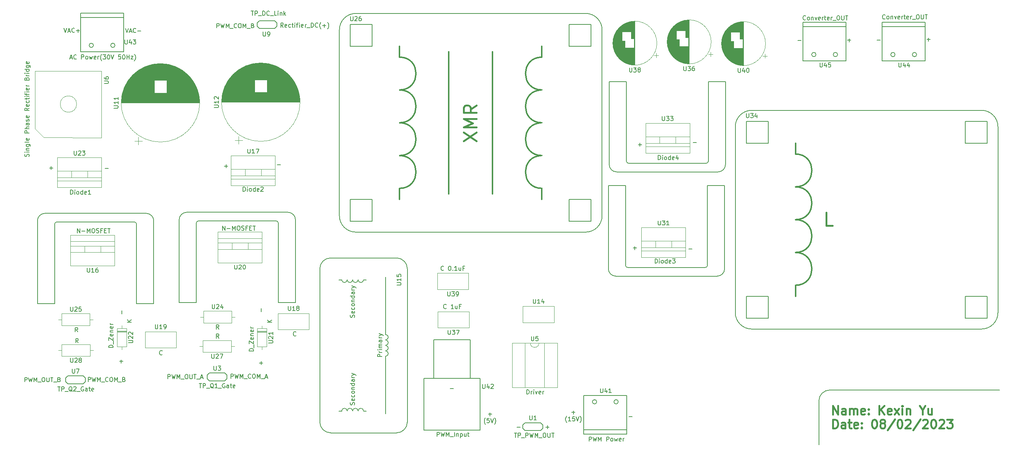
<source format=gbr>
%TF.GenerationSoftware,KiCad,Pcbnew,(6.0.11-0)*%
%TF.CreationDate,2023-02-08T21:31:18+08:00*%
%TF.ProjectId,EEEE2046_PCB_Template,45454545-3230-4343-965f-5043425f5465,rev?*%
%TF.SameCoordinates,Original*%
%TF.FileFunction,Legend,Top*%
%TF.FilePolarity,Positive*%
%FSLAX46Y46*%
G04 Gerber Fmt 4.6, Leading zero omitted, Abs format (unit mm)*
G04 Created by KiCad (PCBNEW (6.0.11-0)) date 2023-02-08 21:31:18*
%MOMM*%
%LPD*%
G01*
G04 APERTURE LIST*
%ADD10C,0.200000*%
%ADD11C,0.150000*%
%ADD12C,0.400000*%
%ADD13C,0.450000*%
%ADD14C,0.300000*%
%ADD15C,0.120000*%
G04 APERTURE END LIST*
D10*
X220762102Y-122972102D02*
X220762102Y-112812102D01*
X223302102Y-110272102D02*
X262672102Y-110272102D01*
X223302102Y-110272102D02*
G75*
G03*
X220762102Y-112812102I-2J-2539998D01*
G01*
D11*
X68359523Y-102007142D02*
X68311904Y-102054761D01*
X68169047Y-102102380D01*
X68073809Y-102102380D01*
X67930952Y-102054761D01*
X67835714Y-101959523D01*
X67788095Y-101864285D01*
X67740476Y-101673809D01*
X67740476Y-101530952D01*
X67788095Y-101340476D01*
X67835714Y-101245238D01*
X67930952Y-101150000D01*
X68073809Y-101102380D01*
X68169047Y-101102380D01*
X68311904Y-101150000D01*
X68359523Y-101197619D01*
X216630952Y-29071428D02*
X215869047Y-29071428D01*
X81509523Y-96102380D02*
X81176190Y-95626190D01*
X80938095Y-96102380D02*
X80938095Y-95102380D01*
X81319047Y-95102380D01*
X81414285Y-95150000D01*
X81461904Y-95197619D01*
X81509523Y-95292857D01*
X81509523Y-95435714D01*
X81461904Y-95530952D01*
X81414285Y-95578571D01*
X81319047Y-95626190D01*
X80938095Y-95626190D01*
X177669047Y-77271428D02*
X178430952Y-77271428D01*
X178050000Y-77652380D02*
X178050000Y-76890476D01*
X58469047Y-103621428D02*
X59230952Y-103621428D01*
X58850000Y-104002380D02*
X58850000Y-103240476D01*
X84309523Y-107552380D02*
X84309523Y-106552380D01*
X84690476Y-106552380D01*
X84785714Y-106600000D01*
X84833333Y-106647619D01*
X84880952Y-106742857D01*
X84880952Y-106885714D01*
X84833333Y-106980952D01*
X84785714Y-107028571D01*
X84690476Y-107076190D01*
X84309523Y-107076190D01*
X85214285Y-106552380D02*
X85452380Y-107552380D01*
X85642857Y-106838095D01*
X85833333Y-107552380D01*
X86071428Y-106552380D01*
X86452380Y-107552380D02*
X86452380Y-106552380D01*
X86785714Y-107266666D01*
X87119047Y-106552380D01*
X87119047Y-107552380D01*
X87357142Y-107647619D02*
X88119047Y-107647619D01*
X88928571Y-107457142D02*
X88880952Y-107504761D01*
X88738095Y-107552380D01*
X88642857Y-107552380D01*
X88500000Y-107504761D01*
X88404761Y-107409523D01*
X88357142Y-107314285D01*
X88309523Y-107123809D01*
X88309523Y-106980952D01*
X88357142Y-106790476D01*
X88404761Y-106695238D01*
X88500000Y-106600000D01*
X88642857Y-106552380D01*
X88738095Y-106552380D01*
X88880952Y-106600000D01*
X88928571Y-106647619D01*
X89547619Y-106552380D02*
X89738095Y-106552380D01*
X89833333Y-106600000D01*
X89928571Y-106695238D01*
X89976190Y-106885714D01*
X89976190Y-107219047D01*
X89928571Y-107409523D01*
X89833333Y-107504761D01*
X89738095Y-107552380D01*
X89547619Y-107552380D01*
X89452380Y-107504761D01*
X89357142Y-107409523D01*
X89309523Y-107219047D01*
X89309523Y-106885714D01*
X89357142Y-106695238D01*
X89452380Y-106600000D01*
X89547619Y-106552380D01*
X90404761Y-107552380D02*
X90404761Y-106552380D01*
X90738095Y-107266666D01*
X91071428Y-106552380D01*
X91071428Y-107552380D01*
X91309523Y-107647619D02*
X92071428Y-107647619D01*
X92261904Y-107266666D02*
X92738095Y-107266666D01*
X92166666Y-107552380D02*
X92500000Y-106552380D01*
X92833333Y-107552380D01*
X42219047Y-58671428D02*
X42980952Y-58671428D01*
X42600000Y-59052380D02*
X42600000Y-58290476D01*
X190569047Y-77521428D02*
X191330952Y-77521428D01*
X178869047Y-53271428D02*
X179630952Y-53271428D01*
X179250000Y-53652380D02*
X179250000Y-52890476D01*
X90919047Y-103971428D02*
X91680952Y-103971428D01*
X91300000Y-104352380D02*
X91300000Y-103590476D01*
X89002380Y-22252380D02*
X89573809Y-22252380D01*
X89288095Y-23252380D02*
X89288095Y-22252380D01*
X89907142Y-23252380D02*
X89907142Y-22252380D01*
X90288095Y-22252380D01*
X90383333Y-22300000D01*
X90430952Y-22347619D01*
X90478571Y-22442857D01*
X90478571Y-22585714D01*
X90430952Y-22680952D01*
X90383333Y-22728571D01*
X90288095Y-22776190D01*
X89907142Y-22776190D01*
X90669047Y-23347619D02*
X91430952Y-23347619D01*
X91669047Y-23252380D02*
X91669047Y-22252380D01*
X91907142Y-22252380D01*
X92050000Y-22300000D01*
X92145238Y-22395238D01*
X92192857Y-22490476D01*
X92240476Y-22680952D01*
X92240476Y-22823809D01*
X92192857Y-23014285D01*
X92145238Y-23109523D01*
X92050000Y-23204761D01*
X91907142Y-23252380D01*
X91669047Y-23252380D01*
X93240476Y-23157142D02*
X93192857Y-23204761D01*
X93050000Y-23252380D01*
X92954761Y-23252380D01*
X92811904Y-23204761D01*
X92716666Y-23109523D01*
X92669047Y-23014285D01*
X92621428Y-22823809D01*
X92621428Y-22680952D01*
X92669047Y-22490476D01*
X92716666Y-22395238D01*
X92811904Y-22300000D01*
X92954761Y-22252380D01*
X93050000Y-22252380D01*
X93192857Y-22300000D01*
X93240476Y-22347619D01*
X93430952Y-23347619D02*
X94192857Y-23347619D01*
X94907142Y-23252380D02*
X94430952Y-23252380D01*
X94430952Y-22252380D01*
X95240476Y-23252380D02*
X95240476Y-22585714D01*
X95240476Y-22252380D02*
X95192857Y-22300000D01*
X95240476Y-22347619D01*
X95288095Y-22300000D01*
X95240476Y-22252380D01*
X95240476Y-22347619D01*
X95716666Y-22585714D02*
X95716666Y-23252380D01*
X95716666Y-22680952D02*
X95764285Y-22633333D01*
X95859523Y-22585714D01*
X96002380Y-22585714D01*
X96097619Y-22633333D01*
X96145238Y-22728571D01*
X96145238Y-23252380D01*
X96621428Y-23252380D02*
X96621428Y-22252380D01*
X96716666Y-22871428D02*
X97002380Y-23252380D01*
X97002380Y-22585714D02*
X96621428Y-22966666D01*
X81509523Y-98252380D02*
X81176190Y-97776190D01*
X80938095Y-98252380D02*
X80938095Y-97252380D01*
X81319047Y-97252380D01*
X81414285Y-97300000D01*
X81461904Y-97347619D01*
X81509523Y-97442857D01*
X81509523Y-97585714D01*
X81461904Y-97680952D01*
X81414285Y-97728571D01*
X81319047Y-97776190D01*
X80938095Y-97776190D01*
X163419047Y-115466428D02*
X164180952Y-115466428D01*
X163800000Y-115847380D02*
X163800000Y-115085476D01*
X162276190Y-117838333D02*
X162228571Y-117790714D01*
X162133333Y-117647857D01*
X162085714Y-117552619D01*
X162038095Y-117409761D01*
X161990476Y-117171666D01*
X161990476Y-116981190D01*
X162038095Y-116743095D01*
X162085714Y-116600238D01*
X162133333Y-116505000D01*
X162228571Y-116362142D01*
X162276190Y-116314523D01*
X163180952Y-117457380D02*
X162609523Y-117457380D01*
X162895238Y-117457380D02*
X162895238Y-116457380D01*
X162800000Y-116600238D01*
X162704761Y-116695476D01*
X162609523Y-116743095D01*
X164085714Y-116457380D02*
X163609523Y-116457380D01*
X163561904Y-116933571D01*
X163609523Y-116885952D01*
X163704761Y-116838333D01*
X163942857Y-116838333D01*
X164038095Y-116885952D01*
X164085714Y-116933571D01*
X164133333Y-117028809D01*
X164133333Y-117266904D01*
X164085714Y-117362142D01*
X164038095Y-117409761D01*
X163942857Y-117457380D01*
X163704761Y-117457380D01*
X163609523Y-117409761D01*
X163561904Y-117362142D01*
X164419047Y-116457380D02*
X164752380Y-117457380D01*
X165085714Y-116457380D01*
X165323809Y-117838333D02*
X165371428Y-117790714D01*
X165466666Y-117647857D01*
X165514285Y-117552619D01*
X165561904Y-117409761D01*
X165609523Y-117171666D01*
X165609523Y-116981190D01*
X165561904Y-116743095D01*
X165514285Y-116600238D01*
X165466666Y-116505000D01*
X165371428Y-116362142D01*
X165323809Y-116314523D01*
X45569047Y-26202380D02*
X45902380Y-27202380D01*
X46235714Y-26202380D01*
X46521428Y-26916666D02*
X46997619Y-26916666D01*
X46426190Y-27202380D02*
X46759523Y-26202380D01*
X47092857Y-27202380D01*
X47997619Y-27107142D02*
X47950000Y-27154761D01*
X47807142Y-27202380D01*
X47711904Y-27202380D01*
X47569047Y-27154761D01*
X47473809Y-27059523D01*
X47426190Y-26964285D01*
X47378571Y-26773809D01*
X47378571Y-26630952D01*
X47426190Y-26440476D01*
X47473809Y-26345238D01*
X47569047Y-26250000D01*
X47711904Y-26202380D01*
X47807142Y-26202380D01*
X47950000Y-26250000D01*
X47997619Y-26297619D01*
X48426190Y-26821428D02*
X49188095Y-26821428D01*
X48807142Y-27202380D02*
X48807142Y-26440476D01*
X133657142Y-82407142D02*
X133609523Y-82454761D01*
X133466666Y-82502380D01*
X133371428Y-82502380D01*
X133228571Y-82454761D01*
X133133333Y-82359523D01*
X133085714Y-82264285D01*
X133038095Y-82073809D01*
X133038095Y-81930952D01*
X133085714Y-81740476D01*
X133133333Y-81645238D01*
X133228571Y-81550000D01*
X133371428Y-81502380D01*
X133466666Y-81502380D01*
X133609523Y-81550000D01*
X133657142Y-81597619D01*
X135038095Y-81502380D02*
X135133333Y-81502380D01*
X135228571Y-81550000D01*
X135276190Y-81597619D01*
X135323809Y-81692857D01*
X135371428Y-81883333D01*
X135371428Y-82121428D01*
X135323809Y-82311904D01*
X135276190Y-82407142D01*
X135228571Y-82454761D01*
X135133333Y-82502380D01*
X135038095Y-82502380D01*
X134942857Y-82454761D01*
X134895238Y-82407142D01*
X134847619Y-82311904D01*
X134800000Y-82121428D01*
X134800000Y-81883333D01*
X134847619Y-81692857D01*
X134895238Y-81597619D01*
X134942857Y-81550000D01*
X135038095Y-81502380D01*
X135800000Y-82407142D02*
X135847619Y-82454761D01*
X135800000Y-82502380D01*
X135752380Y-82454761D01*
X135800000Y-82407142D01*
X135800000Y-82502380D01*
X136800000Y-82502380D02*
X136228571Y-82502380D01*
X136514285Y-82502380D02*
X136514285Y-81502380D01*
X136419047Y-81645238D01*
X136323809Y-81740476D01*
X136228571Y-81788095D01*
X137657142Y-81835714D02*
X137657142Y-82502380D01*
X137228571Y-81835714D02*
X137228571Y-82359523D01*
X137276190Y-82454761D01*
X137371428Y-82502380D01*
X137514285Y-82502380D01*
X137609523Y-82454761D01*
X137657142Y-82407142D01*
X138466666Y-81978571D02*
X138133333Y-81978571D01*
X138133333Y-82502380D02*
X138133333Y-81502380D01*
X138609523Y-81502380D01*
X245819047Y-28821428D02*
X246580952Y-28821428D01*
X246200000Y-29202380D02*
X246200000Y-28440476D01*
X46957142Y-33116666D02*
X47433333Y-33116666D01*
X46861904Y-33402380D02*
X47195238Y-32402380D01*
X47528571Y-33402380D01*
X48433333Y-33307142D02*
X48385714Y-33354761D01*
X48242857Y-33402380D01*
X48147619Y-33402380D01*
X48004761Y-33354761D01*
X47909523Y-33259523D01*
X47861904Y-33164285D01*
X47814285Y-32973809D01*
X47814285Y-32830952D01*
X47861904Y-32640476D01*
X47909523Y-32545238D01*
X48004761Y-32450000D01*
X48147619Y-32402380D01*
X48242857Y-32402380D01*
X48385714Y-32450000D01*
X48433333Y-32497619D01*
X49623809Y-33402380D02*
X49623809Y-32402380D01*
X50004761Y-32402380D01*
X50100000Y-32450000D01*
X50147619Y-32497619D01*
X50195238Y-32592857D01*
X50195238Y-32735714D01*
X50147619Y-32830952D01*
X50100000Y-32878571D01*
X50004761Y-32926190D01*
X49623809Y-32926190D01*
X50766666Y-33402380D02*
X50671428Y-33354761D01*
X50623809Y-33307142D01*
X50576190Y-33211904D01*
X50576190Y-32926190D01*
X50623809Y-32830952D01*
X50671428Y-32783333D01*
X50766666Y-32735714D01*
X50909523Y-32735714D01*
X51004761Y-32783333D01*
X51052380Y-32830952D01*
X51100000Y-32926190D01*
X51100000Y-33211904D01*
X51052380Y-33307142D01*
X51004761Y-33354761D01*
X50909523Y-33402380D01*
X50766666Y-33402380D01*
X51433333Y-32735714D02*
X51623809Y-33402380D01*
X51814285Y-32926190D01*
X52004761Y-33402380D01*
X52195238Y-32735714D01*
X52957142Y-33354761D02*
X52861904Y-33402380D01*
X52671428Y-33402380D01*
X52576190Y-33354761D01*
X52528571Y-33259523D01*
X52528571Y-32878571D01*
X52576190Y-32783333D01*
X52671428Y-32735714D01*
X52861904Y-32735714D01*
X52957142Y-32783333D01*
X53004761Y-32878571D01*
X53004761Y-32973809D01*
X52528571Y-33069047D01*
X53433333Y-33402380D02*
X53433333Y-32735714D01*
X53433333Y-32926190D02*
X53480952Y-32830952D01*
X53528571Y-32783333D01*
X53623809Y-32735714D01*
X53719047Y-32735714D01*
X54338095Y-33783333D02*
X54290476Y-33735714D01*
X54195238Y-33592857D01*
X54147619Y-33497619D01*
X54100000Y-33354761D01*
X54052380Y-33116666D01*
X54052380Y-32926190D01*
X54100000Y-32688095D01*
X54147619Y-32545238D01*
X54195238Y-32450000D01*
X54290476Y-32307142D01*
X54338095Y-32259523D01*
X54623809Y-32402380D02*
X55242857Y-32402380D01*
X54909523Y-32783333D01*
X55052380Y-32783333D01*
X55147619Y-32830952D01*
X55195238Y-32878571D01*
X55242857Y-32973809D01*
X55242857Y-33211904D01*
X55195238Y-33307142D01*
X55147619Y-33354761D01*
X55052380Y-33402380D01*
X54766666Y-33402380D01*
X54671428Y-33354761D01*
X54623809Y-33307142D01*
X55861904Y-32402380D02*
X55957142Y-32402380D01*
X56052380Y-32450000D01*
X56100000Y-32497619D01*
X56147619Y-32592857D01*
X56195238Y-32783333D01*
X56195238Y-33021428D01*
X56147619Y-33211904D01*
X56100000Y-33307142D01*
X56052380Y-33354761D01*
X55957142Y-33402380D01*
X55861904Y-33402380D01*
X55766666Y-33354761D01*
X55719047Y-33307142D01*
X55671428Y-33211904D01*
X55623809Y-33021428D01*
X55623809Y-32783333D01*
X55671428Y-32592857D01*
X55719047Y-32497619D01*
X55766666Y-32450000D01*
X55861904Y-32402380D01*
X56480952Y-32402380D02*
X56814285Y-33402380D01*
X57147619Y-32402380D01*
X58719047Y-32402380D02*
X58242857Y-32402380D01*
X58195238Y-32878571D01*
X58242857Y-32830952D01*
X58338095Y-32783333D01*
X58576190Y-32783333D01*
X58671428Y-32830952D01*
X58719047Y-32878571D01*
X58766666Y-32973809D01*
X58766666Y-33211904D01*
X58719047Y-33307142D01*
X58671428Y-33354761D01*
X58576190Y-33402380D01*
X58338095Y-33402380D01*
X58242857Y-33354761D01*
X58195238Y-33307142D01*
X59385714Y-32402380D02*
X59480952Y-32402380D01*
X59576190Y-32450000D01*
X59623809Y-32497619D01*
X59671428Y-32592857D01*
X59719047Y-32783333D01*
X59719047Y-33021428D01*
X59671428Y-33211904D01*
X59623809Y-33307142D01*
X59576190Y-33354761D01*
X59480952Y-33402380D01*
X59385714Y-33402380D01*
X59290476Y-33354761D01*
X59242857Y-33307142D01*
X59195238Y-33211904D01*
X59147619Y-33021428D01*
X59147619Y-32783333D01*
X59195238Y-32592857D01*
X59242857Y-32497619D01*
X59290476Y-32450000D01*
X59385714Y-32402380D01*
X60147619Y-33402380D02*
X60147619Y-32402380D01*
X60147619Y-32878571D02*
X60719047Y-32878571D01*
X60719047Y-33402380D02*
X60719047Y-32402380D01*
X61099999Y-32735714D02*
X61623809Y-32735714D01*
X61099999Y-33402380D01*
X61623809Y-33402380D01*
X61909523Y-33783333D02*
X61957142Y-33735714D01*
X62052380Y-33592857D01*
X62099999Y-33497619D01*
X62147619Y-33354761D01*
X62195238Y-33116666D01*
X62195238Y-32926190D01*
X62147619Y-32688095D01*
X62099999Y-32545238D01*
X62052380Y-32450000D01*
X61957142Y-32307142D01*
X61909523Y-32259523D01*
X48859523Y-99302380D02*
X48526190Y-98826190D01*
X48288095Y-99302380D02*
X48288095Y-98302380D01*
X48669047Y-98302380D01*
X48764285Y-98350000D01*
X48811904Y-98397619D01*
X48859523Y-98492857D01*
X48859523Y-98635714D01*
X48811904Y-98730952D01*
X48764285Y-98778571D01*
X48669047Y-98826190D01*
X48288095Y-98826190D01*
X81038095Y-26147380D02*
X81038095Y-25147380D01*
X81419047Y-25147380D01*
X81514285Y-25195000D01*
X81561904Y-25242619D01*
X81609523Y-25337857D01*
X81609523Y-25480714D01*
X81561904Y-25575952D01*
X81514285Y-25623571D01*
X81419047Y-25671190D01*
X81038095Y-25671190D01*
X81942857Y-25147380D02*
X82180952Y-26147380D01*
X82371428Y-25433095D01*
X82561904Y-26147380D01*
X82800000Y-25147380D01*
X83180952Y-26147380D02*
X83180952Y-25147380D01*
X83514285Y-25861666D01*
X83847619Y-25147380D01*
X83847619Y-26147380D01*
X84085714Y-26242619D02*
X84847619Y-26242619D01*
X85657142Y-26052142D02*
X85609523Y-26099761D01*
X85466666Y-26147380D01*
X85371428Y-26147380D01*
X85228571Y-26099761D01*
X85133333Y-26004523D01*
X85085714Y-25909285D01*
X85038095Y-25718809D01*
X85038095Y-25575952D01*
X85085714Y-25385476D01*
X85133333Y-25290238D01*
X85228571Y-25195000D01*
X85371428Y-25147380D01*
X85466666Y-25147380D01*
X85609523Y-25195000D01*
X85657142Y-25242619D01*
X86276190Y-25147380D02*
X86466666Y-25147380D01*
X86561904Y-25195000D01*
X86657142Y-25290238D01*
X86704761Y-25480714D01*
X86704761Y-25814047D01*
X86657142Y-26004523D01*
X86561904Y-26099761D01*
X86466666Y-26147380D01*
X86276190Y-26147380D01*
X86180952Y-26099761D01*
X86085714Y-26004523D01*
X86038095Y-25814047D01*
X86038095Y-25480714D01*
X86085714Y-25290238D01*
X86180952Y-25195000D01*
X86276190Y-25147380D01*
X87133333Y-26147380D02*
X87133333Y-25147380D01*
X87466666Y-25861666D01*
X87800000Y-25147380D01*
X87800000Y-26147380D01*
X88038095Y-26242619D02*
X88800000Y-26242619D01*
X89371428Y-25623571D02*
X89514285Y-25671190D01*
X89561904Y-25718809D01*
X89609523Y-25814047D01*
X89609523Y-25956904D01*
X89561904Y-26052142D01*
X89514285Y-26099761D01*
X89419047Y-26147380D01*
X89038095Y-26147380D01*
X89038095Y-25147380D01*
X89371428Y-25147380D01*
X89466666Y-25195000D01*
X89514285Y-25242619D01*
X89561904Y-25337857D01*
X89561904Y-25433095D01*
X89514285Y-25528333D01*
X89466666Y-25575952D01*
X89371428Y-25623571D01*
X89038095Y-25623571D01*
X48759523Y-96752380D02*
X48426190Y-96276190D01*
X48188095Y-96752380D02*
X48188095Y-95752380D01*
X48569047Y-95752380D01*
X48664285Y-95800000D01*
X48711904Y-95847619D01*
X48759523Y-95942857D01*
X48759523Y-96085714D01*
X48711904Y-96180952D01*
X48664285Y-96228571D01*
X48569047Y-96276190D01*
X48188095Y-96276190D01*
X47090476Y-64802380D02*
X47090476Y-63802380D01*
X47328571Y-63802380D01*
X47471428Y-63850000D01*
X47566666Y-63945238D01*
X47614285Y-64040476D01*
X47661904Y-64230952D01*
X47661904Y-64373809D01*
X47614285Y-64564285D01*
X47566666Y-64659523D01*
X47471428Y-64754761D01*
X47328571Y-64802380D01*
X47090476Y-64802380D01*
X48090476Y-64802380D02*
X48090476Y-64135714D01*
X48090476Y-63802380D02*
X48042857Y-63850000D01*
X48090476Y-63897619D01*
X48138095Y-63850000D01*
X48090476Y-63802380D01*
X48090476Y-63897619D01*
X48709523Y-64802380D02*
X48614285Y-64754761D01*
X48566666Y-64707142D01*
X48519047Y-64611904D01*
X48519047Y-64326190D01*
X48566666Y-64230952D01*
X48614285Y-64183333D01*
X48709523Y-64135714D01*
X48852380Y-64135714D01*
X48947619Y-64183333D01*
X48995238Y-64230952D01*
X49042857Y-64326190D01*
X49042857Y-64611904D01*
X48995238Y-64707142D01*
X48947619Y-64754761D01*
X48852380Y-64802380D01*
X48709523Y-64802380D01*
X49900000Y-64802380D02*
X49900000Y-63802380D01*
X49900000Y-64754761D02*
X49804761Y-64802380D01*
X49614285Y-64802380D01*
X49519047Y-64754761D01*
X49471428Y-64707142D01*
X49423809Y-64611904D01*
X49423809Y-64326190D01*
X49471428Y-64230952D01*
X49519047Y-64183333D01*
X49614285Y-64135714D01*
X49804761Y-64135714D01*
X49900000Y-64183333D01*
X50757142Y-64754761D02*
X50661904Y-64802380D01*
X50471428Y-64802380D01*
X50376190Y-64754761D01*
X50328571Y-64659523D01*
X50328571Y-64278571D01*
X50376190Y-64183333D01*
X50471428Y-64135714D01*
X50661904Y-64135714D01*
X50757142Y-64183333D01*
X50804761Y-64278571D01*
X50804761Y-64373809D01*
X50328571Y-64469047D01*
X51757142Y-64802380D02*
X51185714Y-64802380D01*
X51471428Y-64802380D02*
X51471428Y-63802380D01*
X51376190Y-63945238D01*
X51280952Y-64040476D01*
X51185714Y-64088095D01*
X82819047Y-58271428D02*
X83580952Y-58271428D01*
X83200000Y-58652380D02*
X83200000Y-57890476D01*
X95069047Y-57921428D02*
X95830952Y-57921428D01*
X56952380Y-100388095D02*
X55952380Y-100388095D01*
X55952380Y-100150000D01*
X56000000Y-100007142D01*
X56095238Y-99911904D01*
X56190476Y-99864285D01*
X56380952Y-99816666D01*
X56523809Y-99816666D01*
X56714285Y-99864285D01*
X56809523Y-99911904D01*
X56904761Y-100007142D01*
X56952380Y-100150000D01*
X56952380Y-100388095D01*
X57047619Y-99626190D02*
X57047619Y-98864285D01*
X55952380Y-98721428D02*
X55952380Y-98054761D01*
X56952380Y-98721428D01*
X56952380Y-98054761D01*
X56904761Y-97292857D02*
X56952380Y-97388095D01*
X56952380Y-97578571D01*
X56904761Y-97673809D01*
X56809523Y-97721428D01*
X56428571Y-97721428D01*
X56333333Y-97673809D01*
X56285714Y-97578571D01*
X56285714Y-97388095D01*
X56333333Y-97292857D01*
X56428571Y-97245238D01*
X56523809Y-97245238D01*
X56619047Y-97721428D01*
X56285714Y-96816666D02*
X56952380Y-96816666D01*
X56380952Y-96816666D02*
X56333333Y-96769047D01*
X56285714Y-96673809D01*
X56285714Y-96530952D01*
X56333333Y-96435714D01*
X56428571Y-96388095D01*
X56952380Y-96388095D01*
X56904761Y-95530952D02*
X56952380Y-95626190D01*
X56952380Y-95816666D01*
X56904761Y-95911904D01*
X56809523Y-95959523D01*
X56428571Y-95959523D01*
X56333333Y-95911904D01*
X56285714Y-95816666D01*
X56285714Y-95626190D01*
X56333333Y-95530952D01*
X56428571Y-95483333D01*
X56523809Y-95483333D01*
X56619047Y-95959523D01*
X56952380Y-95054761D02*
X56285714Y-95054761D01*
X56476190Y-95054761D02*
X56380952Y-95007142D01*
X56333333Y-94959523D01*
X56285714Y-94864285D01*
X56285714Y-94769047D01*
X76935714Y-108752380D02*
X77507142Y-108752380D01*
X77221428Y-109752380D02*
X77221428Y-108752380D01*
X77840476Y-109752380D02*
X77840476Y-108752380D01*
X78221428Y-108752380D01*
X78316666Y-108800000D01*
X78364285Y-108847619D01*
X78411904Y-108942857D01*
X78411904Y-109085714D01*
X78364285Y-109180952D01*
X78316666Y-109228571D01*
X78221428Y-109276190D01*
X77840476Y-109276190D01*
X78602380Y-109847619D02*
X79364285Y-109847619D01*
X80269047Y-109847619D02*
X80173809Y-109800000D01*
X80078571Y-109704761D01*
X79935714Y-109561904D01*
X79840476Y-109514285D01*
X79745238Y-109514285D01*
X79792857Y-109752380D02*
X79697619Y-109704761D01*
X79602380Y-109609523D01*
X79554761Y-109419047D01*
X79554761Y-109085714D01*
X79602380Y-108895238D01*
X79697619Y-108800000D01*
X79792857Y-108752380D01*
X79983333Y-108752380D01*
X80078571Y-108800000D01*
X80173809Y-108895238D01*
X80221428Y-109085714D01*
X80221428Y-109419047D01*
X80173809Y-109609523D01*
X80078571Y-109704761D01*
X79983333Y-109752380D01*
X79792857Y-109752380D01*
X81173809Y-109752380D02*
X80602380Y-109752380D01*
X80888095Y-109752380D02*
X80888095Y-108752380D01*
X80792857Y-108895238D01*
X80697619Y-108990476D01*
X80602380Y-109038095D01*
X81364285Y-109847619D02*
X82126190Y-109847619D01*
X82888095Y-108800000D02*
X82792857Y-108752380D01*
X82650000Y-108752380D01*
X82507142Y-108800000D01*
X82411904Y-108895238D01*
X82364285Y-108990476D01*
X82316666Y-109180952D01*
X82316666Y-109323809D01*
X82364285Y-109514285D01*
X82411904Y-109609523D01*
X82507142Y-109704761D01*
X82650000Y-109752380D01*
X82745238Y-109752380D01*
X82888095Y-109704761D01*
X82935714Y-109657142D01*
X82935714Y-109323809D01*
X82745238Y-109323809D01*
X83792857Y-109752380D02*
X83792857Y-109228571D01*
X83745238Y-109133333D01*
X83650000Y-109085714D01*
X83459523Y-109085714D01*
X83364285Y-109133333D01*
X83792857Y-109704761D02*
X83697619Y-109752380D01*
X83459523Y-109752380D01*
X83364285Y-109704761D01*
X83316666Y-109609523D01*
X83316666Y-109514285D01*
X83364285Y-109419047D01*
X83459523Y-109371428D01*
X83697619Y-109371428D01*
X83792857Y-109323809D01*
X84126190Y-109085714D02*
X84507142Y-109085714D01*
X84269047Y-108752380D02*
X84269047Y-109609523D01*
X84316666Y-109704761D01*
X84411904Y-109752380D01*
X84507142Y-109752380D01*
X85221428Y-109704761D02*
X85126190Y-109752380D01*
X84935714Y-109752380D01*
X84840476Y-109704761D01*
X84792857Y-109609523D01*
X84792857Y-109228571D01*
X84840476Y-109133333D01*
X84935714Y-109085714D01*
X85126190Y-109085714D01*
X85221428Y-109133333D01*
X85269047Y-109228571D01*
X85269047Y-109323809D01*
X84792857Y-109419047D01*
X96450000Y-25997380D02*
X96116666Y-25521190D01*
X95878571Y-25997380D02*
X95878571Y-24997380D01*
X96259523Y-24997380D01*
X96354761Y-25045000D01*
X96402380Y-25092619D01*
X96450000Y-25187857D01*
X96450000Y-25330714D01*
X96402380Y-25425952D01*
X96354761Y-25473571D01*
X96259523Y-25521190D01*
X95878571Y-25521190D01*
X97259523Y-25949761D02*
X97164285Y-25997380D01*
X96973809Y-25997380D01*
X96878571Y-25949761D01*
X96830952Y-25854523D01*
X96830952Y-25473571D01*
X96878571Y-25378333D01*
X96973809Y-25330714D01*
X97164285Y-25330714D01*
X97259523Y-25378333D01*
X97307142Y-25473571D01*
X97307142Y-25568809D01*
X96830952Y-25664047D01*
X98164285Y-25949761D02*
X98069047Y-25997380D01*
X97878571Y-25997380D01*
X97783333Y-25949761D01*
X97735714Y-25902142D01*
X97688095Y-25806904D01*
X97688095Y-25521190D01*
X97735714Y-25425952D01*
X97783333Y-25378333D01*
X97878571Y-25330714D01*
X98069047Y-25330714D01*
X98164285Y-25378333D01*
X98450000Y-25330714D02*
X98830952Y-25330714D01*
X98592857Y-24997380D02*
X98592857Y-25854523D01*
X98640476Y-25949761D01*
X98735714Y-25997380D01*
X98830952Y-25997380D01*
X99164285Y-25997380D02*
X99164285Y-25330714D01*
X99164285Y-24997380D02*
X99116666Y-25045000D01*
X99164285Y-25092619D01*
X99211904Y-25045000D01*
X99164285Y-24997380D01*
X99164285Y-25092619D01*
X99497619Y-25330714D02*
X99878571Y-25330714D01*
X99640476Y-25997380D02*
X99640476Y-25140238D01*
X99688095Y-25045000D01*
X99783333Y-24997380D01*
X99878571Y-24997380D01*
X100211904Y-25997380D02*
X100211904Y-25330714D01*
X100211904Y-24997380D02*
X100164285Y-25045000D01*
X100211904Y-25092619D01*
X100259523Y-25045000D01*
X100211904Y-24997380D01*
X100211904Y-25092619D01*
X101069047Y-25949761D02*
X100973809Y-25997380D01*
X100783333Y-25997380D01*
X100688095Y-25949761D01*
X100640476Y-25854523D01*
X100640476Y-25473571D01*
X100688095Y-25378333D01*
X100783333Y-25330714D01*
X100973809Y-25330714D01*
X101069047Y-25378333D01*
X101116666Y-25473571D01*
X101116666Y-25568809D01*
X100640476Y-25664047D01*
X101545238Y-25997380D02*
X101545238Y-25330714D01*
X101545238Y-25521190D02*
X101592857Y-25425952D01*
X101640476Y-25378333D01*
X101735714Y-25330714D01*
X101830952Y-25330714D01*
X101926190Y-26092619D02*
X102688095Y-26092619D01*
X102926190Y-25997380D02*
X102926190Y-24997380D01*
X103164285Y-24997380D01*
X103307142Y-25045000D01*
X103402380Y-25140238D01*
X103450000Y-25235476D01*
X103497619Y-25425952D01*
X103497619Y-25568809D01*
X103450000Y-25759285D01*
X103402380Y-25854523D01*
X103307142Y-25949761D01*
X103164285Y-25997380D01*
X102926190Y-25997380D01*
X104497619Y-25902142D02*
X104450000Y-25949761D01*
X104307142Y-25997380D01*
X104211904Y-25997380D01*
X104069047Y-25949761D01*
X103973809Y-25854523D01*
X103926190Y-25759285D01*
X103878571Y-25568809D01*
X103878571Y-25425952D01*
X103926190Y-25235476D01*
X103973809Y-25140238D01*
X104069047Y-25045000D01*
X104211904Y-24997380D01*
X104307142Y-24997380D01*
X104450000Y-25045000D01*
X104497619Y-25092619D01*
X105211904Y-26378333D02*
X105164285Y-26330714D01*
X105069047Y-26187857D01*
X105021428Y-26092619D01*
X104973809Y-25949761D01*
X104926190Y-25711666D01*
X104926190Y-25521190D01*
X104973809Y-25283095D01*
X105021428Y-25140238D01*
X105069047Y-25045000D01*
X105164285Y-24902142D01*
X105211904Y-24854523D01*
X105592857Y-25616428D02*
X106354761Y-25616428D01*
X105973809Y-25997380D02*
X105973809Y-25235476D01*
X106735714Y-26378333D02*
X106783333Y-26330714D01*
X106878571Y-26187857D01*
X106926190Y-26092619D01*
X106973809Y-25949761D01*
X107021428Y-25711666D01*
X107021428Y-25521190D01*
X106973809Y-25283095D01*
X106926190Y-25140238D01*
X106878571Y-25045000D01*
X106783333Y-24902142D01*
X106735714Y-24854523D01*
X44135714Y-109502380D02*
X44707142Y-109502380D01*
X44421428Y-110502380D02*
X44421428Y-109502380D01*
X45040476Y-110502380D02*
X45040476Y-109502380D01*
X45421428Y-109502380D01*
X45516666Y-109550000D01*
X45564285Y-109597619D01*
X45611904Y-109692857D01*
X45611904Y-109835714D01*
X45564285Y-109930952D01*
X45516666Y-109978571D01*
X45421428Y-110026190D01*
X45040476Y-110026190D01*
X45802380Y-110597619D02*
X46564285Y-110597619D01*
X47469047Y-110597619D02*
X47373809Y-110550000D01*
X47278571Y-110454761D01*
X47135714Y-110311904D01*
X47040476Y-110264285D01*
X46945238Y-110264285D01*
X46992857Y-110502380D02*
X46897619Y-110454761D01*
X46802380Y-110359523D01*
X46754761Y-110169047D01*
X46754761Y-109835714D01*
X46802380Y-109645238D01*
X46897619Y-109550000D01*
X46992857Y-109502380D01*
X47183333Y-109502380D01*
X47278571Y-109550000D01*
X47373809Y-109645238D01*
X47421428Y-109835714D01*
X47421428Y-110169047D01*
X47373809Y-110359523D01*
X47278571Y-110454761D01*
X47183333Y-110502380D01*
X46992857Y-110502380D01*
X47802380Y-109597619D02*
X47850000Y-109550000D01*
X47945238Y-109502380D01*
X48183333Y-109502380D01*
X48278571Y-109550000D01*
X48326190Y-109597619D01*
X48373809Y-109692857D01*
X48373809Y-109788095D01*
X48326190Y-109930952D01*
X47754761Y-110502380D01*
X48373809Y-110502380D01*
X48564285Y-110597619D02*
X49326190Y-110597619D01*
X50088095Y-109550000D02*
X49992857Y-109502380D01*
X49850000Y-109502380D01*
X49707142Y-109550000D01*
X49611904Y-109645238D01*
X49564285Y-109740476D01*
X49516666Y-109930952D01*
X49516666Y-110073809D01*
X49564285Y-110264285D01*
X49611904Y-110359523D01*
X49707142Y-110454761D01*
X49850000Y-110502380D01*
X49945238Y-110502380D01*
X50088095Y-110454761D01*
X50135714Y-110407142D01*
X50135714Y-110073809D01*
X49945238Y-110073809D01*
X50992857Y-110502380D02*
X50992857Y-109978571D01*
X50945238Y-109883333D01*
X50850000Y-109835714D01*
X50659523Y-109835714D01*
X50564285Y-109883333D01*
X50992857Y-110454761D02*
X50897619Y-110502380D01*
X50659523Y-110502380D01*
X50564285Y-110454761D01*
X50516666Y-110359523D01*
X50516666Y-110264285D01*
X50564285Y-110169047D01*
X50659523Y-110121428D01*
X50897619Y-110121428D01*
X50992857Y-110073809D01*
X51326190Y-109835714D02*
X51707142Y-109835714D01*
X51469047Y-109502380D02*
X51469047Y-110359523D01*
X51516666Y-110454761D01*
X51611904Y-110502380D01*
X51707142Y-110502380D01*
X52421428Y-110454761D02*
X52326190Y-110502380D01*
X52135714Y-110502380D01*
X52040476Y-110454761D01*
X51992857Y-110359523D01*
X51992857Y-109978571D01*
X52040476Y-109883333D01*
X52135714Y-109835714D01*
X52326190Y-109835714D01*
X52421428Y-109883333D01*
X52469047Y-109978571D01*
X52469047Y-110073809D01*
X51992857Y-110169047D01*
X134271428Y-91257142D02*
X134223809Y-91304761D01*
X134080952Y-91352380D01*
X133985714Y-91352380D01*
X133842857Y-91304761D01*
X133747619Y-91209523D01*
X133700000Y-91114285D01*
X133652380Y-90923809D01*
X133652380Y-90780952D01*
X133700000Y-90590476D01*
X133747619Y-90495238D01*
X133842857Y-90400000D01*
X133985714Y-90352380D01*
X134080952Y-90352380D01*
X134223809Y-90400000D01*
X134271428Y-90447619D01*
X135985714Y-91352380D02*
X135414285Y-91352380D01*
X135700000Y-91352380D02*
X135700000Y-90352380D01*
X135604761Y-90495238D01*
X135509523Y-90590476D01*
X135414285Y-90638095D01*
X136842857Y-90685714D02*
X136842857Y-91352380D01*
X136414285Y-90685714D02*
X136414285Y-91209523D01*
X136461904Y-91304761D01*
X136557142Y-91352380D01*
X136700000Y-91352380D01*
X136795238Y-91304761D01*
X136842857Y-91257142D01*
X137652380Y-90828571D02*
X137319047Y-90828571D01*
X137319047Y-91352380D02*
X137319047Y-90352380D01*
X137795238Y-90352380D01*
X55069047Y-58821428D02*
X55830952Y-58821428D01*
X82361904Y-73152380D02*
X82361904Y-72152380D01*
X82933333Y-73152380D01*
X82933333Y-72152380D01*
X83409523Y-72771428D02*
X84171428Y-72771428D01*
X84647619Y-73152380D02*
X84647619Y-72152380D01*
X84980952Y-72866666D01*
X85314285Y-72152380D01*
X85314285Y-73152380D01*
X85980952Y-72152380D02*
X86171428Y-72152380D01*
X86266666Y-72200000D01*
X86361904Y-72295238D01*
X86409523Y-72485714D01*
X86409523Y-72819047D01*
X86361904Y-73009523D01*
X86266666Y-73104761D01*
X86171428Y-73152380D01*
X85980952Y-73152380D01*
X85885714Y-73104761D01*
X85790476Y-73009523D01*
X85742857Y-72819047D01*
X85742857Y-72485714D01*
X85790476Y-72295238D01*
X85885714Y-72200000D01*
X85980952Y-72152380D01*
X86790476Y-73104761D02*
X86933333Y-73152380D01*
X87171428Y-73152380D01*
X87266666Y-73104761D01*
X87314285Y-73057142D01*
X87361904Y-72961904D01*
X87361904Y-72866666D01*
X87314285Y-72771428D01*
X87266666Y-72723809D01*
X87171428Y-72676190D01*
X86980952Y-72628571D01*
X86885714Y-72580952D01*
X86838095Y-72533333D01*
X86790476Y-72438095D01*
X86790476Y-72342857D01*
X86838095Y-72247619D01*
X86885714Y-72200000D01*
X86980952Y-72152380D01*
X87219047Y-72152380D01*
X87361904Y-72200000D01*
X88123809Y-72628571D02*
X87790476Y-72628571D01*
X87790476Y-73152380D02*
X87790476Y-72152380D01*
X88266666Y-72152380D01*
X88647619Y-72628571D02*
X88980952Y-72628571D01*
X89123809Y-73152380D02*
X88647619Y-73152380D01*
X88647619Y-72152380D01*
X89123809Y-72152380D01*
X89409523Y-72152380D02*
X89980952Y-72152380D01*
X89695238Y-73152380D02*
X89695238Y-72152380D01*
X144069047Y-115866428D02*
X144830952Y-115866428D01*
X144450000Y-116247380D02*
X144450000Y-115485476D01*
X143402380Y-118238333D02*
X143354761Y-118190714D01*
X143259523Y-118047857D01*
X143211904Y-117952619D01*
X143164285Y-117809761D01*
X143116666Y-117571666D01*
X143116666Y-117381190D01*
X143164285Y-117143095D01*
X143211904Y-117000238D01*
X143259523Y-116905000D01*
X143354761Y-116762142D01*
X143402380Y-116714523D01*
X144259523Y-116857380D02*
X143783333Y-116857380D01*
X143735714Y-117333571D01*
X143783333Y-117285952D01*
X143878571Y-117238333D01*
X144116666Y-117238333D01*
X144211904Y-117285952D01*
X144259523Y-117333571D01*
X144307142Y-117428809D01*
X144307142Y-117666904D01*
X144259523Y-117762142D01*
X144211904Y-117809761D01*
X144116666Y-117857380D01*
X143878571Y-117857380D01*
X143783333Y-117809761D01*
X143735714Y-117762142D01*
X144592857Y-116857380D02*
X144926190Y-117857380D01*
X145259523Y-116857380D01*
X145497619Y-118238333D02*
X145545238Y-118190714D01*
X145640476Y-118047857D01*
X145688095Y-117952619D01*
X145735714Y-117809761D01*
X145783333Y-117571666D01*
X145783333Y-117381190D01*
X145735714Y-117143095D01*
X145688095Y-117000238D01*
X145640476Y-116905000D01*
X145545238Y-116762142D01*
X145497619Y-116714523D01*
X191569047Y-52821428D02*
X192330952Y-52821428D01*
X87140476Y-64102380D02*
X87140476Y-63102380D01*
X87378571Y-63102380D01*
X87521428Y-63150000D01*
X87616666Y-63245238D01*
X87664285Y-63340476D01*
X87711904Y-63530952D01*
X87711904Y-63673809D01*
X87664285Y-63864285D01*
X87616666Y-63959523D01*
X87521428Y-64054761D01*
X87378571Y-64102380D01*
X87140476Y-64102380D01*
X88140476Y-64102380D02*
X88140476Y-63435714D01*
X88140476Y-63102380D02*
X88092857Y-63150000D01*
X88140476Y-63197619D01*
X88188095Y-63150000D01*
X88140476Y-63102380D01*
X88140476Y-63197619D01*
X88759523Y-64102380D02*
X88664285Y-64054761D01*
X88616666Y-64007142D01*
X88569047Y-63911904D01*
X88569047Y-63626190D01*
X88616666Y-63530952D01*
X88664285Y-63483333D01*
X88759523Y-63435714D01*
X88902380Y-63435714D01*
X88997619Y-63483333D01*
X89045238Y-63530952D01*
X89092857Y-63626190D01*
X89092857Y-63911904D01*
X89045238Y-64007142D01*
X88997619Y-64054761D01*
X88902380Y-64102380D01*
X88759523Y-64102380D01*
X89950000Y-64102380D02*
X89950000Y-63102380D01*
X89950000Y-64054761D02*
X89854761Y-64102380D01*
X89664285Y-64102380D01*
X89569047Y-64054761D01*
X89521428Y-64007142D01*
X89473809Y-63911904D01*
X89473809Y-63626190D01*
X89521428Y-63530952D01*
X89569047Y-63483333D01*
X89664285Y-63435714D01*
X89854761Y-63435714D01*
X89950000Y-63483333D01*
X90807142Y-64054761D02*
X90711904Y-64102380D01*
X90521428Y-64102380D01*
X90426190Y-64054761D01*
X90378571Y-63959523D01*
X90378571Y-63578571D01*
X90426190Y-63483333D01*
X90521428Y-63435714D01*
X90711904Y-63435714D01*
X90807142Y-63483333D01*
X90854761Y-63578571D01*
X90854761Y-63673809D01*
X90378571Y-63769047D01*
X91235714Y-63197619D02*
X91283333Y-63150000D01*
X91378571Y-63102380D01*
X91616666Y-63102380D01*
X91711904Y-63150000D01*
X91759523Y-63197619D01*
X91807142Y-63292857D01*
X91807142Y-63388095D01*
X91759523Y-63530952D01*
X91188095Y-64102380D01*
X91807142Y-64102380D01*
X36454761Y-108352380D02*
X36454761Y-107352380D01*
X36835714Y-107352380D01*
X36930952Y-107400000D01*
X36978571Y-107447619D01*
X37026190Y-107542857D01*
X37026190Y-107685714D01*
X36978571Y-107780952D01*
X36930952Y-107828571D01*
X36835714Y-107876190D01*
X36454761Y-107876190D01*
X37359523Y-107352380D02*
X37597619Y-108352380D01*
X37788095Y-107638095D01*
X37978571Y-108352380D01*
X38216666Y-107352380D01*
X38597619Y-108352380D02*
X38597619Y-107352380D01*
X38930952Y-108066666D01*
X39264285Y-107352380D01*
X39264285Y-108352380D01*
X39502380Y-108447619D02*
X40264285Y-108447619D01*
X40692857Y-107352380D02*
X40883333Y-107352380D01*
X40978571Y-107400000D01*
X41073809Y-107495238D01*
X41121428Y-107685714D01*
X41121428Y-108019047D01*
X41073809Y-108209523D01*
X40978571Y-108304761D01*
X40883333Y-108352380D01*
X40692857Y-108352380D01*
X40597619Y-108304761D01*
X40502380Y-108209523D01*
X40454761Y-108019047D01*
X40454761Y-107685714D01*
X40502380Y-107495238D01*
X40597619Y-107400000D01*
X40692857Y-107352380D01*
X41550000Y-107352380D02*
X41550000Y-108161904D01*
X41597619Y-108257142D01*
X41645238Y-108304761D01*
X41740476Y-108352380D01*
X41930952Y-108352380D01*
X42026190Y-108304761D01*
X42073809Y-108257142D01*
X42121428Y-108161904D01*
X42121428Y-107352380D01*
X42454761Y-107352380D02*
X43026190Y-107352380D01*
X42740476Y-108352380D02*
X42740476Y-107352380D01*
X43121428Y-108447619D02*
X43883333Y-108447619D01*
X44454761Y-107828571D02*
X44597619Y-107876190D01*
X44645238Y-107923809D01*
X44692857Y-108019047D01*
X44692857Y-108161904D01*
X44645238Y-108257142D01*
X44597619Y-108304761D01*
X44502380Y-108352380D01*
X44121428Y-108352380D01*
X44121428Y-107352380D01*
X44454761Y-107352380D01*
X44550000Y-107400000D01*
X44597619Y-107447619D01*
X44645238Y-107542857D01*
X44645238Y-107638095D01*
X44597619Y-107733333D01*
X44550000Y-107780952D01*
X44454761Y-107828571D01*
X44121428Y-107828571D01*
X58971428Y-92580952D02*
X58971428Y-91819047D01*
X236152380Y-24007142D02*
X236104761Y-24054761D01*
X235961904Y-24102380D01*
X235866666Y-24102380D01*
X235723809Y-24054761D01*
X235628571Y-23959523D01*
X235580952Y-23864285D01*
X235533333Y-23673809D01*
X235533333Y-23530952D01*
X235580952Y-23340476D01*
X235628571Y-23245238D01*
X235723809Y-23150000D01*
X235866666Y-23102380D01*
X235961904Y-23102380D01*
X236104761Y-23150000D01*
X236152380Y-23197619D01*
X236723809Y-24102380D02*
X236628571Y-24054761D01*
X236580952Y-24007142D01*
X236533333Y-23911904D01*
X236533333Y-23626190D01*
X236580952Y-23530952D01*
X236628571Y-23483333D01*
X236723809Y-23435714D01*
X236866666Y-23435714D01*
X236961904Y-23483333D01*
X237009523Y-23530952D01*
X237057142Y-23626190D01*
X237057142Y-23911904D01*
X237009523Y-24007142D01*
X236961904Y-24054761D01*
X236866666Y-24102380D01*
X236723809Y-24102380D01*
X237485714Y-23435714D02*
X237485714Y-24102380D01*
X237485714Y-23530952D02*
X237533333Y-23483333D01*
X237628571Y-23435714D01*
X237771428Y-23435714D01*
X237866666Y-23483333D01*
X237914285Y-23578571D01*
X237914285Y-24102380D01*
X238295238Y-23435714D02*
X238533333Y-24102380D01*
X238771428Y-23435714D01*
X239533333Y-24054761D02*
X239438095Y-24102380D01*
X239247619Y-24102380D01*
X239152380Y-24054761D01*
X239104761Y-23959523D01*
X239104761Y-23578571D01*
X239152380Y-23483333D01*
X239247619Y-23435714D01*
X239438095Y-23435714D01*
X239533333Y-23483333D01*
X239580952Y-23578571D01*
X239580952Y-23673809D01*
X239104761Y-23769047D01*
X240009523Y-24102380D02*
X240009523Y-23435714D01*
X240009523Y-23626190D02*
X240057142Y-23530952D01*
X240104761Y-23483333D01*
X240200000Y-23435714D01*
X240295238Y-23435714D01*
X240485714Y-23435714D02*
X240866666Y-23435714D01*
X240628571Y-23102380D02*
X240628571Y-23959523D01*
X240676190Y-24054761D01*
X240771428Y-24102380D01*
X240866666Y-24102380D01*
X241580952Y-24054761D02*
X241485714Y-24102380D01*
X241295238Y-24102380D01*
X241200000Y-24054761D01*
X241152380Y-23959523D01*
X241152380Y-23578571D01*
X241200000Y-23483333D01*
X241295238Y-23435714D01*
X241485714Y-23435714D01*
X241580952Y-23483333D01*
X241628571Y-23578571D01*
X241628571Y-23673809D01*
X241152380Y-23769047D01*
X242057142Y-24102380D02*
X242057142Y-23435714D01*
X242057142Y-23626190D02*
X242104761Y-23530952D01*
X242152380Y-23483333D01*
X242247619Y-23435714D01*
X242342857Y-23435714D01*
X242438095Y-24197619D02*
X243200000Y-24197619D01*
X243628571Y-23102380D02*
X243819047Y-23102380D01*
X243914285Y-23150000D01*
X244009523Y-23245238D01*
X244057142Y-23435714D01*
X244057142Y-23769047D01*
X244009523Y-23959523D01*
X243914285Y-24054761D01*
X243819047Y-24102380D01*
X243628571Y-24102380D01*
X243533333Y-24054761D01*
X243438095Y-23959523D01*
X243390476Y-23769047D01*
X243390476Y-23435714D01*
X243438095Y-23245238D01*
X243533333Y-23150000D01*
X243628571Y-23102380D01*
X244485714Y-23102380D02*
X244485714Y-23911904D01*
X244533333Y-24007142D01*
X244580952Y-24054761D01*
X244676190Y-24102380D01*
X244866666Y-24102380D01*
X244961904Y-24054761D01*
X245009523Y-24007142D01*
X245057142Y-23911904D01*
X245057142Y-23102380D01*
X245390476Y-23102380D02*
X245961904Y-23102380D01*
X245676190Y-24102380D02*
X245676190Y-23102380D01*
X89552380Y-101188095D02*
X88552380Y-101188095D01*
X88552380Y-100950000D01*
X88600000Y-100807142D01*
X88695238Y-100711904D01*
X88790476Y-100664285D01*
X88980952Y-100616666D01*
X89123809Y-100616666D01*
X89314285Y-100664285D01*
X89409523Y-100711904D01*
X89504761Y-100807142D01*
X89552380Y-100950000D01*
X89552380Y-101188095D01*
X89647619Y-100426190D02*
X89647619Y-99664285D01*
X88552380Y-99521428D02*
X88552380Y-98854761D01*
X89552380Y-99521428D01*
X89552380Y-98854761D01*
X89504761Y-98092857D02*
X89552380Y-98188095D01*
X89552380Y-98378571D01*
X89504761Y-98473809D01*
X89409523Y-98521428D01*
X89028571Y-98521428D01*
X88933333Y-98473809D01*
X88885714Y-98378571D01*
X88885714Y-98188095D01*
X88933333Y-98092857D01*
X89028571Y-98045238D01*
X89123809Y-98045238D01*
X89219047Y-98521428D01*
X88885714Y-97616666D02*
X89552380Y-97616666D01*
X88980952Y-97616666D02*
X88933333Y-97569047D01*
X88885714Y-97473809D01*
X88885714Y-97330952D01*
X88933333Y-97235714D01*
X89028571Y-97188095D01*
X89552380Y-97188095D01*
X89504761Y-96330952D02*
X89552380Y-96426190D01*
X89552380Y-96616666D01*
X89504761Y-96711904D01*
X89409523Y-96759523D01*
X89028571Y-96759523D01*
X88933333Y-96711904D01*
X88885714Y-96616666D01*
X88885714Y-96426190D01*
X88933333Y-96330952D01*
X89028571Y-96283333D01*
X89123809Y-96283333D01*
X89219047Y-96759523D01*
X89552380Y-95854761D02*
X88885714Y-95854761D01*
X89076190Y-95854761D02*
X88980952Y-95807142D01*
X88933333Y-95759523D01*
X88885714Y-95664285D01*
X88885714Y-95569047D01*
X99409523Y-97607142D02*
X99361904Y-97654761D01*
X99219047Y-97702380D01*
X99123809Y-97702380D01*
X98980952Y-97654761D01*
X98885714Y-97559523D01*
X98838095Y-97464285D01*
X98790476Y-97273809D01*
X98790476Y-97130952D01*
X98838095Y-96940476D01*
X98885714Y-96845238D01*
X98980952Y-96750000D01*
X99123809Y-96702380D01*
X99219047Y-96702380D01*
X99361904Y-96750000D01*
X99409523Y-96797619D01*
X69676190Y-107652380D02*
X69676190Y-106652380D01*
X70057142Y-106652380D01*
X70152380Y-106700000D01*
X70200000Y-106747619D01*
X70247619Y-106842857D01*
X70247619Y-106985714D01*
X70200000Y-107080952D01*
X70152380Y-107128571D01*
X70057142Y-107176190D01*
X69676190Y-107176190D01*
X70580952Y-106652380D02*
X70819047Y-107652380D01*
X71009523Y-106938095D01*
X71200000Y-107652380D01*
X71438095Y-106652380D01*
X71819047Y-107652380D02*
X71819047Y-106652380D01*
X72152380Y-107366666D01*
X72485714Y-106652380D01*
X72485714Y-107652380D01*
X72723809Y-107747619D02*
X73485714Y-107747619D01*
X73914285Y-106652380D02*
X74104761Y-106652380D01*
X74200000Y-106700000D01*
X74295238Y-106795238D01*
X74342857Y-106985714D01*
X74342857Y-107319047D01*
X74295238Y-107509523D01*
X74200000Y-107604761D01*
X74104761Y-107652380D01*
X73914285Y-107652380D01*
X73819047Y-107604761D01*
X73723809Y-107509523D01*
X73676190Y-107319047D01*
X73676190Y-106985714D01*
X73723809Y-106795238D01*
X73819047Y-106700000D01*
X73914285Y-106652380D01*
X74771428Y-106652380D02*
X74771428Y-107461904D01*
X74819047Y-107557142D01*
X74866666Y-107604761D01*
X74961904Y-107652380D01*
X75152380Y-107652380D01*
X75247619Y-107604761D01*
X75295238Y-107557142D01*
X75342857Y-107461904D01*
X75342857Y-106652380D01*
X75676190Y-106652380D02*
X76247619Y-106652380D01*
X75961904Y-107652380D02*
X75961904Y-106652380D01*
X76342857Y-107747619D02*
X77104761Y-107747619D01*
X77295238Y-107366666D02*
X77771428Y-107366666D01*
X77200000Y-107652380D02*
X77533333Y-106652380D01*
X77866666Y-107652380D01*
X158180952Y-118871428D02*
X157419047Y-118871428D01*
X157800000Y-119252380D02*
X157800000Y-118490476D01*
X150080952Y-120252380D02*
X150652380Y-120252380D01*
X150366666Y-121252380D02*
X150366666Y-120252380D01*
X150985714Y-121252380D02*
X150985714Y-120252380D01*
X151366666Y-120252380D01*
X151461904Y-120300000D01*
X151509523Y-120347619D01*
X151557142Y-120442857D01*
X151557142Y-120585714D01*
X151509523Y-120680952D01*
X151461904Y-120728571D01*
X151366666Y-120776190D01*
X150985714Y-120776190D01*
X151747619Y-121347619D02*
X152509523Y-121347619D01*
X152747619Y-121252380D02*
X152747619Y-120252380D01*
X153128571Y-120252380D01*
X153223809Y-120300000D01*
X153271428Y-120347619D01*
X153319047Y-120442857D01*
X153319047Y-120585714D01*
X153271428Y-120680952D01*
X153223809Y-120728571D01*
X153128571Y-120776190D01*
X152747619Y-120776190D01*
X153652380Y-120252380D02*
X153890476Y-121252380D01*
X154080952Y-120538095D01*
X154271428Y-121252380D01*
X154509523Y-120252380D01*
X154890476Y-121252380D02*
X154890476Y-120252380D01*
X155223809Y-120966666D01*
X155557142Y-120252380D01*
X155557142Y-121252380D01*
X155795238Y-121347619D02*
X156557142Y-121347619D01*
X156985714Y-120252380D02*
X157176190Y-120252380D01*
X157271428Y-120300000D01*
X157366666Y-120395238D01*
X157414285Y-120585714D01*
X157414285Y-120919047D01*
X157366666Y-121109523D01*
X157271428Y-121204761D01*
X157176190Y-121252380D01*
X156985714Y-121252380D01*
X156890476Y-121204761D01*
X156795238Y-121109523D01*
X156747619Y-120919047D01*
X156747619Y-120585714D01*
X156795238Y-120395238D01*
X156890476Y-120300000D01*
X156985714Y-120252380D01*
X157842857Y-120252380D02*
X157842857Y-121061904D01*
X157890476Y-121157142D01*
X157938095Y-121204761D01*
X158033333Y-121252380D01*
X158223809Y-121252380D01*
X158319047Y-121204761D01*
X158366666Y-121157142D01*
X158414285Y-121061904D01*
X158414285Y-120252380D01*
X158747619Y-120252380D02*
X159319047Y-120252380D01*
X159033333Y-121252380D02*
X159033333Y-120252380D01*
X182740476Y-80802380D02*
X182740476Y-79802380D01*
X182978571Y-79802380D01*
X183121428Y-79850000D01*
X183216666Y-79945238D01*
X183264285Y-80040476D01*
X183311904Y-80230952D01*
X183311904Y-80373809D01*
X183264285Y-80564285D01*
X183216666Y-80659523D01*
X183121428Y-80754761D01*
X182978571Y-80802380D01*
X182740476Y-80802380D01*
X183740476Y-80802380D02*
X183740476Y-80135714D01*
X183740476Y-79802380D02*
X183692857Y-79850000D01*
X183740476Y-79897619D01*
X183788095Y-79850000D01*
X183740476Y-79802380D01*
X183740476Y-79897619D01*
X184359523Y-80802380D02*
X184264285Y-80754761D01*
X184216666Y-80707142D01*
X184169047Y-80611904D01*
X184169047Y-80326190D01*
X184216666Y-80230952D01*
X184264285Y-80183333D01*
X184359523Y-80135714D01*
X184502380Y-80135714D01*
X184597619Y-80183333D01*
X184645238Y-80230952D01*
X184692857Y-80326190D01*
X184692857Y-80611904D01*
X184645238Y-80707142D01*
X184597619Y-80754761D01*
X184502380Y-80802380D01*
X184359523Y-80802380D01*
X185550000Y-80802380D02*
X185550000Y-79802380D01*
X185550000Y-80754761D02*
X185454761Y-80802380D01*
X185264285Y-80802380D01*
X185169047Y-80754761D01*
X185121428Y-80707142D01*
X185073809Y-80611904D01*
X185073809Y-80326190D01*
X185121428Y-80230952D01*
X185169047Y-80183333D01*
X185264285Y-80135714D01*
X185454761Y-80135714D01*
X185550000Y-80183333D01*
X186407142Y-80754761D02*
X186311904Y-80802380D01*
X186121428Y-80802380D01*
X186026190Y-80754761D01*
X185978571Y-80659523D01*
X185978571Y-80278571D01*
X186026190Y-80183333D01*
X186121428Y-80135714D01*
X186311904Y-80135714D01*
X186407142Y-80183333D01*
X186454761Y-80278571D01*
X186454761Y-80373809D01*
X185978571Y-80469047D01*
X186788095Y-79802380D02*
X187407142Y-79802380D01*
X187073809Y-80183333D01*
X187216666Y-80183333D01*
X187311904Y-80230952D01*
X187359523Y-80278571D01*
X187407142Y-80373809D01*
X187407142Y-80611904D01*
X187359523Y-80707142D01*
X187311904Y-80754761D01*
X187216666Y-80802380D01*
X186930952Y-80802380D01*
X186835714Y-80754761D01*
X186788095Y-80707142D01*
X48661904Y-73752380D02*
X48661904Y-72752380D01*
X49233333Y-73752380D01*
X49233333Y-72752380D01*
X49709523Y-73371428D02*
X50471428Y-73371428D01*
X50947619Y-73752380D02*
X50947619Y-72752380D01*
X51280952Y-73466666D01*
X51614285Y-72752380D01*
X51614285Y-73752380D01*
X52280952Y-72752380D02*
X52471428Y-72752380D01*
X52566666Y-72800000D01*
X52661904Y-72895238D01*
X52709523Y-73085714D01*
X52709523Y-73419047D01*
X52661904Y-73609523D01*
X52566666Y-73704761D01*
X52471428Y-73752380D01*
X52280952Y-73752380D01*
X52185714Y-73704761D01*
X52090476Y-73609523D01*
X52042857Y-73419047D01*
X52042857Y-73085714D01*
X52090476Y-72895238D01*
X52185714Y-72800000D01*
X52280952Y-72752380D01*
X53090476Y-73704761D02*
X53233333Y-73752380D01*
X53471428Y-73752380D01*
X53566666Y-73704761D01*
X53614285Y-73657142D01*
X53661904Y-73561904D01*
X53661904Y-73466666D01*
X53614285Y-73371428D01*
X53566666Y-73323809D01*
X53471428Y-73276190D01*
X53280952Y-73228571D01*
X53185714Y-73180952D01*
X53138095Y-73133333D01*
X53090476Y-73038095D01*
X53090476Y-72942857D01*
X53138095Y-72847619D01*
X53185714Y-72800000D01*
X53280952Y-72752380D01*
X53519047Y-72752380D01*
X53661904Y-72800000D01*
X54423809Y-73228571D02*
X54090476Y-73228571D01*
X54090476Y-73752380D02*
X54090476Y-72752380D01*
X54566666Y-72752380D01*
X54947619Y-73228571D02*
X55280952Y-73228571D01*
X55423809Y-73752380D02*
X54947619Y-73752380D01*
X54947619Y-72752380D01*
X55423809Y-72752380D01*
X55709523Y-72752380D02*
X56280952Y-72752380D01*
X55995238Y-73752380D02*
X55995238Y-72752380D01*
X167450000Y-122152380D02*
X167450000Y-121152380D01*
X167830952Y-121152380D01*
X167926190Y-121200000D01*
X167973809Y-121247619D01*
X168021428Y-121342857D01*
X168021428Y-121485714D01*
X167973809Y-121580952D01*
X167926190Y-121628571D01*
X167830952Y-121676190D01*
X167450000Y-121676190D01*
X168354761Y-121152380D02*
X168592857Y-122152380D01*
X168783333Y-121438095D01*
X168973809Y-122152380D01*
X169211904Y-121152380D01*
X169592857Y-122152380D02*
X169592857Y-121152380D01*
X169926190Y-121866666D01*
X170259523Y-121152380D01*
X170259523Y-122152380D01*
X171497619Y-122152380D02*
X171497619Y-121152380D01*
X171878571Y-121152380D01*
X171973809Y-121200000D01*
X172021428Y-121247619D01*
X172069047Y-121342857D01*
X172069047Y-121485714D01*
X172021428Y-121580952D01*
X171973809Y-121628571D01*
X171878571Y-121676190D01*
X171497619Y-121676190D01*
X172640476Y-122152380D02*
X172545238Y-122104761D01*
X172497619Y-122057142D01*
X172450000Y-121961904D01*
X172450000Y-121676190D01*
X172497619Y-121580952D01*
X172545238Y-121533333D01*
X172640476Y-121485714D01*
X172783333Y-121485714D01*
X172878571Y-121533333D01*
X172926190Y-121580952D01*
X172973809Y-121676190D01*
X172973809Y-121961904D01*
X172926190Y-122057142D01*
X172878571Y-122104761D01*
X172783333Y-122152380D01*
X172640476Y-122152380D01*
X173307142Y-121485714D02*
X173497619Y-122152380D01*
X173688095Y-121676190D01*
X173878571Y-122152380D01*
X174069047Y-121485714D01*
X174830952Y-122104761D02*
X174735714Y-122152380D01*
X174545238Y-122152380D01*
X174450000Y-122104761D01*
X174402380Y-122009523D01*
X174402380Y-121628571D01*
X174450000Y-121533333D01*
X174545238Y-121485714D01*
X174735714Y-121485714D01*
X174830952Y-121533333D01*
X174878571Y-121628571D01*
X174878571Y-121723809D01*
X174402380Y-121819047D01*
X175307142Y-122152380D02*
X175307142Y-121485714D01*
X175307142Y-121676190D02*
X175354761Y-121580952D01*
X175402380Y-121533333D01*
X175497619Y-121485714D01*
X175592857Y-121485714D01*
X132133333Y-121052380D02*
X132133333Y-120052380D01*
X132514285Y-120052380D01*
X132609523Y-120100000D01*
X132657142Y-120147619D01*
X132704761Y-120242857D01*
X132704761Y-120385714D01*
X132657142Y-120480952D01*
X132609523Y-120528571D01*
X132514285Y-120576190D01*
X132133333Y-120576190D01*
X133038095Y-120052380D02*
X133276190Y-121052380D01*
X133466666Y-120338095D01*
X133657142Y-121052380D01*
X133895238Y-120052380D01*
X134276190Y-121052380D02*
X134276190Y-120052380D01*
X134609523Y-120766666D01*
X134942857Y-120052380D01*
X134942857Y-121052380D01*
X135180952Y-121147619D02*
X135942857Y-121147619D01*
X136180952Y-121052380D02*
X136180952Y-120052380D01*
X136657142Y-120385714D02*
X136657142Y-121052380D01*
X136657142Y-120480952D02*
X136704761Y-120433333D01*
X136800000Y-120385714D01*
X136942857Y-120385714D01*
X137038095Y-120433333D01*
X137085714Y-120528571D01*
X137085714Y-121052380D01*
X137561904Y-120385714D02*
X137561904Y-121385714D01*
X137561904Y-120433333D02*
X137657142Y-120385714D01*
X137847619Y-120385714D01*
X137942857Y-120433333D01*
X137990476Y-120480952D01*
X138038095Y-120576190D01*
X138038095Y-120861904D01*
X137990476Y-120957142D01*
X137942857Y-121004761D01*
X137847619Y-121052380D01*
X137657142Y-121052380D01*
X137561904Y-121004761D01*
X138895238Y-120385714D02*
X138895238Y-121052380D01*
X138466666Y-120385714D02*
X138466666Y-120909523D01*
X138514285Y-121004761D01*
X138609523Y-121052380D01*
X138752380Y-121052380D01*
X138847619Y-121004761D01*
X138895238Y-120957142D01*
X139228571Y-120385714D02*
X139609523Y-120385714D01*
X139371428Y-120052380D02*
X139371428Y-120909523D01*
X139419047Y-121004761D01*
X139514285Y-121052380D01*
X139609523Y-121052380D01*
X37404761Y-56023809D02*
X37452380Y-55880952D01*
X37452380Y-55642857D01*
X37404761Y-55547619D01*
X37357142Y-55500000D01*
X37261904Y-55452380D01*
X37166666Y-55452380D01*
X37071428Y-55500000D01*
X37023809Y-55547619D01*
X36976190Y-55642857D01*
X36928571Y-55833333D01*
X36880952Y-55928571D01*
X36833333Y-55976190D01*
X36738095Y-56023809D01*
X36642857Y-56023809D01*
X36547619Y-55976190D01*
X36500000Y-55928571D01*
X36452380Y-55833333D01*
X36452380Y-55595238D01*
X36500000Y-55452380D01*
X37452380Y-55023809D02*
X36785714Y-55023809D01*
X36452380Y-55023809D02*
X36500000Y-55071428D01*
X36547619Y-55023809D01*
X36500000Y-54976190D01*
X36452380Y-55023809D01*
X36547619Y-55023809D01*
X36785714Y-54547619D02*
X37452380Y-54547619D01*
X36880952Y-54547619D02*
X36833333Y-54500000D01*
X36785714Y-54404761D01*
X36785714Y-54261904D01*
X36833333Y-54166666D01*
X36928571Y-54119047D01*
X37452380Y-54119047D01*
X36785714Y-53214285D02*
X37595238Y-53214285D01*
X37690476Y-53261904D01*
X37738095Y-53309523D01*
X37785714Y-53404761D01*
X37785714Y-53547619D01*
X37738095Y-53642857D01*
X37404761Y-53214285D02*
X37452380Y-53309523D01*
X37452380Y-53500000D01*
X37404761Y-53595238D01*
X37357142Y-53642857D01*
X37261904Y-53690476D01*
X36976190Y-53690476D01*
X36880952Y-53642857D01*
X36833333Y-53595238D01*
X36785714Y-53500000D01*
X36785714Y-53309523D01*
X36833333Y-53214285D01*
X37452380Y-52595238D02*
X37404761Y-52690476D01*
X37309523Y-52738095D01*
X36452380Y-52738095D01*
X37404761Y-51833333D02*
X37452380Y-51928571D01*
X37452380Y-52119047D01*
X37404761Y-52214285D01*
X37309523Y-52261904D01*
X36928571Y-52261904D01*
X36833333Y-52214285D01*
X36785714Y-52119047D01*
X36785714Y-51928571D01*
X36833333Y-51833333D01*
X36928571Y-51785714D01*
X37023809Y-51785714D01*
X37119047Y-52261904D01*
X37452380Y-50595238D02*
X36452380Y-50595238D01*
X36452380Y-50214285D01*
X36500000Y-50119047D01*
X36547619Y-50071428D01*
X36642857Y-50023809D01*
X36785714Y-50023809D01*
X36880952Y-50071428D01*
X36928571Y-50119047D01*
X36976190Y-50214285D01*
X36976190Y-50595238D01*
X37452380Y-49595238D02*
X36452380Y-49595238D01*
X37452380Y-49166666D02*
X36928571Y-49166666D01*
X36833333Y-49214285D01*
X36785714Y-49309523D01*
X36785714Y-49452380D01*
X36833333Y-49547619D01*
X36880952Y-49595238D01*
X37452380Y-48261904D02*
X36928571Y-48261904D01*
X36833333Y-48309523D01*
X36785714Y-48404761D01*
X36785714Y-48595238D01*
X36833333Y-48690476D01*
X37404761Y-48261904D02*
X37452380Y-48357142D01*
X37452380Y-48595238D01*
X37404761Y-48690476D01*
X37309523Y-48738095D01*
X37214285Y-48738095D01*
X37119047Y-48690476D01*
X37071428Y-48595238D01*
X37071428Y-48357142D01*
X37023809Y-48261904D01*
X37404761Y-47833333D02*
X37452380Y-47738095D01*
X37452380Y-47547619D01*
X37404761Y-47452380D01*
X37309523Y-47404761D01*
X37261904Y-47404761D01*
X37166666Y-47452380D01*
X37119047Y-47547619D01*
X37119047Y-47690476D01*
X37071428Y-47785714D01*
X36976190Y-47833333D01*
X36928571Y-47833333D01*
X36833333Y-47785714D01*
X36785714Y-47690476D01*
X36785714Y-47547619D01*
X36833333Y-47452380D01*
X37404761Y-46595238D02*
X37452380Y-46690476D01*
X37452380Y-46880952D01*
X37404761Y-46976190D01*
X37309523Y-47023809D01*
X36928571Y-47023809D01*
X36833333Y-46976190D01*
X36785714Y-46880952D01*
X36785714Y-46690476D01*
X36833333Y-46595238D01*
X36928571Y-46547619D01*
X37023809Y-46547619D01*
X37119047Y-47023809D01*
X37452380Y-44785714D02*
X36976190Y-45119047D01*
X37452380Y-45357142D02*
X36452380Y-45357142D01*
X36452380Y-44976190D01*
X36500000Y-44880952D01*
X36547619Y-44833333D01*
X36642857Y-44785714D01*
X36785714Y-44785714D01*
X36880952Y-44833333D01*
X36928571Y-44880952D01*
X36976190Y-44976190D01*
X36976190Y-45357142D01*
X37404761Y-43976190D02*
X37452380Y-44071428D01*
X37452380Y-44261904D01*
X37404761Y-44357142D01*
X37309523Y-44404761D01*
X36928571Y-44404761D01*
X36833333Y-44357142D01*
X36785714Y-44261904D01*
X36785714Y-44071428D01*
X36833333Y-43976190D01*
X36928571Y-43928571D01*
X37023809Y-43928571D01*
X37119047Y-44404761D01*
X37404761Y-43071428D02*
X37452380Y-43166666D01*
X37452380Y-43357142D01*
X37404761Y-43452380D01*
X37357142Y-43500000D01*
X37261904Y-43547619D01*
X36976190Y-43547619D01*
X36880952Y-43500000D01*
X36833333Y-43452380D01*
X36785714Y-43357142D01*
X36785714Y-43166666D01*
X36833333Y-43071428D01*
X36785714Y-42785714D02*
X36785714Y-42404761D01*
X36452380Y-42642857D02*
X37309523Y-42642857D01*
X37404761Y-42595238D01*
X37452380Y-42500000D01*
X37452380Y-42404761D01*
X37452380Y-42071428D02*
X36785714Y-42071428D01*
X36452380Y-42071428D02*
X36500000Y-42119047D01*
X36547619Y-42071428D01*
X36500000Y-42023809D01*
X36452380Y-42071428D01*
X36547619Y-42071428D01*
X36785714Y-41738095D02*
X36785714Y-41357142D01*
X37452380Y-41595238D02*
X36595238Y-41595238D01*
X36500000Y-41547619D01*
X36452380Y-41452380D01*
X36452380Y-41357142D01*
X37452380Y-41023809D02*
X36785714Y-41023809D01*
X36452380Y-41023809D02*
X36500000Y-41071428D01*
X36547619Y-41023809D01*
X36500000Y-40976190D01*
X36452380Y-41023809D01*
X36547619Y-41023809D01*
X37404761Y-40166666D02*
X37452380Y-40261904D01*
X37452380Y-40452380D01*
X37404761Y-40547619D01*
X37309523Y-40595238D01*
X36928571Y-40595238D01*
X36833333Y-40547619D01*
X36785714Y-40452380D01*
X36785714Y-40261904D01*
X36833333Y-40166666D01*
X36928571Y-40119047D01*
X37023809Y-40119047D01*
X37119047Y-40595238D01*
X37452380Y-39690476D02*
X36785714Y-39690476D01*
X36976190Y-39690476D02*
X36880952Y-39642857D01*
X36833333Y-39595238D01*
X36785714Y-39500000D01*
X36785714Y-39404761D01*
X36928571Y-37976190D02*
X36976190Y-37833333D01*
X37023809Y-37785714D01*
X37119047Y-37738095D01*
X37261904Y-37738095D01*
X37357142Y-37785714D01*
X37404761Y-37833333D01*
X37452380Y-37928571D01*
X37452380Y-38309523D01*
X36452380Y-38309523D01*
X36452380Y-37976190D01*
X36500000Y-37880952D01*
X36547619Y-37833333D01*
X36642857Y-37785714D01*
X36738095Y-37785714D01*
X36833333Y-37833333D01*
X36880952Y-37880952D01*
X36928571Y-37976190D01*
X36928571Y-38309523D01*
X37452380Y-37309523D02*
X36785714Y-37309523D01*
X36976190Y-37309523D02*
X36880952Y-37261904D01*
X36833333Y-37214285D01*
X36785714Y-37119047D01*
X36785714Y-37023809D01*
X37452380Y-36690476D02*
X36785714Y-36690476D01*
X36452380Y-36690476D02*
X36500000Y-36738095D01*
X36547619Y-36690476D01*
X36500000Y-36642857D01*
X36452380Y-36690476D01*
X36547619Y-36690476D01*
X37452380Y-35785714D02*
X36452380Y-35785714D01*
X37404761Y-35785714D02*
X37452380Y-35880952D01*
X37452380Y-36071428D01*
X37404761Y-36166666D01*
X37357142Y-36214285D01*
X37261904Y-36261904D01*
X36976190Y-36261904D01*
X36880952Y-36214285D01*
X36833333Y-36166666D01*
X36785714Y-36071428D01*
X36785714Y-35880952D01*
X36833333Y-35785714D01*
X36785714Y-34880952D02*
X37595238Y-34880952D01*
X37690476Y-34928571D01*
X37738095Y-34976190D01*
X37785714Y-35071428D01*
X37785714Y-35214285D01*
X37738095Y-35309523D01*
X37404761Y-34880952D02*
X37452380Y-34976190D01*
X37452380Y-35166666D01*
X37404761Y-35261904D01*
X37357142Y-35309523D01*
X37261904Y-35357142D01*
X36976190Y-35357142D01*
X36880952Y-35309523D01*
X36833333Y-35261904D01*
X36785714Y-35166666D01*
X36785714Y-34976190D01*
X36833333Y-34880952D01*
X37404761Y-34023809D02*
X37452380Y-34119047D01*
X37452380Y-34309523D01*
X37404761Y-34404761D01*
X37309523Y-34452380D01*
X36928571Y-34452380D01*
X36833333Y-34404761D01*
X36785714Y-34309523D01*
X36785714Y-34119047D01*
X36833333Y-34023809D01*
X36928571Y-33976190D01*
X37023809Y-33976190D01*
X37119047Y-34452380D01*
X150669047Y-118921428D02*
X151430952Y-118921428D01*
X177480952Y-116471428D02*
X176719047Y-116471428D01*
X234269047Y-28971428D02*
X235030952Y-28971428D01*
X217702380Y-24207142D02*
X217654761Y-24254761D01*
X217511904Y-24302380D01*
X217416666Y-24302380D01*
X217273809Y-24254761D01*
X217178571Y-24159523D01*
X217130952Y-24064285D01*
X217083333Y-23873809D01*
X217083333Y-23730952D01*
X217130952Y-23540476D01*
X217178571Y-23445238D01*
X217273809Y-23350000D01*
X217416666Y-23302380D01*
X217511904Y-23302380D01*
X217654761Y-23350000D01*
X217702380Y-23397619D01*
X218273809Y-24302380D02*
X218178571Y-24254761D01*
X218130952Y-24207142D01*
X218083333Y-24111904D01*
X218083333Y-23826190D01*
X218130952Y-23730952D01*
X218178571Y-23683333D01*
X218273809Y-23635714D01*
X218416666Y-23635714D01*
X218511904Y-23683333D01*
X218559523Y-23730952D01*
X218607142Y-23826190D01*
X218607142Y-24111904D01*
X218559523Y-24207142D01*
X218511904Y-24254761D01*
X218416666Y-24302380D01*
X218273809Y-24302380D01*
X219035714Y-23635714D02*
X219035714Y-24302380D01*
X219035714Y-23730952D02*
X219083333Y-23683333D01*
X219178571Y-23635714D01*
X219321428Y-23635714D01*
X219416666Y-23683333D01*
X219464285Y-23778571D01*
X219464285Y-24302380D01*
X219845238Y-23635714D02*
X220083333Y-24302380D01*
X220321428Y-23635714D01*
X221083333Y-24254761D02*
X220988095Y-24302380D01*
X220797619Y-24302380D01*
X220702380Y-24254761D01*
X220654761Y-24159523D01*
X220654761Y-23778571D01*
X220702380Y-23683333D01*
X220797619Y-23635714D01*
X220988095Y-23635714D01*
X221083333Y-23683333D01*
X221130952Y-23778571D01*
X221130952Y-23873809D01*
X220654761Y-23969047D01*
X221559523Y-24302380D02*
X221559523Y-23635714D01*
X221559523Y-23826190D02*
X221607142Y-23730952D01*
X221654761Y-23683333D01*
X221750000Y-23635714D01*
X221845238Y-23635714D01*
X222035714Y-23635714D02*
X222416666Y-23635714D01*
X222178571Y-23302380D02*
X222178571Y-24159523D01*
X222226190Y-24254761D01*
X222321428Y-24302380D01*
X222416666Y-24302380D01*
X223130952Y-24254761D02*
X223035714Y-24302380D01*
X222845238Y-24302380D01*
X222750000Y-24254761D01*
X222702380Y-24159523D01*
X222702380Y-23778571D01*
X222750000Y-23683333D01*
X222845238Y-23635714D01*
X223035714Y-23635714D01*
X223130952Y-23683333D01*
X223178571Y-23778571D01*
X223178571Y-23873809D01*
X222702380Y-23969047D01*
X223607142Y-24302380D02*
X223607142Y-23635714D01*
X223607142Y-23826190D02*
X223654761Y-23730952D01*
X223702380Y-23683333D01*
X223797619Y-23635714D01*
X223892857Y-23635714D01*
X223988095Y-24397619D02*
X224750000Y-24397619D01*
X225178571Y-23302380D02*
X225369047Y-23302380D01*
X225464285Y-23350000D01*
X225559523Y-23445238D01*
X225607142Y-23635714D01*
X225607142Y-23969047D01*
X225559523Y-24159523D01*
X225464285Y-24254761D01*
X225369047Y-24302380D01*
X225178571Y-24302380D01*
X225083333Y-24254761D01*
X224988095Y-24159523D01*
X224940476Y-23969047D01*
X224940476Y-23635714D01*
X224988095Y-23445238D01*
X225083333Y-23350000D01*
X225178571Y-23302380D01*
X226035714Y-23302380D02*
X226035714Y-24111904D01*
X226083333Y-24207142D01*
X226130952Y-24254761D01*
X226226190Y-24302380D01*
X226416666Y-24302380D01*
X226511904Y-24254761D01*
X226559523Y-24207142D01*
X226607142Y-24111904D01*
X226607142Y-23302380D01*
X226940476Y-23302380D02*
X227511904Y-23302380D01*
X227226190Y-24302380D02*
X227226190Y-23302380D01*
X51188095Y-108302380D02*
X51188095Y-107302380D01*
X51569047Y-107302380D01*
X51664285Y-107350000D01*
X51711904Y-107397619D01*
X51759523Y-107492857D01*
X51759523Y-107635714D01*
X51711904Y-107730952D01*
X51664285Y-107778571D01*
X51569047Y-107826190D01*
X51188095Y-107826190D01*
X52092857Y-107302380D02*
X52330952Y-108302380D01*
X52521428Y-107588095D01*
X52711904Y-108302380D01*
X52950000Y-107302380D01*
X53330952Y-108302380D02*
X53330952Y-107302380D01*
X53664285Y-108016666D01*
X53997619Y-107302380D01*
X53997619Y-108302380D01*
X54235714Y-108397619D02*
X54997619Y-108397619D01*
X55807142Y-108207142D02*
X55759523Y-108254761D01*
X55616666Y-108302380D01*
X55521428Y-108302380D01*
X55378571Y-108254761D01*
X55283333Y-108159523D01*
X55235714Y-108064285D01*
X55188095Y-107873809D01*
X55188095Y-107730952D01*
X55235714Y-107540476D01*
X55283333Y-107445238D01*
X55378571Y-107350000D01*
X55521428Y-107302380D01*
X55616666Y-107302380D01*
X55759523Y-107350000D01*
X55807142Y-107397619D01*
X56426190Y-107302380D02*
X56616666Y-107302380D01*
X56711904Y-107350000D01*
X56807142Y-107445238D01*
X56854761Y-107635714D01*
X56854761Y-107969047D01*
X56807142Y-108159523D01*
X56711904Y-108254761D01*
X56616666Y-108302380D01*
X56426190Y-108302380D01*
X56330952Y-108254761D01*
X56235714Y-108159523D01*
X56188095Y-107969047D01*
X56188095Y-107635714D01*
X56235714Y-107445238D01*
X56330952Y-107350000D01*
X56426190Y-107302380D01*
X57283333Y-108302380D02*
X57283333Y-107302380D01*
X57616666Y-108016666D01*
X57950000Y-107302380D01*
X57950000Y-108302380D01*
X58188095Y-108397619D02*
X58950000Y-108397619D01*
X59521428Y-107778571D02*
X59664285Y-107826190D01*
X59711904Y-107873809D01*
X59759523Y-107969047D01*
X59759523Y-108111904D01*
X59711904Y-108207142D01*
X59664285Y-108254761D01*
X59569047Y-108302380D01*
X59188095Y-108302380D01*
X59188095Y-107302380D01*
X59521428Y-107302380D01*
X59616666Y-107350000D01*
X59664285Y-107397619D01*
X59711904Y-107492857D01*
X59711904Y-107588095D01*
X59664285Y-107683333D01*
X59616666Y-107730952D01*
X59521428Y-107778571D01*
X59188095Y-107778571D01*
D12*
X224038292Y-115916863D02*
X224038292Y-113916863D01*
X225181149Y-115916863D01*
X225181149Y-113916863D01*
X226990673Y-115916863D02*
X226990673Y-114869244D01*
X226895435Y-114678768D01*
X226704959Y-114583530D01*
X226324006Y-114583530D01*
X226133530Y-114678768D01*
X226990673Y-115821625D02*
X226800197Y-115916863D01*
X226324006Y-115916863D01*
X226133530Y-115821625D01*
X226038292Y-115631149D01*
X226038292Y-115440673D01*
X226133530Y-115250197D01*
X226324006Y-115154959D01*
X226800197Y-115154959D01*
X226990673Y-115059721D01*
X227943054Y-115916863D02*
X227943054Y-114583530D01*
X227943054Y-114774006D02*
X228038292Y-114678768D01*
X228228768Y-114583530D01*
X228514482Y-114583530D01*
X228704959Y-114678768D01*
X228800197Y-114869244D01*
X228800197Y-115916863D01*
X228800197Y-114869244D02*
X228895435Y-114678768D01*
X229085911Y-114583530D01*
X229371625Y-114583530D01*
X229562102Y-114678768D01*
X229657340Y-114869244D01*
X229657340Y-115916863D01*
X231371625Y-115821625D02*
X231181149Y-115916863D01*
X230800197Y-115916863D01*
X230609721Y-115821625D01*
X230514482Y-115631149D01*
X230514482Y-114869244D01*
X230609721Y-114678768D01*
X230800197Y-114583530D01*
X231181149Y-114583530D01*
X231371625Y-114678768D01*
X231466863Y-114869244D01*
X231466863Y-115059721D01*
X230514482Y-115250197D01*
X232324006Y-115726387D02*
X232419244Y-115821625D01*
X232324006Y-115916863D01*
X232228768Y-115821625D01*
X232324006Y-115726387D01*
X232324006Y-115916863D01*
X232324006Y-114678768D02*
X232419244Y-114774006D01*
X232324006Y-114869244D01*
X232228768Y-114774006D01*
X232324006Y-114678768D01*
X232324006Y-114869244D01*
X234800197Y-115916863D02*
X234800197Y-113916863D01*
X235943054Y-115916863D02*
X235085911Y-114774006D01*
X235943054Y-113916863D02*
X234800197Y-115059721D01*
X237562102Y-115821625D02*
X237371625Y-115916863D01*
X236990673Y-115916863D01*
X236800197Y-115821625D01*
X236704959Y-115631149D01*
X236704959Y-114869244D01*
X236800197Y-114678768D01*
X236990673Y-114583530D01*
X237371625Y-114583530D01*
X237562102Y-114678768D01*
X237657340Y-114869244D01*
X237657340Y-115059721D01*
X236704959Y-115250197D01*
X238324006Y-115916863D02*
X239371625Y-114583530D01*
X238324006Y-114583530D02*
X239371625Y-115916863D01*
X240133530Y-115916863D02*
X240133530Y-114583530D01*
X240133530Y-113916863D02*
X240038292Y-114012102D01*
X240133530Y-114107340D01*
X240228768Y-114012102D01*
X240133530Y-113916863D01*
X240133530Y-114107340D01*
X241085911Y-114583530D02*
X241085911Y-115916863D01*
X241085911Y-114774006D02*
X241181149Y-114678768D01*
X241371625Y-114583530D01*
X241657340Y-114583530D01*
X241847816Y-114678768D01*
X241943054Y-114869244D01*
X241943054Y-115916863D01*
X244800197Y-114964482D02*
X244800197Y-115916863D01*
X244133530Y-113916863D02*
X244800197Y-114964482D01*
X245466863Y-113916863D01*
X246990673Y-114583530D02*
X246990673Y-115916863D01*
X246133530Y-114583530D02*
X246133530Y-115631149D01*
X246228768Y-115821625D01*
X246419244Y-115916863D01*
X246704959Y-115916863D01*
X246895435Y-115821625D01*
X246990673Y-115726387D01*
X224038292Y-119136863D02*
X224038292Y-117136863D01*
X224514482Y-117136863D01*
X224800197Y-117232102D01*
X224990673Y-117422578D01*
X225085911Y-117613054D01*
X225181149Y-117994006D01*
X225181149Y-118279721D01*
X225085911Y-118660673D01*
X224990673Y-118851149D01*
X224800197Y-119041625D01*
X224514482Y-119136863D01*
X224038292Y-119136863D01*
X226895435Y-119136863D02*
X226895435Y-118089244D01*
X226800197Y-117898768D01*
X226609721Y-117803530D01*
X226228768Y-117803530D01*
X226038292Y-117898768D01*
X226895435Y-119041625D02*
X226704959Y-119136863D01*
X226228768Y-119136863D01*
X226038292Y-119041625D01*
X225943054Y-118851149D01*
X225943054Y-118660673D01*
X226038292Y-118470197D01*
X226228768Y-118374959D01*
X226704959Y-118374959D01*
X226895435Y-118279721D01*
X227562102Y-117803530D02*
X228324006Y-117803530D01*
X227847816Y-117136863D02*
X227847816Y-118851149D01*
X227943054Y-119041625D01*
X228133530Y-119136863D01*
X228324006Y-119136863D01*
X229752578Y-119041625D02*
X229562102Y-119136863D01*
X229181149Y-119136863D01*
X228990673Y-119041625D01*
X228895435Y-118851149D01*
X228895435Y-118089244D01*
X228990673Y-117898768D01*
X229181149Y-117803530D01*
X229562102Y-117803530D01*
X229752578Y-117898768D01*
X229847816Y-118089244D01*
X229847816Y-118279721D01*
X228895435Y-118470197D01*
X230704959Y-118946387D02*
X230800197Y-119041625D01*
X230704959Y-119136863D01*
X230609721Y-119041625D01*
X230704959Y-118946387D01*
X230704959Y-119136863D01*
X230704959Y-117898768D02*
X230800197Y-117994006D01*
X230704959Y-118089244D01*
X230609721Y-117994006D01*
X230704959Y-117898768D01*
X230704959Y-118089244D01*
X233562102Y-117136863D02*
X233752578Y-117136863D01*
X233943054Y-117232102D01*
X234038292Y-117327340D01*
X234133530Y-117517816D01*
X234228768Y-117898768D01*
X234228768Y-118374959D01*
X234133530Y-118755911D01*
X234038292Y-118946387D01*
X233943054Y-119041625D01*
X233752578Y-119136863D01*
X233562102Y-119136863D01*
X233371625Y-119041625D01*
X233276387Y-118946387D01*
X233181149Y-118755911D01*
X233085911Y-118374959D01*
X233085911Y-117898768D01*
X233181149Y-117517816D01*
X233276387Y-117327340D01*
X233371625Y-117232102D01*
X233562102Y-117136863D01*
X235371625Y-117994006D02*
X235181149Y-117898768D01*
X235085911Y-117803530D01*
X234990673Y-117613054D01*
X234990673Y-117517816D01*
X235085911Y-117327340D01*
X235181149Y-117232102D01*
X235371625Y-117136863D01*
X235752578Y-117136863D01*
X235943054Y-117232102D01*
X236038292Y-117327340D01*
X236133530Y-117517816D01*
X236133530Y-117613054D01*
X236038292Y-117803530D01*
X235943054Y-117898768D01*
X235752578Y-117994006D01*
X235371625Y-117994006D01*
X235181149Y-118089244D01*
X235085911Y-118184482D01*
X234990673Y-118374959D01*
X234990673Y-118755911D01*
X235085911Y-118946387D01*
X235181149Y-119041625D01*
X235371625Y-119136863D01*
X235752578Y-119136863D01*
X235943054Y-119041625D01*
X236038292Y-118946387D01*
X236133530Y-118755911D01*
X236133530Y-118374959D01*
X236038292Y-118184482D01*
X235943054Y-118089244D01*
X235752578Y-117994006D01*
X238419244Y-117041625D02*
X236704959Y-119613054D01*
X239466863Y-117136863D02*
X239657340Y-117136863D01*
X239847816Y-117232102D01*
X239943054Y-117327340D01*
X240038292Y-117517816D01*
X240133530Y-117898768D01*
X240133530Y-118374959D01*
X240038292Y-118755911D01*
X239943054Y-118946387D01*
X239847816Y-119041625D01*
X239657340Y-119136863D01*
X239466863Y-119136863D01*
X239276387Y-119041625D01*
X239181149Y-118946387D01*
X239085911Y-118755911D01*
X238990673Y-118374959D01*
X238990673Y-117898768D01*
X239085911Y-117517816D01*
X239181149Y-117327340D01*
X239276387Y-117232102D01*
X239466863Y-117136863D01*
X240895435Y-117327340D02*
X240990673Y-117232102D01*
X241181149Y-117136863D01*
X241657340Y-117136863D01*
X241847816Y-117232102D01*
X241943054Y-117327340D01*
X242038292Y-117517816D01*
X242038292Y-117708292D01*
X241943054Y-117994006D01*
X240800197Y-119136863D01*
X242038292Y-119136863D01*
X244324006Y-117041625D02*
X242609721Y-119613054D01*
X244895435Y-117327340D02*
X244990673Y-117232102D01*
X245181149Y-117136863D01*
X245657340Y-117136863D01*
X245847816Y-117232102D01*
X245943054Y-117327340D01*
X246038292Y-117517816D01*
X246038292Y-117708292D01*
X245943054Y-117994006D01*
X244800197Y-119136863D01*
X246038292Y-119136863D01*
X247276387Y-117136863D02*
X247466863Y-117136863D01*
X247657340Y-117232102D01*
X247752578Y-117327340D01*
X247847816Y-117517816D01*
X247943054Y-117898768D01*
X247943054Y-118374959D01*
X247847816Y-118755911D01*
X247752578Y-118946387D01*
X247657340Y-119041625D01*
X247466863Y-119136863D01*
X247276387Y-119136863D01*
X247085911Y-119041625D01*
X246990673Y-118946387D01*
X246895435Y-118755911D01*
X246800197Y-118374959D01*
X246800197Y-117898768D01*
X246895435Y-117517816D01*
X246990673Y-117327340D01*
X247085911Y-117232102D01*
X247276387Y-117136863D01*
X248704959Y-117327340D02*
X248800197Y-117232102D01*
X248990673Y-117136863D01*
X249466863Y-117136863D01*
X249657340Y-117232102D01*
X249752578Y-117327340D01*
X249847816Y-117517816D01*
X249847816Y-117708292D01*
X249752578Y-117994006D01*
X248609721Y-119136863D01*
X249847816Y-119136863D01*
X250514482Y-117136863D02*
X251752578Y-117136863D01*
X251085911Y-117898768D01*
X251371625Y-117898768D01*
X251562102Y-117994006D01*
X251657340Y-118089244D01*
X251752578Y-118279721D01*
X251752578Y-118755911D01*
X251657340Y-118946387D01*
X251562102Y-119041625D01*
X251371625Y-119136863D01*
X250800197Y-119136863D01*
X250609721Y-119041625D01*
X250514482Y-118946387D01*
D11*
X59819047Y-26252380D02*
X60152380Y-27252380D01*
X60485714Y-26252380D01*
X60771428Y-26966666D02*
X61247619Y-26966666D01*
X60676190Y-27252380D02*
X61009523Y-26252380D01*
X61342857Y-27252380D01*
X62247619Y-27157142D02*
X62200000Y-27204761D01*
X62057142Y-27252380D01*
X61961904Y-27252380D01*
X61819047Y-27204761D01*
X61723809Y-27109523D01*
X61676190Y-27014285D01*
X61628571Y-26823809D01*
X61628571Y-26680952D01*
X61676190Y-26490476D01*
X61723809Y-26395238D01*
X61819047Y-26300000D01*
X61961904Y-26252380D01*
X62057142Y-26252380D01*
X62200000Y-26300000D01*
X62247619Y-26347619D01*
X62676190Y-26871428D02*
X63438095Y-26871428D01*
X91321428Y-92080952D02*
X91321428Y-91319047D01*
X152971428Y-111197380D02*
X152971428Y-110197380D01*
X153209523Y-110197380D01*
X153352380Y-110245000D01*
X153447619Y-110340238D01*
X153495238Y-110435476D01*
X153542857Y-110625952D01*
X153542857Y-110768809D01*
X153495238Y-110959285D01*
X153447619Y-111054523D01*
X153352380Y-111149761D01*
X153209523Y-111197380D01*
X152971428Y-111197380D01*
X153971428Y-111197380D02*
X153971428Y-110530714D01*
X153971428Y-110721190D02*
X154019047Y-110625952D01*
X154066666Y-110578333D01*
X154161904Y-110530714D01*
X154257142Y-110530714D01*
X154590476Y-111197380D02*
X154590476Y-110530714D01*
X154590476Y-110197380D02*
X154542857Y-110245000D01*
X154590476Y-110292619D01*
X154638095Y-110245000D01*
X154590476Y-110197380D01*
X154590476Y-110292619D01*
X154971428Y-110530714D02*
X155209523Y-111197380D01*
X155447619Y-110530714D01*
X156209523Y-111149761D02*
X156114285Y-111197380D01*
X155923809Y-111197380D01*
X155828571Y-111149761D01*
X155780952Y-111054523D01*
X155780952Y-110673571D01*
X155828571Y-110578333D01*
X155923809Y-110530714D01*
X156114285Y-110530714D01*
X156209523Y-110578333D01*
X156257142Y-110673571D01*
X156257142Y-110768809D01*
X155780952Y-110864047D01*
X156685714Y-111197380D02*
X156685714Y-110530714D01*
X156685714Y-110721190D02*
X156733333Y-110625952D01*
X156780952Y-110578333D01*
X156876190Y-110530714D01*
X156971428Y-110530714D01*
X228180952Y-29021428D02*
X227419047Y-29021428D01*
X227800000Y-29402380D02*
X227800000Y-28640476D01*
X135169047Y-109971428D02*
X135930952Y-109971428D01*
X183490476Y-56752380D02*
X183490476Y-55752380D01*
X183728571Y-55752380D01*
X183871428Y-55800000D01*
X183966666Y-55895238D01*
X184014285Y-55990476D01*
X184061904Y-56180952D01*
X184061904Y-56323809D01*
X184014285Y-56514285D01*
X183966666Y-56609523D01*
X183871428Y-56704761D01*
X183728571Y-56752380D01*
X183490476Y-56752380D01*
X184490476Y-56752380D02*
X184490476Y-56085714D01*
X184490476Y-55752380D02*
X184442857Y-55800000D01*
X184490476Y-55847619D01*
X184538095Y-55800000D01*
X184490476Y-55752380D01*
X184490476Y-55847619D01*
X185109523Y-56752380D02*
X185014285Y-56704761D01*
X184966666Y-56657142D01*
X184919047Y-56561904D01*
X184919047Y-56276190D01*
X184966666Y-56180952D01*
X185014285Y-56133333D01*
X185109523Y-56085714D01*
X185252380Y-56085714D01*
X185347619Y-56133333D01*
X185395238Y-56180952D01*
X185442857Y-56276190D01*
X185442857Y-56561904D01*
X185395238Y-56657142D01*
X185347619Y-56704761D01*
X185252380Y-56752380D01*
X185109523Y-56752380D01*
X186300000Y-56752380D02*
X186300000Y-55752380D01*
X186300000Y-56704761D02*
X186204761Y-56752380D01*
X186014285Y-56752380D01*
X185919047Y-56704761D01*
X185871428Y-56657142D01*
X185823809Y-56561904D01*
X185823809Y-56276190D01*
X185871428Y-56180952D01*
X185919047Y-56133333D01*
X186014285Y-56085714D01*
X186204761Y-56085714D01*
X186300000Y-56133333D01*
X187157142Y-56704761D02*
X187061904Y-56752380D01*
X186871428Y-56752380D01*
X186776190Y-56704761D01*
X186728571Y-56609523D01*
X186728571Y-56228571D01*
X186776190Y-56133333D01*
X186871428Y-56085714D01*
X187061904Y-56085714D01*
X187157142Y-56133333D01*
X187204761Y-56228571D01*
X187204761Y-56323809D01*
X186728571Y-56419047D01*
X188061904Y-56085714D02*
X188061904Y-56752380D01*
X187823809Y-55704761D02*
X187585714Y-56419047D01*
X188204761Y-56419047D01*
%TO.C,U15*%
X122807380Y-85898095D02*
X123616904Y-85898095D01*
X123712142Y-85850476D01*
X123759761Y-85802857D01*
X123807380Y-85707619D01*
X123807380Y-85517142D01*
X123759761Y-85421904D01*
X123712142Y-85374285D01*
X123616904Y-85326666D01*
X122807380Y-85326666D01*
X123807380Y-84326666D02*
X123807380Y-84898095D01*
X123807380Y-84612380D02*
X122807380Y-84612380D01*
X122950238Y-84707619D01*
X123045476Y-84802857D01*
X123093095Y-84898095D01*
X122807380Y-83421904D02*
X122807380Y-83898095D01*
X123283571Y-83945714D01*
X123235952Y-83898095D01*
X123188333Y-83802857D01*
X123188333Y-83564761D01*
X123235952Y-83469523D01*
X123283571Y-83421904D01*
X123378809Y-83374285D01*
X123616904Y-83374285D01*
X123712142Y-83421904D01*
X123759761Y-83469523D01*
X123807380Y-83564761D01*
X123807380Y-83802857D01*
X123759761Y-83898095D01*
X123712142Y-83945714D01*
X119362380Y-102519047D02*
X118362380Y-102519047D01*
X118362380Y-102138095D01*
X118410000Y-102042857D01*
X118457619Y-101995238D01*
X118552857Y-101947619D01*
X118695714Y-101947619D01*
X118790952Y-101995238D01*
X118838571Y-102042857D01*
X118886190Y-102138095D01*
X118886190Y-102519047D01*
X119362380Y-101519047D02*
X118695714Y-101519047D01*
X118886190Y-101519047D02*
X118790952Y-101471428D01*
X118743333Y-101423809D01*
X118695714Y-101328571D01*
X118695714Y-101233333D01*
X119362380Y-100900000D02*
X118695714Y-100900000D01*
X118362380Y-100900000D02*
X118410000Y-100947619D01*
X118457619Y-100900000D01*
X118410000Y-100852380D01*
X118362380Y-100900000D01*
X118457619Y-100900000D01*
X119362380Y-100423809D02*
X118695714Y-100423809D01*
X118790952Y-100423809D02*
X118743333Y-100376190D01*
X118695714Y-100280952D01*
X118695714Y-100138095D01*
X118743333Y-100042857D01*
X118838571Y-99995238D01*
X119362380Y-99995238D01*
X118838571Y-99995238D02*
X118743333Y-99947619D01*
X118695714Y-99852380D01*
X118695714Y-99709523D01*
X118743333Y-99614285D01*
X118838571Y-99566666D01*
X119362380Y-99566666D01*
X119362380Y-98661904D02*
X118838571Y-98661904D01*
X118743333Y-98709523D01*
X118695714Y-98804761D01*
X118695714Y-98995238D01*
X118743333Y-99090476D01*
X119314761Y-98661904D02*
X119362380Y-98757142D01*
X119362380Y-98995238D01*
X119314761Y-99090476D01*
X119219523Y-99138095D01*
X119124285Y-99138095D01*
X119029047Y-99090476D01*
X118981428Y-98995238D01*
X118981428Y-98757142D01*
X118933809Y-98661904D01*
X119362380Y-98185714D02*
X118695714Y-98185714D01*
X118886190Y-98185714D02*
X118790952Y-98138095D01*
X118743333Y-98090476D01*
X118695714Y-97995238D01*
X118695714Y-97900000D01*
X118695714Y-97661904D02*
X119362380Y-97423809D01*
X118695714Y-97185714D02*
X119362380Y-97423809D01*
X119600476Y-97519047D01*
X119648095Y-97566666D01*
X119695714Y-97661904D01*
X112964761Y-113702857D02*
X113012380Y-113560000D01*
X113012380Y-113321904D01*
X112964761Y-113226666D01*
X112917142Y-113179047D01*
X112821904Y-113131428D01*
X112726666Y-113131428D01*
X112631428Y-113179047D01*
X112583809Y-113226666D01*
X112536190Y-113321904D01*
X112488571Y-113512380D01*
X112440952Y-113607619D01*
X112393333Y-113655238D01*
X112298095Y-113702857D01*
X112202857Y-113702857D01*
X112107619Y-113655238D01*
X112060000Y-113607619D01*
X112012380Y-113512380D01*
X112012380Y-113274285D01*
X112060000Y-113131428D01*
X112964761Y-112321904D02*
X113012380Y-112417142D01*
X113012380Y-112607619D01*
X112964761Y-112702857D01*
X112869523Y-112750476D01*
X112488571Y-112750476D01*
X112393333Y-112702857D01*
X112345714Y-112607619D01*
X112345714Y-112417142D01*
X112393333Y-112321904D01*
X112488571Y-112274285D01*
X112583809Y-112274285D01*
X112679047Y-112750476D01*
X112964761Y-111417142D02*
X113012380Y-111512380D01*
X113012380Y-111702857D01*
X112964761Y-111798095D01*
X112917142Y-111845714D01*
X112821904Y-111893333D01*
X112536190Y-111893333D01*
X112440952Y-111845714D01*
X112393333Y-111798095D01*
X112345714Y-111702857D01*
X112345714Y-111512380D01*
X112393333Y-111417142D01*
X113012380Y-110845714D02*
X112964761Y-110940952D01*
X112917142Y-110988571D01*
X112821904Y-111036190D01*
X112536190Y-111036190D01*
X112440952Y-110988571D01*
X112393333Y-110940952D01*
X112345714Y-110845714D01*
X112345714Y-110702857D01*
X112393333Y-110607619D01*
X112440952Y-110560000D01*
X112536190Y-110512380D01*
X112821904Y-110512380D01*
X112917142Y-110560000D01*
X112964761Y-110607619D01*
X113012380Y-110702857D01*
X113012380Y-110845714D01*
X112345714Y-110083809D02*
X113012380Y-110083809D01*
X112440952Y-110083809D02*
X112393333Y-110036190D01*
X112345714Y-109940952D01*
X112345714Y-109798095D01*
X112393333Y-109702857D01*
X112488571Y-109655238D01*
X113012380Y-109655238D01*
X113012380Y-108750476D02*
X112012380Y-108750476D01*
X112964761Y-108750476D02*
X113012380Y-108845714D01*
X113012380Y-109036190D01*
X112964761Y-109131428D01*
X112917142Y-109179047D01*
X112821904Y-109226666D01*
X112536190Y-109226666D01*
X112440952Y-109179047D01*
X112393333Y-109131428D01*
X112345714Y-109036190D01*
X112345714Y-108845714D01*
X112393333Y-108750476D01*
X113012380Y-107845714D02*
X112488571Y-107845714D01*
X112393333Y-107893333D01*
X112345714Y-107988571D01*
X112345714Y-108179047D01*
X112393333Y-108274285D01*
X112964761Y-107845714D02*
X113012380Y-107940952D01*
X113012380Y-108179047D01*
X112964761Y-108274285D01*
X112869523Y-108321904D01*
X112774285Y-108321904D01*
X112679047Y-108274285D01*
X112631428Y-108179047D01*
X112631428Y-107940952D01*
X112583809Y-107845714D01*
X113012380Y-107369523D02*
X112345714Y-107369523D01*
X112536190Y-107369523D02*
X112440952Y-107321904D01*
X112393333Y-107274285D01*
X112345714Y-107179047D01*
X112345714Y-107083809D01*
X112345714Y-106845714D02*
X113012380Y-106607619D01*
X112345714Y-106369523D02*
X113012380Y-106607619D01*
X113250476Y-106702857D01*
X113298095Y-106750476D01*
X113345714Y-106845714D01*
X112964761Y-93382857D02*
X113012380Y-93240000D01*
X113012380Y-93001904D01*
X112964761Y-92906666D01*
X112917142Y-92859047D01*
X112821904Y-92811428D01*
X112726666Y-92811428D01*
X112631428Y-92859047D01*
X112583809Y-92906666D01*
X112536190Y-93001904D01*
X112488571Y-93192380D01*
X112440952Y-93287619D01*
X112393333Y-93335238D01*
X112298095Y-93382857D01*
X112202857Y-93382857D01*
X112107619Y-93335238D01*
X112060000Y-93287619D01*
X112012380Y-93192380D01*
X112012380Y-92954285D01*
X112060000Y-92811428D01*
X112964761Y-92001904D02*
X113012380Y-92097142D01*
X113012380Y-92287619D01*
X112964761Y-92382857D01*
X112869523Y-92430476D01*
X112488571Y-92430476D01*
X112393333Y-92382857D01*
X112345714Y-92287619D01*
X112345714Y-92097142D01*
X112393333Y-92001904D01*
X112488571Y-91954285D01*
X112583809Y-91954285D01*
X112679047Y-92430476D01*
X112964761Y-91097142D02*
X113012380Y-91192380D01*
X113012380Y-91382857D01*
X112964761Y-91478095D01*
X112917142Y-91525714D01*
X112821904Y-91573333D01*
X112536190Y-91573333D01*
X112440952Y-91525714D01*
X112393333Y-91478095D01*
X112345714Y-91382857D01*
X112345714Y-91192380D01*
X112393333Y-91097142D01*
X113012380Y-90525714D02*
X112964761Y-90620952D01*
X112917142Y-90668571D01*
X112821904Y-90716190D01*
X112536190Y-90716190D01*
X112440952Y-90668571D01*
X112393333Y-90620952D01*
X112345714Y-90525714D01*
X112345714Y-90382857D01*
X112393333Y-90287619D01*
X112440952Y-90240000D01*
X112536190Y-90192380D01*
X112821904Y-90192380D01*
X112917142Y-90240000D01*
X112964761Y-90287619D01*
X113012380Y-90382857D01*
X113012380Y-90525714D01*
X112345714Y-89763809D02*
X113012380Y-89763809D01*
X112440952Y-89763809D02*
X112393333Y-89716190D01*
X112345714Y-89620952D01*
X112345714Y-89478095D01*
X112393333Y-89382857D01*
X112488571Y-89335238D01*
X113012380Y-89335238D01*
X113012380Y-88430476D02*
X112012380Y-88430476D01*
X112964761Y-88430476D02*
X113012380Y-88525714D01*
X113012380Y-88716190D01*
X112964761Y-88811428D01*
X112917142Y-88859047D01*
X112821904Y-88906666D01*
X112536190Y-88906666D01*
X112440952Y-88859047D01*
X112393333Y-88811428D01*
X112345714Y-88716190D01*
X112345714Y-88525714D01*
X112393333Y-88430476D01*
X113012380Y-87525714D02*
X112488571Y-87525714D01*
X112393333Y-87573333D01*
X112345714Y-87668571D01*
X112345714Y-87859047D01*
X112393333Y-87954285D01*
X112964761Y-87525714D02*
X113012380Y-87620952D01*
X113012380Y-87859047D01*
X112964761Y-87954285D01*
X112869523Y-88001904D01*
X112774285Y-88001904D01*
X112679047Y-87954285D01*
X112631428Y-87859047D01*
X112631428Y-87620952D01*
X112583809Y-87525714D01*
X113012380Y-87049523D02*
X112345714Y-87049523D01*
X112536190Y-87049523D02*
X112440952Y-87001904D01*
X112393333Y-86954285D01*
X112345714Y-86859047D01*
X112345714Y-86763809D01*
X112345714Y-86525714D02*
X113012380Y-86287619D01*
X112345714Y-86049523D02*
X113012380Y-86287619D01*
X113250476Y-86382857D01*
X113298095Y-86430476D01*
X113345714Y-86525714D01*
%TO.C,U26*%
X112061904Y-23512380D02*
X112061904Y-24321904D01*
X112109523Y-24417142D01*
X112157142Y-24464761D01*
X112252380Y-24512380D01*
X112442857Y-24512380D01*
X112538095Y-24464761D01*
X112585714Y-24417142D01*
X112633333Y-24321904D01*
X112633333Y-23512380D01*
X113061904Y-23607619D02*
X113109523Y-23560000D01*
X113204761Y-23512380D01*
X113442857Y-23512380D01*
X113538095Y-23560000D01*
X113585714Y-23607619D01*
X113633333Y-23702857D01*
X113633333Y-23798095D01*
X113585714Y-23940952D01*
X113014285Y-24512380D01*
X113633333Y-24512380D01*
X114490476Y-23512380D02*
X114300000Y-23512380D01*
X114204761Y-23560000D01*
X114157142Y-23607619D01*
X114061904Y-23750476D01*
X114014285Y-23940952D01*
X114014285Y-24321904D01*
X114061904Y-24417142D01*
X114109523Y-24464761D01*
X114204761Y-24512380D01*
X114395238Y-24512380D01*
X114490476Y-24464761D01*
X114538095Y-24417142D01*
X114585714Y-24321904D01*
X114585714Y-24083809D01*
X114538095Y-23988571D01*
X114490476Y-23940952D01*
X114395238Y-23893333D01*
X114204761Y-23893333D01*
X114109523Y-23940952D01*
X114061904Y-23988571D01*
X114014285Y-24083809D01*
D13*
X138327142Y-52404285D02*
X141327142Y-50404285D01*
X138327142Y-50404285D02*
X141327142Y-52404285D01*
X141327142Y-49261428D02*
X138327142Y-49261428D01*
X140470000Y-48261428D01*
X138327142Y-47261428D01*
X141327142Y-47261428D01*
X141327142Y-44118571D02*
X139898571Y-45118571D01*
X141327142Y-45832857D02*
X138327142Y-45832857D01*
X138327142Y-44690000D01*
X138470000Y-44404285D01*
X138612857Y-44261428D01*
X138898571Y-44118571D01*
X139327142Y-44118571D01*
X139612857Y-44261428D01*
X139755714Y-44404285D01*
X139898571Y-44690000D01*
X139898571Y-45832857D01*
D11*
%TO.C,U28*%
X47092104Y-102856980D02*
X47092104Y-103666504D01*
X47139723Y-103761742D01*
X47187342Y-103809361D01*
X47282580Y-103856980D01*
X47473057Y-103856980D01*
X47568295Y-103809361D01*
X47615914Y-103761742D01*
X47663533Y-103666504D01*
X47663533Y-102856980D01*
X48092104Y-102952219D02*
X48139723Y-102904600D01*
X48234961Y-102856980D01*
X48473057Y-102856980D01*
X48568295Y-102904600D01*
X48615914Y-102952219D01*
X48663533Y-103047457D01*
X48663533Y-103142695D01*
X48615914Y-103285552D01*
X48044485Y-103856980D01*
X48663533Y-103856980D01*
X49234961Y-103285552D02*
X49139723Y-103237933D01*
X49092104Y-103190314D01*
X49044485Y-103095076D01*
X49044485Y-103047457D01*
X49092104Y-102952219D01*
X49139723Y-102904600D01*
X49234961Y-102856980D01*
X49425438Y-102856980D01*
X49520676Y-102904600D01*
X49568295Y-102952219D01*
X49615914Y-103047457D01*
X49615914Y-103095076D01*
X49568295Y-103190314D01*
X49520676Y-103237933D01*
X49425438Y-103285552D01*
X49234961Y-103285552D01*
X49139723Y-103333171D01*
X49092104Y-103380790D01*
X49044485Y-103476028D01*
X49044485Y-103666504D01*
X49092104Y-103761742D01*
X49139723Y-103809361D01*
X49234961Y-103856980D01*
X49425438Y-103856980D01*
X49520676Y-103809361D01*
X49568295Y-103761742D01*
X49615914Y-103666504D01*
X49615914Y-103476028D01*
X49568295Y-103380790D01*
X49520676Y-103333171D01*
X49425438Y-103285552D01*
%TO.C,U45*%
X221011904Y-34252380D02*
X221011904Y-35061904D01*
X221059523Y-35157142D01*
X221107142Y-35204761D01*
X221202380Y-35252380D01*
X221392857Y-35252380D01*
X221488095Y-35204761D01*
X221535714Y-35157142D01*
X221583333Y-35061904D01*
X221583333Y-34252380D01*
X222488095Y-34585714D02*
X222488095Y-35252380D01*
X222250000Y-34204761D02*
X222011904Y-34919047D01*
X222630952Y-34919047D01*
X223488095Y-34252380D02*
X223011904Y-34252380D01*
X222964285Y-34728571D01*
X223011904Y-34680952D01*
X223107142Y-34633333D01*
X223345238Y-34633333D01*
X223440476Y-34680952D01*
X223488095Y-34728571D01*
X223535714Y-34823809D01*
X223535714Y-35061904D01*
X223488095Y-35157142D01*
X223440476Y-35204761D01*
X223345238Y-35252380D01*
X223107142Y-35252380D01*
X223011904Y-35204761D01*
X222964285Y-35157142D01*
%TO.C,U41*%
X170061904Y-109902380D02*
X170061904Y-110711904D01*
X170109523Y-110807142D01*
X170157142Y-110854761D01*
X170252380Y-110902380D01*
X170442857Y-110902380D01*
X170538095Y-110854761D01*
X170585714Y-110807142D01*
X170633333Y-110711904D01*
X170633333Y-109902380D01*
X171538095Y-110235714D02*
X171538095Y-110902380D01*
X171300000Y-109854761D02*
X171061904Y-110569047D01*
X171680952Y-110569047D01*
X172585714Y-110902380D02*
X172014285Y-110902380D01*
X172300000Y-110902380D02*
X172300000Y-109902380D01*
X172204761Y-110045238D01*
X172109523Y-110140476D01*
X172014285Y-110188095D01*
%TO.C,U3*%
X80358895Y-104684580D02*
X80358895Y-105494104D01*
X80406514Y-105589342D01*
X80454133Y-105636961D01*
X80549371Y-105684580D01*
X80739847Y-105684580D01*
X80835085Y-105636961D01*
X80882704Y-105589342D01*
X80930323Y-105494104D01*
X80930323Y-104684580D01*
X81311276Y-104684580D02*
X81930323Y-104684580D01*
X81596990Y-105065533D01*
X81739847Y-105065533D01*
X81835085Y-105113152D01*
X81882704Y-105160771D01*
X81930323Y-105256009D01*
X81930323Y-105494104D01*
X81882704Y-105589342D01*
X81835085Y-105636961D01*
X81739847Y-105684580D01*
X81454133Y-105684580D01*
X81358895Y-105636961D01*
X81311276Y-105589342D01*
%TO.C,U33*%
X184421904Y-46704380D02*
X184421904Y-47513904D01*
X184469523Y-47609142D01*
X184517142Y-47656761D01*
X184612380Y-47704380D01*
X184802857Y-47704380D01*
X184898095Y-47656761D01*
X184945714Y-47609142D01*
X184993333Y-47513904D01*
X184993333Y-46704380D01*
X185374285Y-46704380D02*
X185993333Y-46704380D01*
X185660000Y-47085333D01*
X185802857Y-47085333D01*
X185898095Y-47132952D01*
X185945714Y-47180571D01*
X185993333Y-47275809D01*
X185993333Y-47513904D01*
X185945714Y-47609142D01*
X185898095Y-47656761D01*
X185802857Y-47704380D01*
X185517142Y-47704380D01*
X185421904Y-47656761D01*
X185374285Y-47609142D01*
X186326666Y-46704380D02*
X186945714Y-46704380D01*
X186612380Y-47085333D01*
X186755238Y-47085333D01*
X186850476Y-47132952D01*
X186898095Y-47180571D01*
X186945714Y-47275809D01*
X186945714Y-47513904D01*
X186898095Y-47609142D01*
X186850476Y-47656761D01*
X186755238Y-47704380D01*
X186469523Y-47704380D01*
X186374285Y-47656761D01*
X186326666Y-47609142D01*
%TO.C,U34*%
X203941904Y-46022380D02*
X203941904Y-46831904D01*
X203989523Y-46927142D01*
X204037142Y-46974761D01*
X204132380Y-47022380D01*
X204322857Y-47022380D01*
X204418095Y-46974761D01*
X204465714Y-46927142D01*
X204513333Y-46831904D01*
X204513333Y-46022380D01*
X204894285Y-46022380D02*
X205513333Y-46022380D01*
X205180000Y-46403333D01*
X205322857Y-46403333D01*
X205418095Y-46450952D01*
X205465714Y-46498571D01*
X205513333Y-46593809D01*
X205513333Y-46831904D01*
X205465714Y-46927142D01*
X205418095Y-46974761D01*
X205322857Y-47022380D01*
X205037142Y-47022380D01*
X204941904Y-46974761D01*
X204894285Y-46927142D01*
X206370476Y-46355714D02*
X206370476Y-47022380D01*
X206132380Y-45974761D02*
X205894285Y-46689047D01*
X206513333Y-46689047D01*
D13*
X223888571Y-72057142D02*
X222460000Y-72057142D01*
X222460000Y-69057142D01*
D11*
%TO.C,U24*%
X79961904Y-90382380D02*
X79961904Y-91191904D01*
X80009523Y-91287142D01*
X80057142Y-91334761D01*
X80152380Y-91382380D01*
X80342857Y-91382380D01*
X80438095Y-91334761D01*
X80485714Y-91287142D01*
X80533333Y-91191904D01*
X80533333Y-90382380D01*
X80961904Y-90477619D02*
X81009523Y-90430000D01*
X81104761Y-90382380D01*
X81342857Y-90382380D01*
X81438095Y-90430000D01*
X81485714Y-90477619D01*
X81533333Y-90572857D01*
X81533333Y-90668095D01*
X81485714Y-90810952D01*
X80914285Y-91382380D01*
X81533333Y-91382380D01*
X82390476Y-90715714D02*
X82390476Y-91382380D01*
X82152380Y-90334761D02*
X81914285Y-91049047D01*
X82533333Y-91049047D01*
%TO.C,U5*%
X154048095Y-97822380D02*
X154048095Y-98631904D01*
X154095714Y-98727142D01*
X154143333Y-98774761D01*
X154238571Y-98822380D01*
X154429047Y-98822380D01*
X154524285Y-98774761D01*
X154571904Y-98727142D01*
X154619523Y-98631904D01*
X154619523Y-97822380D01*
X155571904Y-97822380D02*
X155095714Y-97822380D01*
X155048095Y-98298571D01*
X155095714Y-98250952D01*
X155190952Y-98203333D01*
X155429047Y-98203333D01*
X155524285Y-98250952D01*
X155571904Y-98298571D01*
X155619523Y-98393809D01*
X155619523Y-98631904D01*
X155571904Y-98727142D01*
X155524285Y-98774761D01*
X155429047Y-98822380D01*
X155190952Y-98822380D01*
X155095714Y-98774761D01*
X155048095Y-98727142D01*
%TO.C,U40*%
X202032612Y-35502380D02*
X202032612Y-36311904D01*
X202080231Y-36407142D01*
X202127850Y-36454761D01*
X202223088Y-36502380D01*
X202413565Y-36502380D01*
X202508803Y-36454761D01*
X202556422Y-36407142D01*
X202604041Y-36311904D01*
X202604041Y-35502380D01*
X203508803Y-35835714D02*
X203508803Y-36502380D01*
X203270708Y-35454761D02*
X203032612Y-36169047D01*
X203651660Y-36169047D01*
X204223088Y-35502380D02*
X204318327Y-35502380D01*
X204413565Y-35550000D01*
X204461184Y-35597619D01*
X204508803Y-35692857D01*
X204556422Y-35883333D01*
X204556422Y-36121428D01*
X204508803Y-36311904D01*
X204461184Y-36407142D01*
X204413565Y-36454761D01*
X204318327Y-36502380D01*
X204223088Y-36502380D01*
X204127850Y-36454761D01*
X204080231Y-36407142D01*
X204032612Y-36311904D01*
X203984993Y-36121428D01*
X203984993Y-35883333D01*
X204032612Y-35692857D01*
X204080231Y-35597619D01*
X204127850Y-35550000D01*
X204223088Y-35502380D01*
%TO.C,U11*%
X57147380Y-44780875D02*
X57956904Y-44780875D01*
X58052142Y-44733256D01*
X58099761Y-44685637D01*
X58147380Y-44590399D01*
X58147380Y-44399922D01*
X58099761Y-44304684D01*
X58052142Y-44257065D01*
X57956904Y-44209446D01*
X57147380Y-44209446D01*
X58147380Y-43209446D02*
X58147380Y-43780875D01*
X58147380Y-43495160D02*
X57147380Y-43495160D01*
X57290238Y-43590399D01*
X57385476Y-43685637D01*
X57433095Y-43780875D01*
X58147380Y-42257065D02*
X58147380Y-42828494D01*
X58147380Y-42542780D02*
X57147380Y-42542780D01*
X57290238Y-42638018D01*
X57385476Y-42733256D01*
X57433095Y-42828494D01*
%TO.C,U39*%
X134611904Y-87452380D02*
X134611904Y-88261904D01*
X134659523Y-88357142D01*
X134707142Y-88404761D01*
X134802380Y-88452380D01*
X134992857Y-88452380D01*
X135088095Y-88404761D01*
X135135714Y-88357142D01*
X135183333Y-88261904D01*
X135183333Y-87452380D01*
X135564285Y-87452380D02*
X136183333Y-87452380D01*
X135850000Y-87833333D01*
X135992857Y-87833333D01*
X136088095Y-87880952D01*
X136135714Y-87928571D01*
X136183333Y-88023809D01*
X136183333Y-88261904D01*
X136135714Y-88357142D01*
X136088095Y-88404761D01*
X135992857Y-88452380D01*
X135707142Y-88452380D01*
X135611904Y-88404761D01*
X135564285Y-88357142D01*
X136659523Y-88452380D02*
X136850000Y-88452380D01*
X136945238Y-88404761D01*
X136992857Y-88357142D01*
X137088095Y-88214285D01*
X137135714Y-88023809D01*
X137135714Y-87642857D01*
X137088095Y-87547619D01*
X137040476Y-87500000D01*
X136945238Y-87452380D01*
X136754761Y-87452380D01*
X136659523Y-87500000D01*
X136611904Y-87547619D01*
X136564285Y-87642857D01*
X136564285Y-87880952D01*
X136611904Y-87976190D01*
X136659523Y-88023809D01*
X136754761Y-88071428D01*
X136945238Y-88071428D01*
X137040476Y-88023809D01*
X137088095Y-87976190D01*
X137135714Y-87880952D01*
%TO.C,U31*%
X183461904Y-70953880D02*
X183461904Y-71763404D01*
X183509523Y-71858642D01*
X183557142Y-71906261D01*
X183652380Y-71953880D01*
X183842857Y-71953880D01*
X183938095Y-71906261D01*
X183985714Y-71858642D01*
X184033333Y-71763404D01*
X184033333Y-70953880D01*
X184414285Y-70953880D02*
X185033333Y-70953880D01*
X184700000Y-71334833D01*
X184842857Y-71334833D01*
X184938095Y-71382452D01*
X184985714Y-71430071D01*
X185033333Y-71525309D01*
X185033333Y-71763404D01*
X184985714Y-71858642D01*
X184938095Y-71906261D01*
X184842857Y-71953880D01*
X184557142Y-71953880D01*
X184461904Y-71906261D01*
X184414285Y-71858642D01*
X185985714Y-71953880D02*
X185414285Y-71953880D01*
X185700000Y-71953880D02*
X185700000Y-70953880D01*
X185604761Y-71096738D01*
X185509523Y-71191976D01*
X185414285Y-71239595D01*
%TO.C,U25*%
X47061904Y-90982380D02*
X47061904Y-91791904D01*
X47109523Y-91887142D01*
X47157142Y-91934761D01*
X47252380Y-91982380D01*
X47442857Y-91982380D01*
X47538095Y-91934761D01*
X47585714Y-91887142D01*
X47633333Y-91791904D01*
X47633333Y-90982380D01*
X48061904Y-91077619D02*
X48109523Y-91030000D01*
X48204761Y-90982380D01*
X48442857Y-90982380D01*
X48538095Y-91030000D01*
X48585714Y-91077619D01*
X48633333Y-91172857D01*
X48633333Y-91268095D01*
X48585714Y-91410952D01*
X48014285Y-91982380D01*
X48633333Y-91982380D01*
X49538095Y-90982380D02*
X49061904Y-90982380D01*
X49014285Y-91458571D01*
X49061904Y-91410952D01*
X49157142Y-91363333D01*
X49395238Y-91363333D01*
X49490476Y-91410952D01*
X49538095Y-91458571D01*
X49585714Y-91553809D01*
X49585714Y-91791904D01*
X49538095Y-91887142D01*
X49490476Y-91934761D01*
X49395238Y-91982380D01*
X49157142Y-91982380D01*
X49061904Y-91934761D01*
X49014285Y-91887142D01*
%TO.C,U21*%
X93072380Y-99338095D02*
X93881904Y-99338095D01*
X93977142Y-99290476D01*
X94024761Y-99242857D01*
X94072380Y-99147619D01*
X94072380Y-98957142D01*
X94024761Y-98861904D01*
X93977142Y-98814285D01*
X93881904Y-98766666D01*
X93072380Y-98766666D01*
X93167619Y-98338095D02*
X93120000Y-98290476D01*
X93072380Y-98195238D01*
X93072380Y-97957142D01*
X93120000Y-97861904D01*
X93167619Y-97814285D01*
X93262857Y-97766666D01*
X93358095Y-97766666D01*
X93500952Y-97814285D01*
X94072380Y-98385714D01*
X94072380Y-97766666D01*
X94072380Y-96814285D02*
X94072380Y-97385714D01*
X94072380Y-97100000D02*
X93072380Y-97100000D01*
X93215238Y-97195238D01*
X93310476Y-97290476D01*
X93358095Y-97385714D01*
X93752380Y-94551904D02*
X92752380Y-94551904D01*
X93752380Y-93980476D02*
X93180952Y-94409047D01*
X92752380Y-93980476D02*
X93323809Y-94551904D01*
%TO.C,U12*%
X80439180Y-44628475D02*
X81248704Y-44628475D01*
X81343942Y-44580856D01*
X81391561Y-44533237D01*
X81439180Y-44437999D01*
X81439180Y-44247522D01*
X81391561Y-44152284D01*
X81343942Y-44104665D01*
X81248704Y-44057046D01*
X80439180Y-44057046D01*
X81439180Y-43057046D02*
X81439180Y-43628475D01*
X81439180Y-43342760D02*
X80439180Y-43342760D01*
X80582038Y-43437999D01*
X80677276Y-43533237D01*
X80724895Y-43628475D01*
X80534419Y-42676094D02*
X80486800Y-42628475D01*
X80439180Y-42533237D01*
X80439180Y-42295141D01*
X80486800Y-42199903D01*
X80534419Y-42152284D01*
X80629657Y-42104665D01*
X80724895Y-42104665D01*
X80867752Y-42152284D01*
X81439180Y-42723713D01*
X81439180Y-42104665D01*
%TO.C,U36*%
X189411904Y-35102380D02*
X189411904Y-35911904D01*
X189459523Y-36007142D01*
X189507142Y-36054761D01*
X189602380Y-36102380D01*
X189792857Y-36102380D01*
X189888095Y-36054761D01*
X189935714Y-36007142D01*
X189983333Y-35911904D01*
X189983333Y-35102380D01*
X190364285Y-35102380D02*
X190983333Y-35102380D01*
X190650000Y-35483333D01*
X190792857Y-35483333D01*
X190888095Y-35530952D01*
X190935714Y-35578571D01*
X190983333Y-35673809D01*
X190983333Y-35911904D01*
X190935714Y-36007142D01*
X190888095Y-36054761D01*
X190792857Y-36102380D01*
X190507142Y-36102380D01*
X190411904Y-36054761D01*
X190364285Y-36007142D01*
X191840476Y-35102380D02*
X191650000Y-35102380D01*
X191554761Y-35150000D01*
X191507142Y-35197619D01*
X191411904Y-35340476D01*
X191364285Y-35530952D01*
X191364285Y-35911904D01*
X191411904Y-36007142D01*
X191459523Y-36054761D01*
X191554761Y-36102380D01*
X191745238Y-36102380D01*
X191840476Y-36054761D01*
X191888095Y-36007142D01*
X191935714Y-35911904D01*
X191935714Y-35673809D01*
X191888095Y-35578571D01*
X191840476Y-35530952D01*
X191745238Y-35483333D01*
X191554761Y-35483333D01*
X191459523Y-35530952D01*
X191411904Y-35578571D01*
X191364285Y-35673809D01*
%TO.C,U7*%
X47491295Y-105344980D02*
X47491295Y-106154504D01*
X47538914Y-106249742D01*
X47586533Y-106297361D01*
X47681771Y-106344980D01*
X47872247Y-106344980D01*
X47967485Y-106297361D01*
X48015104Y-106249742D01*
X48062723Y-106154504D01*
X48062723Y-105344980D01*
X48443676Y-105344980D02*
X49110342Y-105344980D01*
X48681771Y-106344980D01*
%TO.C,U38*%
X176811904Y-35402380D02*
X176811904Y-36211904D01*
X176859523Y-36307142D01*
X176907142Y-36354761D01*
X177002380Y-36402380D01*
X177192857Y-36402380D01*
X177288095Y-36354761D01*
X177335714Y-36307142D01*
X177383333Y-36211904D01*
X177383333Y-35402380D01*
X177764285Y-35402380D02*
X178383333Y-35402380D01*
X178050000Y-35783333D01*
X178192857Y-35783333D01*
X178288095Y-35830952D01*
X178335714Y-35878571D01*
X178383333Y-35973809D01*
X178383333Y-36211904D01*
X178335714Y-36307142D01*
X178288095Y-36354761D01*
X178192857Y-36402380D01*
X177907142Y-36402380D01*
X177811904Y-36354761D01*
X177764285Y-36307142D01*
X178954761Y-35830952D02*
X178859523Y-35783333D01*
X178811904Y-35735714D01*
X178764285Y-35640476D01*
X178764285Y-35592857D01*
X178811904Y-35497619D01*
X178859523Y-35450000D01*
X178954761Y-35402380D01*
X179145238Y-35402380D01*
X179240476Y-35450000D01*
X179288095Y-35497619D01*
X179335714Y-35592857D01*
X179335714Y-35640476D01*
X179288095Y-35735714D01*
X179240476Y-35783333D01*
X179145238Y-35830952D01*
X178954761Y-35830952D01*
X178859523Y-35878571D01*
X178811904Y-35926190D01*
X178764285Y-36021428D01*
X178764285Y-36211904D01*
X178811904Y-36307142D01*
X178859523Y-36354761D01*
X178954761Y-36402380D01*
X179145238Y-36402380D01*
X179240476Y-36354761D01*
X179288095Y-36307142D01*
X179335714Y-36211904D01*
X179335714Y-36021428D01*
X179288095Y-35926190D01*
X179240476Y-35878571D01*
X179145238Y-35830952D01*
%TO.C,U14*%
X154461904Y-89152380D02*
X154461904Y-89961904D01*
X154509523Y-90057142D01*
X154557142Y-90104761D01*
X154652380Y-90152380D01*
X154842857Y-90152380D01*
X154938095Y-90104761D01*
X154985714Y-90057142D01*
X155033333Y-89961904D01*
X155033333Y-89152380D01*
X156033333Y-90152380D02*
X155461904Y-90152380D01*
X155747619Y-90152380D02*
X155747619Y-89152380D01*
X155652380Y-89295238D01*
X155557142Y-89390476D01*
X155461904Y-89438095D01*
X156890476Y-89485714D02*
X156890476Y-90152380D01*
X156652380Y-89104761D02*
X156414285Y-89819047D01*
X157033333Y-89819047D01*
%TO.C,U16*%
X50978304Y-81909780D02*
X50978304Y-82719304D01*
X51025923Y-82814542D01*
X51073542Y-82862161D01*
X51168780Y-82909780D01*
X51359257Y-82909780D01*
X51454495Y-82862161D01*
X51502114Y-82814542D01*
X51549733Y-82719304D01*
X51549733Y-81909780D01*
X52549733Y-82909780D02*
X51978304Y-82909780D01*
X52264019Y-82909780D02*
X52264019Y-81909780D01*
X52168780Y-82052638D01*
X52073542Y-82147876D01*
X51978304Y-82195495D01*
X53406876Y-81909780D02*
X53216400Y-81909780D01*
X53121161Y-81957400D01*
X53073542Y-82005019D01*
X52978304Y-82147876D01*
X52930685Y-82338352D01*
X52930685Y-82719304D01*
X52978304Y-82814542D01*
X53025923Y-82862161D01*
X53121161Y-82909780D01*
X53311638Y-82909780D01*
X53406876Y-82862161D01*
X53454495Y-82814542D01*
X53502114Y-82719304D01*
X53502114Y-82481209D01*
X53454495Y-82385971D01*
X53406876Y-82338352D01*
X53311638Y-82290733D01*
X53121161Y-82290733D01*
X53025923Y-82338352D01*
X52978304Y-82385971D01*
X52930685Y-82481209D01*
%TO.C,U44*%
X239311904Y-34252380D02*
X239311904Y-35061904D01*
X239359523Y-35157142D01*
X239407142Y-35204761D01*
X239502380Y-35252380D01*
X239692857Y-35252380D01*
X239788095Y-35204761D01*
X239835714Y-35157142D01*
X239883333Y-35061904D01*
X239883333Y-34252380D01*
X240788095Y-34585714D02*
X240788095Y-35252380D01*
X240550000Y-34204761D02*
X240311904Y-34919047D01*
X240930952Y-34919047D01*
X241740476Y-34585714D02*
X241740476Y-35252380D01*
X241502380Y-34204761D02*
X241264285Y-34919047D01*
X241883333Y-34919047D01*
%TO.C,U43*%
X59711904Y-28902380D02*
X59711904Y-29711904D01*
X59759523Y-29807142D01*
X59807142Y-29854761D01*
X59902380Y-29902380D01*
X60092857Y-29902380D01*
X60188095Y-29854761D01*
X60235714Y-29807142D01*
X60283333Y-29711904D01*
X60283333Y-28902380D01*
X61188095Y-29235714D02*
X61188095Y-29902380D01*
X60950000Y-28854761D02*
X60711904Y-29569047D01*
X61330952Y-29569047D01*
X61616666Y-28902380D02*
X62235714Y-28902380D01*
X61902380Y-29283333D01*
X62045238Y-29283333D01*
X62140476Y-29330952D01*
X62188095Y-29378571D01*
X62235714Y-29473809D01*
X62235714Y-29711904D01*
X62188095Y-29807142D01*
X62140476Y-29854761D01*
X62045238Y-29902380D01*
X61759523Y-29902380D01*
X61664285Y-29854761D01*
X61616666Y-29807142D01*
%TO.C,U22*%
X60545180Y-99300895D02*
X61354704Y-99300895D01*
X61449942Y-99253276D01*
X61497561Y-99205657D01*
X61545180Y-99110419D01*
X61545180Y-98919942D01*
X61497561Y-98824704D01*
X61449942Y-98777085D01*
X61354704Y-98729466D01*
X60545180Y-98729466D01*
X60640419Y-98300895D02*
X60592800Y-98253276D01*
X60545180Y-98158038D01*
X60545180Y-97919942D01*
X60592800Y-97824704D01*
X60640419Y-97777085D01*
X60735657Y-97729466D01*
X60830895Y-97729466D01*
X60973752Y-97777085D01*
X61545180Y-98348514D01*
X61545180Y-97729466D01*
X60640419Y-97348514D02*
X60592800Y-97300895D01*
X60545180Y-97205657D01*
X60545180Y-96967561D01*
X60592800Y-96872323D01*
X60640419Y-96824704D01*
X60735657Y-96777085D01*
X60830895Y-96777085D01*
X60973752Y-96824704D01*
X61545180Y-97396133D01*
X61545180Y-96777085D01*
X61225180Y-94514704D02*
X60225180Y-94514704D01*
X61225180Y-93943276D02*
X60653752Y-94371847D01*
X60225180Y-93943276D02*
X60796609Y-94514704D01*
%TO.C,U37*%
X134711904Y-96352380D02*
X134711904Y-97161904D01*
X134759523Y-97257142D01*
X134807142Y-97304761D01*
X134902380Y-97352380D01*
X135092857Y-97352380D01*
X135188095Y-97304761D01*
X135235714Y-97257142D01*
X135283333Y-97161904D01*
X135283333Y-96352380D01*
X135664285Y-96352380D02*
X136283333Y-96352380D01*
X135950000Y-96733333D01*
X136092857Y-96733333D01*
X136188095Y-96780952D01*
X136235714Y-96828571D01*
X136283333Y-96923809D01*
X136283333Y-97161904D01*
X136235714Y-97257142D01*
X136188095Y-97304761D01*
X136092857Y-97352380D01*
X135807142Y-97352380D01*
X135711904Y-97304761D01*
X135664285Y-97257142D01*
X136616666Y-96352380D02*
X137283333Y-96352380D01*
X136854761Y-97352380D01*
%TO.C,U1*%
X153638095Y-116202380D02*
X153638095Y-117011904D01*
X153685714Y-117107142D01*
X153733333Y-117154761D01*
X153828571Y-117202380D01*
X154019047Y-117202380D01*
X154114285Y-117154761D01*
X154161904Y-117107142D01*
X154209523Y-117011904D01*
X154209523Y-116202380D01*
X155209523Y-117202380D02*
X154638095Y-117202380D01*
X154923809Y-117202380D02*
X154923809Y-116202380D01*
X154828571Y-116345238D01*
X154733333Y-116440476D01*
X154638095Y-116488095D01*
%TO.C,U42*%
X142711904Y-108902380D02*
X142711904Y-109711904D01*
X142759523Y-109807142D01*
X142807142Y-109854761D01*
X142902380Y-109902380D01*
X143092857Y-109902380D01*
X143188095Y-109854761D01*
X143235714Y-109807142D01*
X143283333Y-109711904D01*
X143283333Y-108902380D01*
X144188095Y-109235714D02*
X144188095Y-109902380D01*
X143950000Y-108854761D02*
X143711904Y-109569047D01*
X144330952Y-109569047D01*
X144664285Y-108997619D02*
X144711904Y-108950000D01*
X144807142Y-108902380D01*
X145045238Y-108902380D01*
X145140476Y-108950000D01*
X145188095Y-108997619D01*
X145235714Y-109092857D01*
X145235714Y-109188095D01*
X145188095Y-109330952D01*
X144616666Y-109902380D01*
X145235714Y-109902380D01*
%TO.C,U23*%
X47921904Y-54718380D02*
X47921904Y-55527904D01*
X47969523Y-55623142D01*
X48017142Y-55670761D01*
X48112380Y-55718380D01*
X48302857Y-55718380D01*
X48398095Y-55670761D01*
X48445714Y-55623142D01*
X48493333Y-55527904D01*
X48493333Y-54718380D01*
X48921904Y-54813619D02*
X48969523Y-54766000D01*
X49064761Y-54718380D01*
X49302857Y-54718380D01*
X49398095Y-54766000D01*
X49445714Y-54813619D01*
X49493333Y-54908857D01*
X49493333Y-55004095D01*
X49445714Y-55146952D01*
X48874285Y-55718380D01*
X49493333Y-55718380D01*
X49826666Y-54718380D02*
X50445714Y-54718380D01*
X50112380Y-55099333D01*
X50255238Y-55099333D01*
X50350476Y-55146952D01*
X50398095Y-55194571D01*
X50445714Y-55289809D01*
X50445714Y-55527904D01*
X50398095Y-55623142D01*
X50350476Y-55670761D01*
X50255238Y-55718380D01*
X49969523Y-55718380D01*
X49874285Y-55670761D01*
X49826666Y-55623142D01*
%TO.C,U6*%
X54902380Y-39061904D02*
X55711904Y-39061904D01*
X55807142Y-39014285D01*
X55854761Y-38966666D01*
X55902380Y-38871428D01*
X55902380Y-38680952D01*
X55854761Y-38585714D01*
X55807142Y-38538095D01*
X55711904Y-38490476D01*
X54902380Y-38490476D01*
X54902380Y-37585714D02*
X54902380Y-37776190D01*
X54950000Y-37871428D01*
X54997619Y-37919047D01*
X55140476Y-38014285D01*
X55330952Y-38061904D01*
X55711904Y-38061904D01*
X55807142Y-38014285D01*
X55854761Y-37966666D01*
X55902380Y-37871428D01*
X55902380Y-37680952D01*
X55854761Y-37585714D01*
X55807142Y-37538095D01*
X55711904Y-37490476D01*
X55473809Y-37490476D01*
X55378571Y-37538095D01*
X55330952Y-37585714D01*
X55283333Y-37680952D01*
X55283333Y-37871428D01*
X55330952Y-37966666D01*
X55378571Y-38014285D01*
X55473809Y-38061904D01*
%TO.C,U27*%
X79861904Y-101922380D02*
X79861904Y-102731904D01*
X79909523Y-102827142D01*
X79957142Y-102874761D01*
X80052380Y-102922380D01*
X80242857Y-102922380D01*
X80338095Y-102874761D01*
X80385714Y-102827142D01*
X80433333Y-102731904D01*
X80433333Y-101922380D01*
X80861904Y-102017619D02*
X80909523Y-101970000D01*
X81004761Y-101922380D01*
X81242857Y-101922380D01*
X81338095Y-101970000D01*
X81385714Y-102017619D01*
X81433333Y-102112857D01*
X81433333Y-102208095D01*
X81385714Y-102350952D01*
X80814285Y-102922380D01*
X81433333Y-102922380D01*
X81766666Y-101922380D02*
X82433333Y-101922380D01*
X82004761Y-102922380D01*
%TO.C,U17*%
X88221904Y-54268380D02*
X88221904Y-55077904D01*
X88269523Y-55173142D01*
X88317142Y-55220761D01*
X88412380Y-55268380D01*
X88602857Y-55268380D01*
X88698095Y-55220761D01*
X88745714Y-55173142D01*
X88793333Y-55077904D01*
X88793333Y-54268380D01*
X89793333Y-55268380D02*
X89221904Y-55268380D01*
X89507619Y-55268380D02*
X89507619Y-54268380D01*
X89412380Y-54411238D01*
X89317142Y-54506476D01*
X89221904Y-54554095D01*
X90126666Y-54268380D02*
X90793333Y-54268380D01*
X90364761Y-55268380D01*
%TO.C,U20*%
X85171904Y-81190380D02*
X85171904Y-81999904D01*
X85219523Y-82095142D01*
X85267142Y-82142761D01*
X85362380Y-82190380D01*
X85552857Y-82190380D01*
X85648095Y-82142761D01*
X85695714Y-82095142D01*
X85743333Y-81999904D01*
X85743333Y-81190380D01*
X86171904Y-81285619D02*
X86219523Y-81238000D01*
X86314761Y-81190380D01*
X86552857Y-81190380D01*
X86648095Y-81238000D01*
X86695714Y-81285619D01*
X86743333Y-81380857D01*
X86743333Y-81476095D01*
X86695714Y-81618952D01*
X86124285Y-82190380D01*
X86743333Y-82190380D01*
X87362380Y-81190380D02*
X87457619Y-81190380D01*
X87552857Y-81238000D01*
X87600476Y-81285619D01*
X87648095Y-81380857D01*
X87695714Y-81571333D01*
X87695714Y-81809428D01*
X87648095Y-81999904D01*
X87600476Y-82095142D01*
X87552857Y-82142761D01*
X87457619Y-82190380D01*
X87362380Y-82190380D01*
X87267142Y-82142761D01*
X87219523Y-82095142D01*
X87171904Y-81999904D01*
X87124285Y-81809428D01*
X87124285Y-81571333D01*
X87171904Y-81380857D01*
X87219523Y-81285619D01*
X87267142Y-81238000D01*
X87362380Y-81190380D01*
%TO.C,U9*%
X91772895Y-27083380D02*
X91772895Y-27892904D01*
X91820514Y-27988142D01*
X91868133Y-28035761D01*
X91963371Y-28083380D01*
X92153847Y-28083380D01*
X92249085Y-28035761D01*
X92296704Y-27988142D01*
X92344323Y-27892904D01*
X92344323Y-27083380D01*
X92868133Y-28083380D02*
X93058609Y-28083380D01*
X93153847Y-28035761D01*
X93201466Y-27988142D01*
X93296704Y-27845285D01*
X93344323Y-27654809D01*
X93344323Y-27273857D01*
X93296704Y-27178619D01*
X93249085Y-27131000D01*
X93153847Y-27083380D01*
X92963371Y-27083380D01*
X92868133Y-27131000D01*
X92820514Y-27178619D01*
X92772895Y-27273857D01*
X92772895Y-27511952D01*
X92820514Y-27607190D01*
X92868133Y-27654809D01*
X92963371Y-27702428D01*
X93153847Y-27702428D01*
X93249085Y-27654809D01*
X93296704Y-27607190D01*
X93344323Y-27511952D01*
%TO.C,U18*%
X97612704Y-90781380D02*
X97612704Y-91590904D01*
X97660323Y-91686142D01*
X97707942Y-91733761D01*
X97803180Y-91781380D01*
X97993657Y-91781380D01*
X98088895Y-91733761D01*
X98136514Y-91686142D01*
X98184133Y-91590904D01*
X98184133Y-90781380D01*
X99184133Y-91781380D02*
X98612704Y-91781380D01*
X98898419Y-91781380D02*
X98898419Y-90781380D01*
X98803180Y-90924238D01*
X98707942Y-91019476D01*
X98612704Y-91067095D01*
X99755561Y-91209952D02*
X99660323Y-91162333D01*
X99612704Y-91114714D01*
X99565085Y-91019476D01*
X99565085Y-90971857D01*
X99612704Y-90876619D01*
X99660323Y-90829000D01*
X99755561Y-90781380D01*
X99946038Y-90781380D01*
X100041276Y-90829000D01*
X100088895Y-90876619D01*
X100136514Y-90971857D01*
X100136514Y-91019476D01*
X100088895Y-91114714D01*
X100041276Y-91162333D01*
X99946038Y-91209952D01*
X99755561Y-91209952D01*
X99660323Y-91257571D01*
X99612704Y-91305190D01*
X99565085Y-91400428D01*
X99565085Y-91590904D01*
X99612704Y-91686142D01*
X99660323Y-91733761D01*
X99755561Y-91781380D01*
X99946038Y-91781380D01*
X100041276Y-91733761D01*
X100088895Y-91686142D01*
X100136514Y-91590904D01*
X100136514Y-91400428D01*
X100088895Y-91305190D01*
X100041276Y-91257571D01*
X99946038Y-91209952D01*
%TO.C,U19*%
X66761904Y-95052380D02*
X66761904Y-95861904D01*
X66809523Y-95957142D01*
X66857142Y-96004761D01*
X66952380Y-96052380D01*
X67142857Y-96052380D01*
X67238095Y-96004761D01*
X67285714Y-95957142D01*
X67333333Y-95861904D01*
X67333333Y-95052380D01*
X68333333Y-96052380D02*
X67761904Y-96052380D01*
X68047619Y-96052380D02*
X68047619Y-95052380D01*
X67952380Y-95195238D01*
X67857142Y-95290476D01*
X67761904Y-95338095D01*
X68809523Y-96052380D02*
X69000000Y-96052380D01*
X69095238Y-96004761D01*
X69142857Y-95957142D01*
X69238095Y-95814285D01*
X69285714Y-95623809D01*
X69285714Y-95242857D01*
X69238095Y-95147619D01*
X69190476Y-95100000D01*
X69095238Y-95052380D01*
X68904761Y-95052380D01*
X68809523Y-95100000D01*
X68761904Y-95147619D01*
X68714285Y-95242857D01*
X68714285Y-95480952D01*
X68761904Y-95576190D01*
X68809523Y-95623809D01*
X68904761Y-95671428D01*
X69095238Y-95671428D01*
X69190476Y-95623809D01*
X69238095Y-95576190D01*
X69285714Y-95480952D01*
%TO.C,U15*%
X120180000Y-102440000D02*
X120180000Y-115775000D01*
X104940000Y-117680000D02*
X104940000Y-82120000D01*
X110020000Y-115140000D02*
X109385000Y-115140000D01*
X120180000Y-97360000D02*
X120180000Y-84025000D01*
X107480000Y-79580000D02*
X122720000Y-79580000D01*
X115100000Y-115140000D02*
X115735000Y-115140000D01*
X115100000Y-84660000D02*
X115735000Y-84660000D01*
X122720000Y-120220000D02*
X107480000Y-120220000D01*
X110020000Y-84660000D02*
X109385000Y-84660000D01*
X125260000Y-82120000D02*
X125260000Y-117680000D01*
X104940000Y-117680000D02*
G75*
G03*
X107480000Y-120220000I2540000J0D01*
G01*
X120180000Y-102440000D02*
G75*
G03*
X120180000Y-101170000I0J635000D01*
G01*
X120180000Y-99900000D02*
G75*
G03*
X120180000Y-98630000I0J635000D01*
G01*
X120180000Y-101170000D02*
G75*
G03*
X120180000Y-99900000I0J635000D01*
G01*
X112560000Y-84660000D02*
G75*
G03*
X113830000Y-84660000I635000J0D01*
G01*
X115100000Y-115140000D02*
G75*
G03*
X113830000Y-115140000I-635000J0D01*
G01*
X120180000Y-98630000D02*
G75*
G03*
X120180000Y-97360000I0J635000D01*
G01*
X112560000Y-115140000D02*
G75*
G03*
X111290000Y-115140000I-635000J0D01*
G01*
X111290000Y-84660000D02*
G75*
G03*
X112560000Y-84660000I635000J0D01*
G01*
X110020000Y-84660000D02*
G75*
G03*
X111290000Y-84660000I635000J0D01*
G01*
X125260000Y-82120000D02*
G75*
G03*
X122720000Y-79580000I-2540000J0D01*
G01*
X107480000Y-79580000D02*
G75*
G03*
X104940000Y-82120000I0J-2540000D01*
G01*
X113830000Y-84660000D02*
G75*
G03*
X115100000Y-84660000I635000J0D01*
G01*
X122720000Y-120220000D02*
G75*
G03*
X125260000Y-117680000I0J2540000D01*
G01*
X113830000Y-115140000D02*
G75*
G03*
X112560000Y-115140000I-635000J0D01*
G01*
X111290000Y-115140000D02*
G75*
G03*
X110020000Y-115140000I-635000J0D01*
G01*
%TO.C,U26*%
X109490000Y-26600000D02*
X109490000Y-69780000D01*
X166640000Y-22790000D02*
X113300000Y-22790000D01*
X112030000Y-30410000D02*
X112030000Y-25330000D01*
D14*
X123460000Y-32950000D02*
X123460000Y-30410000D01*
D11*
X167910000Y-25330000D02*
X167910000Y-30410000D01*
X167910000Y-71050000D02*
X162830000Y-71050000D01*
D14*
X145050000Y-31680000D02*
X145050000Y-64700000D01*
X123460000Y-63430000D02*
X123460000Y-65970000D01*
D11*
X117110000Y-65970000D02*
X117110000Y-71050000D01*
X167910000Y-30410000D02*
X162830000Y-30410000D01*
D14*
X134890000Y-31680000D02*
X134890000Y-64700000D01*
D11*
X162830000Y-71050000D02*
X162830000Y-65970000D01*
X170450000Y-69780000D02*
X170450000Y-26600000D01*
X112030000Y-25330000D02*
X117110000Y-25330000D01*
X162830000Y-65970000D02*
X167910000Y-65970000D01*
D14*
X156480000Y-63430000D02*
X156480000Y-65970000D01*
D11*
X162830000Y-25330000D02*
X167910000Y-25330000D01*
X112030000Y-65970000D02*
X117110000Y-65970000D01*
X113300000Y-73590000D02*
X166640000Y-73590000D01*
X117110000Y-25330000D02*
X117110000Y-30410000D01*
X162830000Y-30410000D02*
X162830000Y-25330000D01*
X112030000Y-71050000D02*
X112030000Y-65970000D01*
X117110000Y-30410000D02*
X112030000Y-30410000D01*
X167910000Y-65970000D02*
X167910000Y-71050000D01*
X117110000Y-71050000D02*
X112030000Y-71050000D01*
D14*
X156480000Y-32950000D02*
X156480000Y-30410000D01*
D11*
X109490000Y-69780000D02*
G75*
G03*
X113300000Y-73590000I3809999J-1D01*
G01*
D14*
X123460000Y-63430000D02*
G75*
G03*
X123460000Y-55810000I0J3810000D01*
G01*
D11*
X113300000Y-22790000D02*
G75*
G03*
X109490000Y-26600000I-1J-3809999D01*
G01*
X166640000Y-73590000D02*
G75*
G03*
X170450000Y-69780000I0J3810000D01*
G01*
D14*
X156480000Y-32950000D02*
G75*
G03*
X156480000Y-40570000I0J-3810000D01*
G01*
X156480000Y-40570000D02*
G75*
G03*
X156480000Y-48190000I0J-3810000D01*
G01*
X123460000Y-55810000D02*
G75*
G03*
X123460000Y-48190000I0J3810000D01*
G01*
X123460000Y-40570000D02*
G75*
G03*
X123460000Y-32950000I0J3810000D01*
G01*
D11*
X170450000Y-26600000D02*
G75*
G03*
X166640000Y-22790000I-3810000J0D01*
G01*
D14*
X123460000Y-48190000D02*
G75*
G03*
X123460000Y-40570000I0J3810000D01*
G01*
X156480000Y-48190000D02*
G75*
G03*
X156480000Y-55810000I0J-3810000D01*
G01*
X156480000Y-55810000D02*
G75*
G03*
X156480000Y-63430000I0J-3810000D01*
G01*
D15*
%TO.C,U28*%
X51600200Y-99664600D02*
X45060200Y-99664600D01*
X45060200Y-102404600D02*
X51600200Y-102404600D01*
X52370200Y-101034600D02*
X51600200Y-101034600D01*
X45060200Y-99664600D02*
X45060200Y-102404600D01*
X51600200Y-102404600D02*
X51600200Y-99664600D01*
X44290200Y-101034600D02*
X45060200Y-101034600D01*
D11*
%TO.C,U45*%
X217100000Y-33850000D02*
X217100000Y-24850000D01*
X227100000Y-25850000D02*
X217100000Y-25850000D01*
X217100000Y-24850000D02*
X227100000Y-24850000D01*
X227100000Y-24850000D02*
X227100000Y-33850000D01*
X227100000Y-33850000D02*
X217100000Y-33850000D01*
X225100000Y-32350000D02*
G75*
G03*
X225100000Y-32350000I-500000J0D01*
G01*
X220100000Y-32350000D02*
G75*
G03*
X220100000Y-32350000I-500000J0D01*
G01*
%TO.C,U41*%
X176200000Y-111500000D02*
X176200000Y-120500000D01*
X166200000Y-119500000D02*
X176200000Y-119500000D01*
X166200000Y-111500000D02*
X176200000Y-111500000D01*
X166200000Y-120500000D02*
X166200000Y-111500000D01*
X176200000Y-120500000D02*
X166200000Y-120500000D01*
X169200000Y-113000000D02*
G75*
G03*
X169200000Y-113000000I-500000J0D01*
G01*
X174200000Y-113000000D02*
G75*
G03*
X174200000Y-113000000I-500000J0D01*
G01*
%TO.C,U3*%
X78790800Y-106832200D02*
X79290800Y-106332200D01*
X83390800Y-106832200D02*
X83390800Y-107632200D01*
X83390800Y-107632200D02*
X82890800Y-108132200D01*
X79290800Y-106332200D02*
X82890800Y-106332200D01*
X78790800Y-107632200D02*
X78790800Y-106832200D01*
X79290800Y-108132200D02*
X78790800Y-107632200D01*
X82890800Y-106332200D02*
X83390800Y-106832200D01*
X82890800Y-108132200D02*
X79290800Y-108132200D01*
D15*
%TO.C,U33*%
X190780000Y-52920000D02*
X180540000Y-52920000D01*
X190780000Y-55206000D02*
X190780000Y-50565000D01*
X190780000Y-48279000D02*
X180540000Y-48279000D01*
X180540000Y-52920000D02*
X180540000Y-48279000D01*
X187510000Y-52920000D02*
X187510000Y-51410000D01*
X183809000Y-52920000D02*
X183809000Y-51410000D01*
X190780000Y-51410000D02*
X180540000Y-51410000D01*
X190780000Y-52920000D02*
X190780000Y-48279000D01*
X190780000Y-53696000D02*
X180540000Y-53696000D01*
X180540000Y-55206000D02*
X180540000Y-50565000D01*
X190780000Y-55206000D02*
X180540000Y-55206000D01*
D11*
%TO.C,U34*%
X259790000Y-93560000D02*
X254710000Y-93560000D01*
X254710000Y-52920000D02*
X254710000Y-47840000D01*
X203910000Y-93560000D02*
X203910000Y-88480000D01*
X203910000Y-52920000D02*
X203910000Y-47840000D01*
X205180000Y-96100000D02*
X258520000Y-96100000D01*
X254710000Y-47840000D02*
X259790000Y-47840000D01*
X259790000Y-47840000D02*
X259790000Y-52920000D01*
X208990000Y-88480000D02*
X208990000Y-93560000D01*
X259790000Y-52920000D02*
X254710000Y-52920000D01*
X262330000Y-92290000D02*
X262330000Y-49110000D01*
X254710000Y-93560000D02*
X254710000Y-88480000D01*
X259790000Y-88480000D02*
X259790000Y-93560000D01*
D14*
X215340000Y-55460000D02*
X215340000Y-52920000D01*
D11*
X208990000Y-47840000D02*
X208990000Y-52920000D01*
X208990000Y-52920000D02*
X203910000Y-52920000D01*
D14*
X215340000Y-85940000D02*
X215340000Y-88480000D01*
D11*
X201370000Y-49110000D02*
X201370000Y-92290000D01*
X203910000Y-88480000D02*
X208990000Y-88480000D01*
X258520000Y-45300000D02*
X205180000Y-45300000D01*
X203910000Y-47840000D02*
X208990000Y-47840000D01*
X208990000Y-93560000D02*
X203910000Y-93560000D01*
X254710000Y-88480000D02*
X259790000Y-88480000D01*
D14*
X215340000Y-78320000D02*
G75*
G03*
X215340000Y-70700000I0J3810000D01*
G01*
D11*
X205180000Y-45300000D02*
G75*
G03*
X201370000Y-49110000I-1J-3809999D01*
G01*
D14*
X215340000Y-70700000D02*
G75*
G03*
X215340000Y-63080000I0J3810000D01*
G01*
D11*
X201370000Y-92290000D02*
G75*
G03*
X205180000Y-96100000I3809999J-1D01*
G01*
X262330000Y-49110000D02*
G75*
G03*
X258520000Y-45300000I-3810000J0D01*
G01*
D14*
X215340000Y-63080000D02*
G75*
G03*
X215340000Y-55460000I0J3810000D01*
G01*
X215340000Y-85940000D02*
G75*
G03*
X215340000Y-78320000I0J3810000D01*
G01*
D11*
X258520000Y-96100000D02*
G75*
G03*
X262330000Y-92290000I0J3810000D01*
G01*
D15*
%TO.C,U24*%
X84470000Y-91930000D02*
X77930000Y-91930000D01*
X77930000Y-94670000D02*
X84470000Y-94670000D01*
X77930000Y-91930000D02*
X77930000Y-94670000D01*
X84470000Y-94670000D02*
X84470000Y-91930000D01*
X77160000Y-93300000D02*
X77930000Y-93300000D01*
X85240000Y-93300000D02*
X84470000Y-93300000D01*
%TO.C,U5*%
X152560000Y-109650000D02*
X157060000Y-109650000D01*
X157060000Y-109650000D02*
X157060000Y-99370000D01*
X152560000Y-99370000D02*
X152560000Y-109650000D01*
X149560000Y-109710000D02*
X160060000Y-109710000D01*
X157060000Y-99370000D02*
X155810000Y-99370000D01*
X153810000Y-99370000D02*
X152560000Y-99370000D01*
X149560000Y-99310000D02*
X149560000Y-109710000D01*
X160060000Y-109710000D02*
X160060000Y-99310000D01*
X160060000Y-99310000D02*
X149560000Y-99310000D01*
X153810000Y-99370000D02*
G75*
G03*
X155810000Y-99370000I1000000J0D01*
G01*
%TO.C,U40*%
X201829708Y-27160000D02*
X201829708Y-24926000D01*
X200149708Y-33820000D02*
X200149708Y-25780000D01*
X199349708Y-33054000D02*
X199349708Y-26546000D01*
X201469708Y-34554000D02*
X201469708Y-30840000D01*
X199189708Y-32854000D02*
X199189708Y-26746000D01*
X199429708Y-33147000D02*
X199429708Y-26453000D01*
X201989708Y-34718000D02*
X201989708Y-30840000D01*
X202469708Y-28760000D02*
X202469708Y-24782000D01*
X200069708Y-33757000D02*
X200069708Y-25843000D01*
X198989708Y-32570000D02*
X198989708Y-27030000D01*
X199869708Y-33589000D02*
X199869708Y-26011000D01*
X199589708Y-33320000D02*
X199589708Y-26280000D01*
X202670708Y-34845000D02*
X202670708Y-30840000D01*
X202710708Y-28760000D02*
X202710708Y-24750000D01*
X198589708Y-31837000D02*
X198589708Y-27763000D01*
X199989708Y-33692000D02*
X199989708Y-25908000D01*
X202389708Y-34804000D02*
X202389708Y-30840000D01*
X203190708Y-34880000D02*
X203190708Y-24720000D01*
X201789708Y-34662000D02*
X201789708Y-30840000D01*
X198509708Y-31646000D02*
X198509708Y-27954000D01*
X200789708Y-34240000D02*
X200789708Y-29240000D01*
X200029708Y-33725000D02*
X200029708Y-25875000D01*
X202630708Y-34840000D02*
X202630708Y-30840000D01*
X198389708Y-31310000D02*
X198389708Y-28290000D01*
X201869708Y-34685000D02*
X201869708Y-30840000D01*
X200309708Y-33938000D02*
X200309708Y-29240000D01*
X200269708Y-33910000D02*
X200269708Y-25690000D01*
X200349708Y-33966000D02*
X200349708Y-29240000D01*
X200869708Y-34283000D02*
X200869708Y-29240000D01*
X201349708Y-34507000D02*
X201349708Y-30840000D01*
X200349708Y-27160000D02*
X200349708Y-25634000D01*
X200749708Y-27160000D02*
X200749708Y-25383000D01*
X201909708Y-34697000D02*
X201909708Y-30840000D01*
X198669708Y-32009000D02*
X198669708Y-27591000D01*
X202309708Y-27160000D02*
X202309708Y-24810000D01*
X201069708Y-34384000D02*
X201069708Y-30840000D01*
X201149708Y-34421000D02*
X201149708Y-30840000D01*
X199229708Y-32906000D02*
X199229708Y-26694000D01*
X198429708Y-31430000D02*
X198429708Y-28170000D01*
X199709708Y-33440000D02*
X199709708Y-26160000D01*
X200989708Y-34345000D02*
X200989708Y-30840000D01*
X203110708Y-34878000D02*
X203110708Y-24722000D01*
X201269708Y-34474000D02*
X201269708Y-30840000D01*
X202549708Y-34830000D02*
X202549708Y-30840000D01*
X199149708Y-32800000D02*
X199149708Y-26800000D01*
X201029708Y-34364000D02*
X201029708Y-30840000D01*
X200909708Y-27160000D02*
X200909708Y-25296000D01*
X202149708Y-34756000D02*
X202149708Y-30840000D01*
X200229708Y-33880000D02*
X200229708Y-25720000D01*
X202830708Y-28760000D02*
X202830708Y-24738000D01*
X200309708Y-27160000D02*
X200309708Y-25662000D01*
X201389708Y-27160000D02*
X201389708Y-25077000D01*
X200469708Y-27160000D02*
X200469708Y-25553000D01*
X202990708Y-28760000D02*
X202990708Y-24727000D01*
X201589708Y-34597000D02*
X201589708Y-30840000D01*
X200629708Y-34147000D02*
X200629708Y-29240000D01*
X200949708Y-27160000D02*
X200949708Y-25275000D01*
X202710708Y-34850000D02*
X202710708Y-30840000D01*
X198749708Y-32165000D02*
X198749708Y-27435000D01*
X202830708Y-34862000D02*
X202830708Y-30840000D01*
X199309708Y-33006000D02*
X199309708Y-26594000D01*
X201709708Y-34637000D02*
X201709708Y-30840000D01*
X198829708Y-32310000D02*
X198829708Y-27290000D01*
X202910708Y-34868000D02*
X202910708Y-30840000D01*
X198309708Y-31030000D02*
X198309708Y-28570000D01*
X198789708Y-32239000D02*
X198789708Y-27361000D01*
X200829708Y-34262000D02*
X200829708Y-29240000D01*
X200949708Y-34325000D02*
X200949708Y-29240000D01*
X201749708Y-34650000D02*
X201749708Y-30840000D01*
X201469708Y-27160000D02*
X201469708Y-25046000D01*
X202950708Y-28760000D02*
X202950708Y-24730000D01*
X199469708Y-33192000D02*
X199469708Y-26408000D01*
X201109708Y-34403000D02*
X201109708Y-30840000D01*
X202509708Y-28760000D02*
X202509708Y-24776000D01*
X198229708Y-30662000D02*
X198229708Y-28938000D01*
X201309708Y-27160000D02*
X201309708Y-25110000D01*
X198709708Y-32089000D02*
X198709708Y-27511000D01*
X201829708Y-34674000D02*
X201829708Y-30840000D01*
X198469708Y-31542000D02*
X198469708Y-28058000D01*
X200469708Y-34047000D02*
X200469708Y-29240000D01*
X199509708Y-33236000D02*
X199509708Y-26364000D01*
X202069708Y-27160000D02*
X202069708Y-24862000D01*
X198549708Y-31744000D02*
X198549708Y-27856000D01*
X201909708Y-27160000D02*
X201909708Y-24903000D01*
X200789708Y-27160000D02*
X200789708Y-25360000D01*
X202790708Y-28760000D02*
X202790708Y-24742000D01*
X200549708Y-27160000D02*
X200549708Y-25502000D01*
X198349708Y-31178000D02*
X198349708Y-28422000D01*
X201309708Y-34490000D02*
X201309708Y-30840000D01*
X199669708Y-33401000D02*
X199669708Y-26199000D01*
X201189708Y-34439000D02*
X201189708Y-30840000D01*
X200429708Y-27160000D02*
X200429708Y-25579000D01*
X201949708Y-34707000D02*
X201949708Y-30840000D01*
X202349708Y-27160000D02*
X202349708Y-24803000D01*
X202509708Y-34824000D02*
X202509708Y-30840000D01*
X202429708Y-34811000D02*
X202429708Y-30840000D01*
X202950708Y-34870000D02*
X202950708Y-30840000D01*
X201069708Y-27160000D02*
X201069708Y-25216000D01*
X201709708Y-27160000D02*
X201709708Y-24963000D01*
X200709708Y-27160000D02*
X200709708Y-25405000D01*
X199069708Y-32689000D02*
X199069708Y-26911000D01*
X201429708Y-34538000D02*
X201429708Y-30840000D01*
X200389708Y-33994000D02*
X200389708Y-29240000D01*
X201629708Y-34611000D02*
X201629708Y-30840000D01*
X203270708Y-34880000D02*
X203270708Y-24720000D01*
X200189708Y-33850000D02*
X200189708Y-25750000D01*
X199549708Y-33278000D02*
X199549708Y-26322000D01*
X200829708Y-27160000D02*
X200829708Y-25338000D01*
X202750708Y-34854000D02*
X202750708Y-30840000D01*
X208750354Y-32675000D02*
X207750354Y-32675000D01*
X198629708Y-31925000D02*
X198629708Y-27675000D01*
X202189708Y-34765000D02*
X202189708Y-30840000D01*
X199789708Y-33516000D02*
X199789708Y-26084000D01*
X203030708Y-28760000D02*
X203030708Y-24725000D01*
X201509708Y-27160000D02*
X201509708Y-25032000D01*
X199949708Y-33658000D02*
X199949708Y-25942000D01*
X201189708Y-27160000D02*
X201189708Y-25161000D01*
X202109708Y-34747000D02*
X202109708Y-30840000D01*
X199029708Y-32630000D02*
X199029708Y-26970000D01*
X200389708Y-27160000D02*
X200389708Y-25606000D01*
X202670708Y-28760000D02*
X202670708Y-24755000D01*
X198949708Y-32509000D02*
X198949708Y-27091000D01*
X201669708Y-27160000D02*
X201669708Y-24976000D01*
X200509708Y-27160000D02*
X200509708Y-25527000D01*
X199749708Y-33479000D02*
X199749708Y-26121000D01*
X199829708Y-33553000D02*
X199829708Y-26047000D01*
X202189708Y-27160000D02*
X202189708Y-24835000D01*
X200869708Y-27160000D02*
X200869708Y-25317000D01*
X201749708Y-27160000D02*
X201749708Y-24950000D01*
X202029708Y-34728000D02*
X202029708Y-30840000D01*
X201549708Y-34583000D02*
X201549708Y-30840000D01*
X200709708Y-34195000D02*
X200709708Y-29240000D01*
X203230708Y-34880000D02*
X203230708Y-24720000D01*
X202790708Y-34858000D02*
X202790708Y-30840000D01*
X200749708Y-34217000D02*
X200749708Y-29240000D01*
X202990708Y-34873000D02*
X202990708Y-30840000D01*
X201669708Y-34624000D02*
X201669708Y-30840000D01*
X201509708Y-34568000D02*
X201509708Y-30840000D01*
X202229708Y-27160000D02*
X202229708Y-24826000D01*
X202910708Y-28760000D02*
X202910708Y-24732000D01*
X202429708Y-28760000D02*
X202429708Y-24789000D01*
X201389708Y-34523000D02*
X201389708Y-30840000D01*
X200589708Y-27160000D02*
X200589708Y-25477000D01*
X200669708Y-27160000D02*
X200669708Y-25429000D01*
X202630708Y-28760000D02*
X202630708Y-24760000D01*
X202590708Y-34835000D02*
X202590708Y-30840000D01*
X199269708Y-32956000D02*
X199269708Y-26644000D01*
X201349708Y-27160000D02*
X201349708Y-25093000D01*
X208250354Y-33175000D02*
X208250354Y-32175000D01*
X201429708Y-27160000D02*
X201429708Y-25062000D01*
X201549708Y-27160000D02*
X201549708Y-25017000D01*
X201869708Y-27160000D02*
X201869708Y-24915000D01*
X202269708Y-27160000D02*
X202269708Y-24818000D01*
X200549708Y-34098000D02*
X200549708Y-29240000D01*
X202870708Y-28760000D02*
X202870708Y-24735000D01*
X201109708Y-27160000D02*
X201109708Y-25197000D01*
X202269708Y-34782000D02*
X202269708Y-30840000D01*
X199109708Y-32745000D02*
X199109708Y-26855000D01*
X201029708Y-27160000D02*
X201029708Y-25236000D01*
X200989708Y-27160000D02*
X200989708Y-25255000D01*
X200589708Y-34123000D02*
X200589708Y-29240000D01*
X203030708Y-34875000D02*
X203030708Y-30840000D01*
X202389708Y-28760000D02*
X202389708Y-24796000D01*
X200509708Y-34073000D02*
X200509708Y-29240000D01*
X202109708Y-27160000D02*
X202109708Y-24853000D01*
X199909708Y-33624000D02*
X199909708Y-25976000D01*
X200629708Y-27160000D02*
X200629708Y-25453000D01*
X198269708Y-30862000D02*
X198269708Y-28738000D01*
X202029708Y-27160000D02*
X202029708Y-24872000D01*
X201229708Y-27160000D02*
X201229708Y-25143000D01*
X202069708Y-34738000D02*
X202069708Y-30840000D01*
X198909708Y-32445000D02*
X198909708Y-27155000D01*
X198869708Y-32379000D02*
X198869708Y-27221000D01*
X201149708Y-27160000D02*
X201149708Y-25179000D01*
X201949708Y-27160000D02*
X201949708Y-24893000D01*
X202870708Y-34865000D02*
X202870708Y-30840000D01*
X200109708Y-33789000D02*
X200109708Y-25811000D01*
X202349708Y-34797000D02*
X202349708Y-30840000D01*
X202309708Y-34790000D02*
X202309708Y-30840000D01*
X203070708Y-34877000D02*
X203070708Y-24723000D01*
X202750708Y-28760000D02*
X202750708Y-24746000D01*
X201629708Y-27160000D02*
X201629708Y-24989000D01*
X202469708Y-34818000D02*
X202469708Y-30840000D01*
X202590708Y-28760000D02*
X202590708Y-24765000D01*
X201229708Y-34457000D02*
X201229708Y-30840000D01*
X200909708Y-34304000D02*
X200909708Y-29240000D01*
X201589708Y-27160000D02*
X201589708Y-25003000D01*
X202549708Y-28760000D02*
X202549708Y-24770000D01*
X201989708Y-27160000D02*
X201989708Y-24882000D01*
X201789708Y-27160000D02*
X201789708Y-24938000D01*
X202149708Y-27160000D02*
X202149708Y-24844000D01*
X200669708Y-34171000D02*
X200669708Y-29240000D01*
X201269708Y-27160000D02*
X201269708Y-25126000D01*
X200429708Y-34021000D02*
X200429708Y-29240000D01*
X203150708Y-34879000D02*
X203150708Y-24721000D01*
X198189708Y-30399000D02*
X198189708Y-29201000D01*
X202229708Y-34774000D02*
X202229708Y-30840000D01*
X199389708Y-33101000D02*
X199389708Y-26499000D01*
X199629708Y-33361000D02*
X199629708Y-26239000D01*
X208390708Y-29800000D02*
G75*
G03*
X208390708Y-29800000I-5120000J0D01*
G01*
%TO.C,U11*%
X67131000Y-34462780D02*
X68759000Y-34462780D01*
X60914000Y-37781780D02*
X74976000Y-37781780D01*
X58966000Y-42181780D02*
X76924000Y-42181780D01*
X59769000Y-39581780D02*
X66505000Y-39581780D01*
X60577000Y-38221780D02*
X75313000Y-38221780D01*
X59571000Y-40021780D02*
X66505000Y-40021780D01*
X59640000Y-39861780D02*
X66505000Y-39861780D01*
X69385000Y-38981780D02*
X75804000Y-38981780D01*
X69385000Y-39701780D02*
X76178000Y-39701780D01*
X60665000Y-38101780D02*
X75225000Y-38101780D01*
X59078000Y-41581780D02*
X76812000Y-41581780D01*
X58879000Y-43022780D02*
X77011000Y-43022780D01*
X69385000Y-39261780D02*
X75959000Y-39261780D01*
X59676000Y-39781780D02*
X66505000Y-39781780D01*
X63129000Y-35821780D02*
X72761000Y-35821780D01*
X60157000Y-38861780D02*
X66505000Y-38861780D01*
X59444000Y-40341780D02*
X66505000Y-40341780D01*
X61691000Y-36941780D02*
X74199000Y-36941780D01*
X61527000Y-37101780D02*
X74363000Y-37101780D01*
X69385000Y-39181780D02*
X75916000Y-39181780D01*
X60786000Y-37941780D02*
X75104000Y-37941780D01*
X61649000Y-36981780D02*
X74241000Y-36981780D01*
X61819000Y-36821780D02*
X74071000Y-36821780D01*
X59114000Y-41421780D02*
X76776000Y-41421780D01*
X59372000Y-40541780D02*
X66505000Y-40541780D01*
X59331000Y-40661780D02*
X66505000Y-40661780D01*
X60110000Y-38941780D02*
X66505000Y-38941780D01*
X58875000Y-43102780D02*
X77015000Y-43102780D01*
X60635000Y-38141780D02*
X75255000Y-38141780D01*
X59889000Y-39341780D02*
X66505000Y-39341780D01*
X58903000Y-42701780D02*
X76987000Y-42701780D01*
X62439000Y-36301780D02*
X73451000Y-36301780D01*
X58985000Y-42061780D02*
X76905000Y-42061780D01*
X69385000Y-39061780D02*
X75849000Y-39061780D01*
X60818000Y-37901780D02*
X75072000Y-37901780D01*
X59267000Y-40861780D02*
X66505000Y-40861780D01*
X59605000Y-39941780D02*
X66505000Y-39941780D01*
X62654000Y-36141780D02*
X73236000Y-36141780D01*
X59052000Y-41701780D02*
X76838000Y-41701780D01*
X69385000Y-40301780D02*
X76431000Y-40301780D01*
X63066000Y-35861780D02*
X72824000Y-35861780D01*
X63606000Y-35541780D02*
X72284000Y-35541780D01*
X59953000Y-39221780D02*
X66505000Y-39221780D01*
X59186000Y-41141780D02*
X66505000Y-41141780D01*
X59006000Y-41941780D02*
X76884000Y-41941780D01*
X69385000Y-39661780D02*
X76159000Y-39661780D01*
X64731000Y-35022780D02*
X71159000Y-35022780D01*
X59060000Y-41661780D02*
X76830000Y-41661780D01*
X61081000Y-37581780D02*
X74809000Y-37581780D01*
X58934000Y-42421780D02*
X76956000Y-42421780D01*
X59622000Y-39901780D02*
X66505000Y-39901780D01*
X65313000Y-34822780D02*
X70577000Y-34822780D01*
X59305000Y-40741780D02*
X66505000Y-40741780D01*
X69385000Y-40381780D02*
X76461000Y-40381780D01*
X69385000Y-38741780D02*
X75660000Y-38741780D01*
X69385000Y-39861780D02*
X76250000Y-39861780D01*
X64433000Y-35142780D02*
X71457000Y-35142780D01*
X60492000Y-38341780D02*
X75398000Y-38341780D01*
X64076000Y-35302780D02*
X71814000Y-35302780D01*
X59220000Y-41021780D02*
X66505000Y-41021780D01*
X69385000Y-39301780D02*
X75980000Y-39301780D01*
X59869000Y-39381780D02*
X66505000Y-39381780D01*
X59910000Y-39301780D02*
X66505000Y-39301780D01*
X69385000Y-39981780D02*
X76302000Y-39981780D01*
X69385000Y-40421780D02*
X76475000Y-40421780D01*
X60018000Y-39101780D02*
X66505000Y-39101780D01*
X58949000Y-42301780D02*
X76941000Y-42301780D01*
X60695000Y-38061780D02*
X75195000Y-38061780D01*
X59490000Y-40221780D02*
X66505000Y-40221780D01*
X61733000Y-36901780D02*
X74157000Y-36901780D01*
X69385000Y-40861780D02*
X76623000Y-40861780D01*
X69385000Y-39781780D02*
X76214000Y-39781780D01*
X69385000Y-38861780D02*
X75733000Y-38861780D01*
X61487000Y-37141780D02*
X74403000Y-37141780D01*
X69385000Y-39741780D02*
X76196000Y-39741780D01*
X58973000Y-42141780D02*
X76917000Y-42141780D01*
X63832000Y-35421780D02*
X72058000Y-35421780D01*
X69385000Y-39101780D02*
X75872000Y-39101780D01*
X60465000Y-38381780D02*
X66505000Y-38381780D01*
X69385000Y-38421780D02*
X75453000Y-38421780D01*
X60410000Y-38461780D02*
X66505000Y-38461780D01*
X58865000Y-43462780D02*
X77025000Y-43462780D01*
X69385000Y-38461780D02*
X75480000Y-38461780D01*
X60357000Y-38541780D02*
X66505000Y-38541780D01*
X69385000Y-39461780D02*
X76062000Y-39461780D01*
X59345000Y-40621780D02*
X66505000Y-40621780D01*
X63993000Y-35342780D02*
X71897000Y-35342780D01*
X69385000Y-38581780D02*
X75559000Y-38581780D01*
X58887000Y-42902780D02*
X77003000Y-42902780D01*
X59175000Y-41181780D02*
X66505000Y-41181780D01*
X62545000Y-36221780D02*
X73345000Y-36221780D01*
X59021000Y-41861780D02*
X76869000Y-41861780D01*
X69385000Y-40581780D02*
X76532000Y-40581780D01*
X59243000Y-40941780D02*
X66505000Y-40941780D01*
X65742000Y-34702780D02*
X70148000Y-34702780D01*
X59358000Y-40581780D02*
X66505000Y-40581780D01*
X60133000Y-38901780D02*
X66505000Y-38901780D01*
X58911000Y-42621780D02*
X76979000Y-42621780D01*
X60205000Y-38781780D02*
X66505000Y-38781780D01*
X62285000Y-36421780D02*
X73605000Y-36421780D01*
X60230000Y-38741780D02*
X66505000Y-38741780D01*
X61567000Y-37061780D02*
X74323000Y-37061780D01*
X58870000Y-43222780D02*
X77020000Y-43222780D01*
X59134000Y-41341780D02*
X76756000Y-41341780D01*
X59750000Y-39621780D02*
X66505000Y-39621780D01*
X61116000Y-37541780D02*
X74774000Y-37541780D01*
X69385000Y-40741780D02*
X76585000Y-40741780D01*
X63259000Y-35741780D02*
X72631000Y-35741780D01*
X59124000Y-41381780D02*
X76766000Y-41381780D01*
X61223000Y-37421780D02*
X74667000Y-37421780D01*
X61952000Y-36701780D02*
X73938000Y-36701780D01*
X58872000Y-43182780D02*
X77018000Y-43182780D01*
X59522000Y-40141780D02*
X66505000Y-40141780D01*
X69385000Y-38541780D02*
X75533000Y-38541780D01*
X69385000Y-41021780D02*
X76670000Y-41021780D01*
X59506000Y-40181780D02*
X66505000Y-40181780D01*
X59400000Y-40461780D02*
X66505000Y-40461780D01*
X59069000Y-41621780D02*
X76821000Y-41621780D01*
X69385000Y-39581780D02*
X76121000Y-39581780D01*
X58882000Y-42982780D02*
X77008000Y-42982780D01*
X59588000Y-39981780D02*
X66505000Y-39981780D01*
X64949000Y-34942780D02*
X70941000Y-34942780D01*
X60755000Y-37981780D02*
X75135000Y-37981780D01*
X61296000Y-37341780D02*
X74594000Y-37341780D01*
X69385000Y-39501780D02*
X76082000Y-39501780D01*
X60881000Y-37821780D02*
X75009000Y-37821780D01*
X61775000Y-36861780D02*
X74115000Y-36861780D01*
X59044000Y-41741780D02*
X76846000Y-41741780D01*
X59197000Y-41101780D02*
X66505000Y-41101780D01*
X69385000Y-41181780D02*
X76715000Y-41181780D01*
X69385000Y-40221780D02*
X76400000Y-40221780D01*
X69385000Y-40661780D02*
X76559000Y-40661780D01*
X63680000Y-35501780D02*
X72210000Y-35501780D01*
X60063000Y-39021780D02*
X66505000Y-39021780D01*
X60980000Y-37701780D02*
X74910000Y-37701780D01*
X69385000Y-39381780D02*
X76021000Y-39381780D01*
X63004000Y-35901780D02*
X72886000Y-35901780D01*
X62710000Y-36101780D02*
X73180000Y-36101780D01*
X69385000Y-40501780D02*
X76504000Y-40501780D01*
X62830000Y-53302220D02*
X62830000Y-51502220D01*
X69385000Y-38381780D02*
X75425000Y-38381780D01*
X59165000Y-41221780D02*
X66505000Y-41221780D01*
X69385000Y-39621780D02*
X76140000Y-39621780D01*
X59280000Y-40821780D02*
X66505000Y-40821780D01*
X58992000Y-42021780D02*
X76898000Y-42021780D01*
X69385000Y-40181780D02*
X76384000Y-40181780D01*
X59789000Y-39541780D02*
X66505000Y-39541780D01*
X69385000Y-40781780D02*
X76598000Y-40781780D01*
X59712000Y-39701780D02*
X66505000Y-39701780D01*
X62139000Y-36541780D02*
X73751000Y-36541780D01*
X62767000Y-36061780D02*
X73123000Y-36061780D01*
X59208000Y-41061780D02*
X66505000Y-41061780D01*
X59255000Y-40901780D02*
X66505000Y-40901780D01*
X60181000Y-38821780D02*
X66505000Y-38821780D01*
X69385000Y-39901780D02*
X76268000Y-39901780D01*
X69385000Y-39141780D02*
X75894000Y-39141780D01*
X62943000Y-35941780D02*
X72947000Y-35941780D01*
X59658000Y-39821780D02*
X66505000Y-39821780D01*
X58924000Y-42501780D02*
X76966000Y-42501780D01*
X67905000Y-34422780D02*
X67985000Y-34422780D01*
X61013000Y-37661780D02*
X74877000Y-37661780D01*
X60548000Y-38261780D02*
X75342000Y-38261780D01*
X59996000Y-39141780D02*
X66505000Y-39141780D01*
X58900000Y-42741780D02*
X76990000Y-42741780D01*
X59105000Y-41461780D02*
X76785000Y-41461780D01*
X66779000Y-34502780D02*
X69111000Y-34502780D01*
X60086000Y-38981780D02*
X66505000Y-38981780D01*
X58955000Y-42261780D02*
X76935000Y-42261780D01*
X69385000Y-39341780D02*
X76001000Y-39341780D01*
X58884000Y-42942780D02*
X77006000Y-42942780D01*
X65590000Y-34742780D02*
X70300000Y-34742780D01*
X64340000Y-35182780D02*
X71550000Y-35182780D01*
X69385000Y-40941780D02*
X76647000Y-40941780D01*
X64529000Y-35102780D02*
X71361000Y-35102780D01*
X69385000Y-39941780D02*
X76285000Y-39941780D01*
X69385000Y-40141780D02*
X76368000Y-40141780D01*
X61187000Y-37461780D02*
X74703000Y-37461780D01*
X65906000Y-34662780D02*
X69984000Y-34662780D01*
X59154000Y-41261780D02*
X76736000Y-41261780D01*
X60725000Y-38021780D02*
X75165000Y-38021780D01*
X59974000Y-39181780D02*
X66505000Y-39181780D01*
X59415000Y-40421780D02*
X66505000Y-40421780D01*
X69385000Y-40621780D02*
X76545000Y-40621780D01*
X58907000Y-42661780D02*
X76983000Y-42661780D01*
X69385000Y-38701780D02*
X75635000Y-38701780D01*
X58865000Y-43502780D02*
X77025000Y-43502780D01*
X58873000Y-43142780D02*
X77017000Y-43142780D01*
X62491000Y-36261780D02*
X73399000Y-36261780D01*
X59292000Y-40781780D02*
X66505000Y-40781780D01*
X59731000Y-39661780D02*
X66505000Y-39661780D01*
X69385000Y-38901780D02*
X75757000Y-38901780D01*
X60849000Y-37861780D02*
X75041000Y-37861780D01*
X64161000Y-35262780D02*
X71729000Y-35262780D01*
X60331000Y-38581780D02*
X66505000Y-38581780D01*
X59475000Y-40261780D02*
X66505000Y-40261780D01*
X69385000Y-38621780D02*
X75585000Y-38621780D01*
X59318000Y-40701780D02*
X66505000Y-40701780D01*
X58893000Y-42821780D02*
X76997000Y-42821780D01*
X69385000Y-38941780D02*
X75780000Y-38941780D01*
X59808000Y-39501780D02*
X66505000Y-39501780D01*
X58999000Y-41981780D02*
X76891000Y-41981780D01*
X58865000Y-43422780D02*
X77025000Y-43422780D01*
X62187000Y-36501780D02*
X73703000Y-36501780D01*
X69385000Y-40061780D02*
X76335000Y-40061780D01*
X63193000Y-35781780D02*
X72697000Y-35781780D01*
X58896000Y-42781780D02*
X76994000Y-42781780D01*
X59386000Y-40501780D02*
X66505000Y-40501780D01*
X60041000Y-39061780D02*
X66505000Y-39061780D01*
X65065000Y-34902780D02*
X70825000Y-34902780D01*
X58939000Y-42381780D02*
X76951000Y-42381780D01*
X66510000Y-34542780D02*
X69380000Y-34542780D01*
X69385000Y-38501780D02*
X75506000Y-38501780D01*
X62091000Y-36581780D02*
X73799000Y-36581780D01*
X69385000Y-40981780D02*
X76659000Y-40981780D01*
X61448000Y-37181780D02*
X74442000Y-37181780D01*
X62044000Y-36621780D02*
X73846000Y-36621780D01*
X64838000Y-34982780D02*
X71052000Y-34982780D01*
X62387000Y-36341780D02*
X73503000Y-36341780D01*
X69385000Y-38821780D02*
X75709000Y-38821780D01*
X62883000Y-35981780D02*
X73007000Y-35981780D01*
X60305000Y-38621780D02*
X66505000Y-38621780D01*
X59931000Y-39261780D02*
X66505000Y-39261780D01*
X60520000Y-38301780D02*
X75370000Y-38301780D01*
X69385000Y-39421780D02*
X76042000Y-39421780D01*
X60437000Y-38421780D02*
X66505000Y-38421780D01*
X61047000Y-37621780D02*
X74843000Y-37621780D01*
X63463000Y-35621780D02*
X72427000Y-35621780D01*
X63393000Y-35661780D02*
X72497000Y-35661780D01*
X59429000Y-40381780D02*
X66505000Y-40381780D01*
X69385000Y-40901780D02*
X76635000Y-40901780D01*
X61863000Y-36781780D02*
X74027000Y-36781780D01*
X69385000Y-40701780D02*
X76572000Y-40701780D01*
X59848000Y-39421780D02*
X66505000Y-39421780D01*
X61998000Y-36661780D02*
X73892000Y-36661780D01*
X58869000Y-43262780D02*
X77021000Y-43262780D01*
X59087000Y-41541780D02*
X76803000Y-41541780D01*
X60384000Y-38501780D02*
X66505000Y-38501780D01*
X69385000Y-41141780D02*
X76704000Y-41141780D01*
X62336000Y-36381780D02*
X73554000Y-36381780D01*
X64249000Y-35222780D02*
X71641000Y-35222780D01*
X60606000Y-38181780D02*
X75284000Y-38181780D01*
X66085000Y-34622780D02*
X69805000Y-34622780D01*
X69385000Y-40021780D02*
X76319000Y-40021780D01*
X60946000Y-37741780D02*
X74944000Y-37741780D01*
X58929000Y-42461780D02*
X76961000Y-42461780D01*
X69385000Y-41061780D02*
X76682000Y-41061780D01*
X60280000Y-38661780D02*
X66505000Y-38661780D01*
X69385000Y-40341780D02*
X76446000Y-40341780D01*
X58961000Y-42221780D02*
X76929000Y-42221780D01*
X69385000Y-40261780D02*
X76415000Y-40261780D01*
X69385000Y-38781780D02*
X75685000Y-38781780D01*
X63325000Y-35701780D02*
X72565000Y-35701780D01*
X65186000Y-34862780D02*
X70704000Y-34862780D01*
X61259000Y-37381780D02*
X74631000Y-37381780D01*
X69385000Y-39541780D02*
X76101000Y-39541780D01*
X65447000Y-34782780D02*
X70443000Y-34782780D01*
X62599000Y-36181780D02*
X73291000Y-36181780D01*
X69385000Y-39821780D02*
X76232000Y-39821780D01*
X69385000Y-40541780D02*
X76518000Y-40541780D01*
X64628000Y-35062780D02*
X71262000Y-35062780D01*
X69385000Y-40101780D02*
X76352000Y-40101780D01*
X61151000Y-37501780D02*
X74739000Y-37501780D01*
X58866000Y-43382780D02*
X77024000Y-43382780D01*
X59694000Y-39741780D02*
X66505000Y-39741780D01*
X58890000Y-42862780D02*
X77000000Y-42862780D01*
X58868000Y-43302780D02*
X77022000Y-43302780D01*
X62825000Y-36021780D02*
X73065000Y-36021780D01*
X59555000Y-40061780D02*
X66505000Y-40061780D01*
X58864000Y-43542780D02*
X77026000Y-43542780D01*
X69385000Y-41221780D02*
X76725000Y-41221780D01*
X69385000Y-39021780D02*
X75827000Y-39021780D01*
X61930000Y-52402220D02*
X63730000Y-52402220D01*
X69385000Y-39221780D02*
X75937000Y-39221780D01*
X58979000Y-42101780D02*
X76911000Y-42101780D01*
X59028000Y-41821780D02*
X76862000Y-41821780D01*
X58867000Y-43342780D02*
X77023000Y-43342780D01*
X61371000Y-37261780D02*
X74519000Y-37261780D01*
X63755000Y-35461780D02*
X72135000Y-35461780D01*
X59828000Y-39461780D02*
X66505000Y-39461780D01*
X59096000Y-41501780D02*
X76794000Y-41501780D01*
X63912000Y-35381780D02*
X71978000Y-35381780D01*
X59231000Y-40981780D02*
X66505000Y-40981780D01*
X59144000Y-41301780D02*
X76746000Y-41301780D01*
X69385000Y-38661780D02*
X75610000Y-38661780D01*
X59036000Y-41781780D02*
X76854000Y-41781780D01*
X58877000Y-43062780D02*
X77013000Y-43062780D01*
X61608000Y-37021780D02*
X74282000Y-37021780D01*
X58919000Y-42541780D02*
X76971000Y-42541780D01*
X59459000Y-40301780D02*
X66505000Y-40301780D01*
X59013000Y-41901780D02*
X76877000Y-41901780D01*
X60255000Y-38701780D02*
X66505000Y-38701780D01*
X69385000Y-40821780D02*
X76610000Y-40821780D01*
X69385000Y-40461780D02*
X76490000Y-40461780D01*
X58915000Y-42581780D02*
X76975000Y-42581780D01*
X61409000Y-37221780D02*
X74481000Y-37221780D01*
X66284000Y-34582780D02*
X69606000Y-34582780D01*
X58944000Y-42341780D02*
X76946000Y-42341780D01*
X59538000Y-40101780D02*
X66505000Y-40101780D01*
X62236000Y-36461780D02*
X73654000Y-36461780D01*
X61333000Y-37301780D02*
X74557000Y-37301780D01*
X69385000Y-41101780D02*
X76693000Y-41101780D01*
X63533000Y-35581780D02*
X72357000Y-35581780D01*
X61907000Y-36741780D02*
X73983000Y-36741780D01*
X77065000Y-43542780D02*
G75*
G03*
X77065000Y-43542780I-9120000J0D01*
G01*
%TO.C,U39*%
X139470000Y-86870000D02*
X132230000Y-86870000D01*
X139470000Y-83130000D02*
X132230000Y-83130000D01*
X132230000Y-86870000D02*
X132230000Y-83130000D01*
X139470000Y-86870000D02*
X139470000Y-83130000D01*
%TO.C,U31*%
X189820000Y-75659500D02*
X179580000Y-75659500D01*
X179580000Y-79455500D02*
X179580000Y-74814500D01*
X189820000Y-79455500D02*
X179580000Y-79455500D01*
X189820000Y-77169500D02*
X179580000Y-77169500D01*
X182849000Y-77169500D02*
X182849000Y-75659500D01*
X179580000Y-77169500D02*
X179580000Y-72528500D01*
X189820000Y-79455500D02*
X189820000Y-74814500D01*
X186550000Y-77169500D02*
X186550000Y-75659500D01*
X189820000Y-77169500D02*
X189820000Y-72528500D01*
X189820000Y-77945500D02*
X179580000Y-77945500D01*
X189820000Y-72528500D02*
X179580000Y-72528500D01*
%TO.C,U25*%
X45030000Y-95270000D02*
X51570000Y-95270000D01*
X44260000Y-93900000D02*
X45030000Y-93900000D01*
X45030000Y-92530000D02*
X45030000Y-95270000D01*
X51570000Y-95270000D02*
X51570000Y-92530000D01*
X51570000Y-92530000D02*
X45030000Y-92530000D01*
X52340000Y-93900000D02*
X51570000Y-93900000D01*
%TO.C,U21*%
X91500000Y-100870000D02*
X91500000Y-100220000D01*
X92620000Y-96580000D02*
X90380000Y-96580000D01*
X90380000Y-100220000D02*
X92620000Y-100220000D01*
X92620000Y-100220000D02*
X92620000Y-95980000D01*
X91500000Y-95330000D02*
X91500000Y-95980000D01*
X92620000Y-96700000D02*
X90380000Y-96700000D01*
X92620000Y-96820000D02*
X90380000Y-96820000D01*
X92620000Y-95980000D02*
X90380000Y-95980000D01*
X90380000Y-95980000D02*
X90380000Y-100220000D01*
%TO.C,U12*%
X100356800Y-43390380D02*
G75*
G03*
X100356800Y-43390380I-9120000J0D01*
G01*
X87452800Y-35110380D02*
X95020800Y-35110380D01*
X83897800Y-38029380D02*
X98575800Y-38029380D01*
X92676800Y-38549380D02*
X98926800Y-38549380D01*
X82170800Y-42870380D02*
X100302800Y-42870380D01*
X82813800Y-39989380D02*
X89796800Y-39989380D01*
X92676800Y-40989380D02*
X99995800Y-40989380D01*
X92676800Y-40389380D02*
X99809800Y-40389380D01*
X87367800Y-35150380D02*
X95105800Y-35150380D01*
X82967800Y-39629380D02*
X89796800Y-39629380D01*
X82546800Y-40749380D02*
X89796800Y-40749380D01*
X92676800Y-38309380D02*
X98771800Y-38309380D01*
X85243800Y-36549380D02*
X97229800Y-36549380D01*
X82335800Y-41589380D02*
X100137800Y-41589380D01*
X84046800Y-37829380D02*
X98426800Y-37829380D01*
X92676800Y-40229380D02*
X99752800Y-40229380D01*
X92676800Y-39509380D02*
X99450800Y-39509380D01*
X82396800Y-41309380D02*
X100076800Y-41309380D01*
X87123800Y-35269380D02*
X95349800Y-35269380D01*
X85221800Y-52249820D02*
X87021800Y-52249820D01*
X92676800Y-39749380D02*
X99559800Y-39749380D01*
X92676800Y-40509380D02*
X99850800Y-40509380D01*
X83265800Y-39029380D02*
X89796800Y-39029380D01*
X82735800Y-40189380D02*
X89796800Y-40189380D01*
X83811800Y-38149380D02*
X98661800Y-38149380D01*
X88881800Y-34590380D02*
X93591800Y-34590380D01*
X82168800Y-42910380D02*
X100304800Y-42910380D01*
X86174800Y-35829380D02*
X96298800Y-35829380D01*
X92676800Y-38749380D02*
X99048800Y-38749380D01*
X85430800Y-36389380D02*
X97042800Y-36389380D01*
X92676800Y-40709380D02*
X99914800Y-40709380D01*
X83546800Y-38549380D02*
X89796800Y-38549380D01*
X92676800Y-41069380D02*
X100016800Y-41069380D01*
X82435800Y-41149380D02*
X100037800Y-41149380D01*
X92676800Y-40069380D02*
X99691800Y-40069380D01*
X89801800Y-34390380D02*
X92671800Y-34390380D01*
X82896800Y-39789380D02*
X89796800Y-39789380D01*
X89033800Y-34550380D02*
X93439800Y-34550380D01*
X92676800Y-40469380D02*
X99836800Y-40469380D01*
X85198800Y-36589380D02*
X97274800Y-36589380D01*
X84205800Y-37629380D02*
X98267800Y-37629380D01*
X92676800Y-40669380D02*
X99901800Y-40669380D01*
X92676800Y-39629380D02*
X99505800Y-39629380D01*
X82649800Y-40429380D02*
X89796800Y-40429380D01*
X92676800Y-40749380D02*
X99926800Y-40749380D01*
X82159800Y-43150380D02*
X100313800Y-43150380D01*
X83022800Y-39509380D02*
X89796800Y-39509380D01*
X82240800Y-42149380D02*
X100232800Y-42149380D01*
X85024800Y-36749380D02*
X97448800Y-36749380D01*
X82327800Y-41629380D02*
X100145800Y-41629380D01*
X82194800Y-42549380D02*
X100278800Y-42549380D01*
X92676800Y-39229380D02*
X99312800Y-39229380D01*
X82829800Y-39949380D02*
X89796800Y-39949380D01*
X92676800Y-40829380D02*
X99950800Y-40829380D01*
X92676800Y-38829380D02*
X99095800Y-38829380D01*
X92676800Y-40629380D02*
X99889800Y-40629380D01*
X83139800Y-39269380D02*
X89796800Y-39269380D01*
X83244800Y-39069380D02*
X89796800Y-39069380D01*
X82985800Y-39589380D02*
X89796800Y-39589380D01*
X84140800Y-37709380D02*
X98332800Y-37709380D01*
X84739800Y-37029380D02*
X97733800Y-37029380D01*
X85527800Y-36309380D02*
X96945800Y-36309380D01*
X82558800Y-40709380D02*
X89796800Y-40709380D01*
X82781800Y-40069380D02*
X89796800Y-40069380D01*
X89197800Y-34510380D02*
X93275800Y-34510380D01*
X87724800Y-34990380D02*
X94748800Y-34990380D01*
X84372800Y-37429380D02*
X98100800Y-37429380D01*
X83986800Y-37909380D02*
X98486800Y-37909380D01*
X82304800Y-41749380D02*
X100168800Y-41749380D01*
X82283800Y-41869380D02*
X100189800Y-41869380D01*
X86684800Y-35509380D02*
X95788800Y-35509380D01*
X82156800Y-43270380D02*
X100316800Y-43270380D01*
X83354800Y-38869380D02*
X89796800Y-38869380D01*
X84700800Y-37069380D02*
X97772800Y-37069380D01*
X82191800Y-42589380D02*
X100281800Y-42589380D01*
X84407800Y-37389380D02*
X98065800Y-37389380D01*
X89376800Y-34470380D02*
X93096800Y-34470380D01*
X84818800Y-36949380D02*
X97654800Y-36949380D01*
X82488800Y-40949380D02*
X89796800Y-40949380D01*
X82297800Y-41789380D02*
X100175800Y-41789380D01*
X82511800Y-40869380D02*
X89796800Y-40869380D01*
X92676800Y-38469380D02*
X98876800Y-38469380D01*
X82312800Y-41709380D02*
X100160800Y-41709380D01*
X84940800Y-36829380D02*
X97532800Y-36829380D01*
X82766800Y-40109380D02*
X89796800Y-40109380D01*
X82252800Y-42069380D02*
X100220800Y-42069380D01*
X83424800Y-38749380D02*
X89796800Y-38749380D01*
X82161800Y-43070380D02*
X100311800Y-43070380D01*
X83926800Y-37989380D02*
X98546800Y-37989380D01*
X92676800Y-38509380D02*
X98901800Y-38509380D01*
X82206800Y-42429380D02*
X100266800Y-42429380D01*
X83839800Y-38109380D02*
X98633800Y-38109380D01*
X84271800Y-37549380D02*
X98201800Y-37549380D01*
X85945800Y-35989380D02*
X96527800Y-35989380D01*
X83756800Y-38229380D02*
X89796800Y-38229380D01*
X92676800Y-39429380D02*
X99412800Y-39429380D01*
X82949800Y-39669380D02*
X89796800Y-39669380D01*
X85289800Y-36509380D02*
X97183800Y-36509380D01*
X84442800Y-37349380D02*
X98030800Y-37349380D01*
X87919800Y-34910380D02*
X94553800Y-34910380D01*
X92676800Y-38629380D02*
X98976800Y-38629380D01*
X82230800Y-42229380D02*
X100242800Y-42229380D01*
X92676800Y-39109380D02*
X99250800Y-39109380D01*
X92676800Y-39669380D02*
X99523800Y-39669380D01*
X84478800Y-37309380D02*
X97994800Y-37309380D01*
X86295800Y-35749380D02*
X96177800Y-35749380D01*
X85478800Y-36349380D02*
X96994800Y-36349380D01*
X82750800Y-40149380D02*
X89796800Y-40149380D01*
X86357800Y-35709380D02*
X96115800Y-35709380D01*
X92676800Y-40349380D02*
X99795800Y-40349380D01*
X92676800Y-39069380D02*
X99228800Y-39069380D01*
X88240800Y-34790380D02*
X94232800Y-34790380D01*
X83309800Y-38949380D02*
X89796800Y-38949380D01*
X84982800Y-36789380D02*
X97490800Y-36789380D01*
X82415800Y-41229380D02*
X100057800Y-41229380D01*
X89575800Y-34430380D02*
X92897800Y-34430380D01*
X83041800Y-39469380D02*
X89796800Y-39469380D01*
X92676800Y-40949380D02*
X99984800Y-40949380D01*
X83222800Y-39109380D02*
X89796800Y-39109380D01*
X86058800Y-35909380D02*
X96414800Y-35909380D01*
X88022800Y-34870380D02*
X94450800Y-34870380D01*
X82663800Y-40389380D02*
X89796800Y-40389380D01*
X86420800Y-35669380D02*
X96052800Y-35669380D01*
X88604800Y-34670380D02*
X93868800Y-34670380D01*
X82378800Y-41389380D02*
X100094800Y-41389380D01*
X82534800Y-40789380D02*
X89796800Y-40789380D01*
X91196800Y-34270380D02*
X91276800Y-34270380D01*
X92676800Y-40789380D02*
X99938800Y-40789380D01*
X92676800Y-38869380D02*
X99118800Y-38869380D01*
X83701800Y-38309380D02*
X89796800Y-38309380D01*
X82181800Y-42710380D02*
X100291800Y-42710380D01*
X86116800Y-35869380D02*
X96356800Y-35869380D01*
X92676800Y-39949380D02*
X99643800Y-39949380D01*
X85066800Y-36709380D02*
X97406800Y-36709380D01*
X84304800Y-37509380D02*
X98168800Y-37509380D01*
X92676800Y-40269380D02*
X99766800Y-40269380D01*
X82157800Y-43230380D02*
X100315800Y-43230380D01*
X82846800Y-39909380D02*
X89796800Y-39909380D01*
X85678800Y-36189380D02*
X96794800Y-36189380D01*
X85110800Y-36669380D02*
X97362800Y-36669380D01*
X85335800Y-36469380D02*
X97137800Y-36469380D01*
X87046800Y-35309380D02*
X95426800Y-35309380D01*
X84172800Y-37669380D02*
X98300800Y-37669380D01*
X82425800Y-41189380D02*
X100047800Y-41189380D01*
X83956800Y-37949380D02*
X98516800Y-37949380D01*
X86754800Y-35469380D02*
X95718800Y-35469380D01*
X82202800Y-42469380D02*
X100270800Y-42469380D01*
X82276800Y-41909380D02*
X100196800Y-41909380D01*
X82156800Y-43350380D02*
X100316800Y-43350380D01*
X82290800Y-41829380D02*
X100182800Y-41829380D01*
X86616800Y-35549380D02*
X95856800Y-35549380D01*
X86484800Y-35629380D02*
X95988800Y-35629380D01*
X82691800Y-40309380D02*
X89796800Y-40309380D01*
X83728800Y-38269380D02*
X89796800Y-38269380D01*
X82343800Y-41549380D02*
X100129800Y-41549380D01*
X82879800Y-39829380D02*
X89796800Y-39829380D01*
X82596800Y-40589380D02*
X89796800Y-40589380D01*
X84550800Y-37229380D02*
X97922800Y-37229380D01*
X92676800Y-39829380D02*
X99593800Y-39829380D01*
X82166800Y-42950380D02*
X100306800Y-42950380D01*
X87820800Y-34950380D02*
X94652800Y-34950380D01*
X92676800Y-38669380D02*
X99000800Y-38669380D01*
X88477800Y-34710380D02*
X93995800Y-34710380D01*
X85627800Y-36229380D02*
X96845800Y-36229380D01*
X82797800Y-40029380D02*
X89796800Y-40029380D01*
X82184800Y-42669380D02*
X100288800Y-42669380D01*
X92676800Y-40029380D02*
X99675800Y-40029380D01*
X85154800Y-36629380D02*
X97318800Y-36629380D01*
X92676800Y-39349380D02*
X99373800Y-39349380D01*
X85782800Y-36109380D02*
X96690800Y-36109380D01*
X92676800Y-38789380D02*
X99071800Y-38789380D01*
X82445800Y-41109380D02*
X100027800Y-41109380D01*
X85382800Y-36429380D02*
X97090800Y-36429380D01*
X92676800Y-40429380D02*
X99823800Y-40429380D01*
X84624800Y-37149380D02*
X97848800Y-37149380D01*
X82156800Y-43310380D02*
X100316800Y-43310380D01*
X84778800Y-36989380D02*
X97694800Y-36989380D01*
X82456800Y-41069380D02*
X89796800Y-41069380D01*
X82499800Y-40909380D02*
X89796800Y-40909380D01*
X92676800Y-39189380D02*
X99292800Y-39189380D01*
X92676800Y-40109380D02*
X99706800Y-40109380D01*
X86550800Y-35589380D02*
X95922800Y-35589380D01*
X83060800Y-39429380D02*
X89796800Y-39429380D01*
X92676800Y-38909380D02*
X99140800Y-38909380D01*
X92676800Y-39269380D02*
X99333800Y-39269380D01*
X92676800Y-39589380D02*
X99487800Y-39589380D01*
X88129800Y-34830380D02*
X94343800Y-34830380D01*
X83448800Y-38709380D02*
X89796800Y-38709380D01*
X82405800Y-41269380D02*
X100067800Y-41269380D01*
X83003800Y-39549380D02*
X89796800Y-39549380D01*
X82225800Y-42269380D02*
X100247800Y-42269380D01*
X92676800Y-39469380D02*
X99431800Y-39469380D01*
X83675800Y-38349380D02*
X89796800Y-38349380D01*
X84016800Y-37869380D02*
X98456800Y-37869380D01*
X92676800Y-39149380D02*
X99271800Y-39149380D01*
X92676800Y-41029380D02*
X100006800Y-41029380D01*
X84514800Y-37269380D02*
X97958800Y-37269380D01*
X82522800Y-40829380D02*
X89796800Y-40829380D01*
X82609800Y-40549380D02*
X89796800Y-40549380D01*
X83099800Y-39349380D02*
X89796800Y-39349380D01*
X82198800Y-42509380D02*
X100274800Y-42509380D01*
X92676800Y-38269380D02*
X98744800Y-38269380D01*
X83119800Y-39309380D02*
X89796800Y-39309380D01*
X88738800Y-34630380D02*
X93734800Y-34630380D01*
X82155800Y-43390380D02*
X100317800Y-43390380D01*
X84077800Y-37789380D02*
X98395800Y-37789380D01*
X87631800Y-35030380D02*
X94841800Y-35030380D01*
X82257800Y-42029380D02*
X100215800Y-42029380D01*
X82220800Y-42309380D02*
X100252800Y-42309380D01*
X82466800Y-41029380D02*
X89796800Y-41029380D01*
X83868800Y-38069380D02*
X98604800Y-38069380D01*
X85576800Y-36269380D02*
X96896800Y-36269380D01*
X92676800Y-39549380D02*
X99469800Y-39549380D01*
X82264800Y-41989380D02*
X100208800Y-41989380D01*
X86897800Y-35389380D02*
X95575800Y-35389380D01*
X90422800Y-34310380D02*
X92050800Y-34310380D01*
X92676800Y-38989380D02*
X99185800Y-38989380D01*
X82163800Y-43030380D02*
X100309800Y-43030380D01*
X83332800Y-38909380D02*
X89796800Y-38909380D01*
X92676800Y-38349380D02*
X98797800Y-38349380D01*
X88356800Y-34750380D02*
X94116800Y-34750380D01*
X92676800Y-38589380D02*
X98951800Y-38589380D01*
X82187800Y-42629380D02*
X100285800Y-42629380D01*
X86234800Y-35789380D02*
X96238800Y-35789380D01*
X87203800Y-35229380D02*
X95269800Y-35229380D01*
X82369800Y-41429380D02*
X100103800Y-41429380D01*
X84587800Y-37189380D02*
X97885800Y-37189380D01*
X92676800Y-40869380D02*
X99961800Y-40869380D01*
X84858800Y-36909380D02*
X97614800Y-36909380D01*
X92676800Y-40909380D02*
X99973800Y-40909380D01*
X86824800Y-35429380D02*
X95648800Y-35429380D01*
X82583800Y-40629380D02*
X89796800Y-40629380D01*
X83596800Y-38469380D02*
X89796800Y-38469380D01*
X82913800Y-39749380D02*
X89796800Y-39749380D01*
X82931800Y-39709380D02*
X89796800Y-39709380D01*
X82235800Y-42189380D02*
X100237800Y-42189380D01*
X82862800Y-39869380D02*
X89796800Y-39869380D01*
X84899800Y-36869380D02*
X97573800Y-36869380D01*
X92676800Y-39909380D02*
X99626800Y-39909380D01*
X82210800Y-42389380D02*
X100262800Y-42389380D01*
X92676800Y-38949380D02*
X99163800Y-38949380D01*
X92676800Y-40189380D02*
X99737800Y-40189380D01*
X86971800Y-35349380D02*
X95501800Y-35349380D01*
X82175800Y-42790380D02*
X100297800Y-42790380D01*
X82571800Y-40669380D02*
X89796800Y-40669380D01*
X84109800Y-37749380D02*
X98363800Y-37749380D01*
X82160800Y-43110380D02*
X100312800Y-43110380D01*
X92676800Y-38429380D02*
X98850800Y-38429380D01*
X83401800Y-38789380D02*
X89796800Y-38789380D01*
X90070800Y-34350380D02*
X92402800Y-34350380D01*
X82164800Y-42990380D02*
X100308800Y-42990380D01*
X83521800Y-38589380D02*
X89796800Y-38589380D01*
X83201800Y-39149380D02*
X89796800Y-39149380D01*
X82706800Y-40269380D02*
X89796800Y-40269380D01*
X82360800Y-41469380D02*
X100112800Y-41469380D01*
X92676800Y-40309380D02*
X99781800Y-40309380D01*
X83571800Y-38509380D02*
X89796800Y-38509380D01*
X85890800Y-36029380D02*
X96582800Y-36029380D01*
X82622800Y-40509380D02*
X89796800Y-40509380D01*
X83783800Y-38189380D02*
X98689800Y-38189380D01*
X86121800Y-53149820D02*
X86121800Y-51349820D01*
X82387800Y-41349380D02*
X100085800Y-41349380D01*
X83472800Y-38669380D02*
X89796800Y-38669380D01*
X92676800Y-39869380D02*
X99610800Y-39869380D01*
X82270800Y-41949380D02*
X100202800Y-41949380D01*
X82351800Y-41509380D02*
X100121800Y-41509380D01*
X82477800Y-40989380D02*
X89796800Y-40989380D01*
X92676800Y-39389380D02*
X99392800Y-39389380D01*
X92676800Y-38389380D02*
X98824800Y-38389380D01*
X92676800Y-39709380D02*
X99541800Y-39709380D01*
X82319800Y-41669380D02*
X100153800Y-41669380D01*
X83496800Y-38629380D02*
X89796800Y-38629380D01*
X82215800Y-42349380D02*
X100257800Y-42349380D01*
X83622800Y-38429380D02*
X89796800Y-38429380D01*
X82636800Y-40469380D02*
X89796800Y-40469380D01*
X83080800Y-39389380D02*
X89796800Y-39389380D01*
X92676800Y-40149380D02*
X99722800Y-40149380D01*
X92676800Y-38229380D02*
X98716800Y-38229380D01*
X82178800Y-42750380D02*
X100294800Y-42750380D01*
X92676800Y-39989380D02*
X99659800Y-39989380D01*
X85836800Y-36069380D02*
X96636800Y-36069380D01*
X92676800Y-38709380D02*
X99024800Y-38709380D01*
X84237800Y-37589380D02*
X98235800Y-37589380D01*
X83180800Y-39189380D02*
X89796800Y-39189380D01*
X84662800Y-37109380D02*
X97810800Y-37109380D01*
X92676800Y-39029380D02*
X99207800Y-39029380D01*
X83287800Y-38989380D02*
X89796800Y-38989380D01*
X92676800Y-40549380D02*
X99863800Y-40549380D01*
X87284800Y-35190380D02*
X95188800Y-35190380D01*
X82173800Y-42830380D02*
X100299800Y-42830380D01*
X82677800Y-40349380D02*
X89796800Y-40349380D01*
X82720800Y-40229380D02*
X89796800Y-40229380D01*
X92676800Y-39789380D02*
X99576800Y-39789380D01*
X85730800Y-36149380D02*
X96742800Y-36149380D01*
X86001800Y-35949380D02*
X96471800Y-35949380D01*
X92676800Y-39309380D02*
X99353800Y-39309380D01*
X84338800Y-37469380D02*
X98134800Y-37469380D01*
X83648800Y-38389380D02*
X89796800Y-38389380D01*
X83160800Y-39229380D02*
X89796800Y-39229380D01*
X82246800Y-42109380D02*
X100226800Y-42109380D01*
X92676800Y-40589380D02*
X99876800Y-40589380D01*
X82158800Y-43190380D02*
X100314800Y-43190380D01*
X83377800Y-38829380D02*
X89796800Y-38829380D01*
X87540800Y-35070380D02*
X94932800Y-35070380D01*
%TO.C,U36*%
X186929000Y-32878000D02*
X186929000Y-25922000D01*
X189889000Y-34424000D02*
X189889000Y-30440000D01*
X188529000Y-34021000D02*
X188529000Y-30440000D01*
X188449000Y-33984000D02*
X188449000Y-30440000D01*
X187209000Y-33153000D02*
X187209000Y-25647000D01*
X187849000Y-33647000D02*
X187849000Y-28840000D01*
X189729000Y-26760000D02*
X189729000Y-24403000D01*
X190250000Y-34465000D02*
X190250000Y-30440000D01*
X189970000Y-34435000D02*
X189970000Y-30440000D01*
X188289000Y-33904000D02*
X188289000Y-28840000D01*
X185649000Y-30462000D02*
X185649000Y-28338000D01*
X189849000Y-28360000D02*
X189849000Y-24382000D01*
X187969000Y-26760000D02*
X187969000Y-25077000D01*
X186009000Y-31525000D02*
X186009000Y-27275000D01*
X189369000Y-26760000D02*
X189369000Y-24482000D01*
X190290000Y-28360000D02*
X190290000Y-24332000D01*
X188569000Y-34039000D02*
X188569000Y-30440000D01*
X189329000Y-34307000D02*
X189329000Y-30440000D01*
X189129000Y-26760000D02*
X189129000Y-24550000D01*
X188889000Y-34168000D02*
X188889000Y-30440000D01*
X187689000Y-26760000D02*
X187689000Y-25262000D01*
X186569000Y-32454000D02*
X186569000Y-26346000D01*
X189489000Y-26760000D02*
X189489000Y-24453000D01*
X188729000Y-34107000D02*
X188729000Y-30440000D01*
X186969000Y-32920000D02*
X186969000Y-25880000D01*
X187769000Y-33594000D02*
X187769000Y-28840000D01*
X189569000Y-26760000D02*
X189569000Y-24435000D01*
X188769000Y-34123000D02*
X188769000Y-30440000D01*
X188409000Y-33964000D02*
X188409000Y-30440000D01*
X185729000Y-30778000D02*
X185729000Y-28022000D01*
X185609000Y-30262000D02*
X185609000Y-28538000D01*
X187049000Y-33001000D02*
X187049000Y-25799000D01*
X190010000Y-34440000D02*
X190010000Y-30440000D01*
X186889000Y-32836000D02*
X186889000Y-25964000D01*
X188969000Y-26760000D02*
X188969000Y-24603000D01*
X189809000Y-28360000D02*
X189809000Y-24389000D01*
X189409000Y-26760000D02*
X189409000Y-24472000D01*
X189329000Y-26760000D02*
X189329000Y-24493000D01*
X190410000Y-28360000D02*
X190410000Y-24325000D01*
X185889000Y-31246000D02*
X185889000Y-27554000D01*
X186609000Y-32506000D02*
X186609000Y-26294000D01*
X188049000Y-26760000D02*
X188049000Y-25029000D01*
X190210000Y-34462000D02*
X190210000Y-30440000D01*
X189449000Y-26760000D02*
X189449000Y-24462000D01*
X186729000Y-32654000D02*
X186729000Y-26146000D01*
X187289000Y-33224000D02*
X187289000Y-25576000D01*
X187009000Y-32961000D02*
X187009000Y-25839000D01*
X189289000Y-26760000D02*
X189289000Y-24503000D01*
X186649000Y-32556000D02*
X186649000Y-26244000D01*
X187689000Y-33538000D02*
X187689000Y-28840000D01*
X185689000Y-30630000D02*
X185689000Y-28170000D01*
X189049000Y-26760000D02*
X189049000Y-24576000D01*
X187089000Y-33040000D02*
X187089000Y-25760000D01*
X189009000Y-26760000D02*
X189009000Y-24589000D01*
X189569000Y-34365000D02*
X189569000Y-30440000D01*
X190330000Y-34470000D02*
X190330000Y-30440000D01*
X189009000Y-34211000D02*
X189009000Y-30440000D01*
X187969000Y-33723000D02*
X187969000Y-28840000D01*
X188689000Y-34090000D02*
X188689000Y-30440000D01*
X190050000Y-34445000D02*
X190050000Y-30440000D01*
X186129000Y-31765000D02*
X186129000Y-27035000D01*
X186409000Y-32230000D02*
X186409000Y-26570000D01*
X189689000Y-34390000D02*
X189689000Y-30440000D01*
X187249000Y-33189000D02*
X187249000Y-25611000D01*
X189289000Y-34297000D02*
X189289000Y-30440000D01*
X189529000Y-26760000D02*
X189529000Y-24444000D01*
X188129000Y-26760000D02*
X188129000Y-24983000D01*
X188009000Y-33747000D02*
X188009000Y-28840000D01*
X190570000Y-34480000D02*
X190570000Y-24320000D01*
X190170000Y-34458000D02*
X190170000Y-30440000D01*
X189649000Y-26760000D02*
X189649000Y-24418000D01*
X185569000Y-29999000D02*
X185569000Y-28801000D01*
X187169000Y-33116000D02*
X187169000Y-25684000D01*
X186249000Y-31979000D02*
X186249000Y-26821000D01*
X187889000Y-26760000D02*
X187889000Y-25127000D01*
X188009000Y-26760000D02*
X188009000Y-25053000D01*
X189769000Y-34404000D02*
X189769000Y-30440000D01*
X189689000Y-26760000D02*
X189689000Y-24410000D01*
X187489000Y-33389000D02*
X187489000Y-25411000D01*
X187129000Y-33079000D02*
X187129000Y-25721000D01*
X189169000Y-34262000D02*
X189169000Y-30440000D01*
X189129000Y-34250000D02*
X189129000Y-30440000D01*
X187449000Y-33357000D02*
X187449000Y-25443000D01*
X189209000Y-34274000D02*
X189209000Y-30440000D01*
X196129646Y-32275000D02*
X195129646Y-32275000D01*
X190370000Y-28360000D02*
X190370000Y-24327000D01*
X187849000Y-26760000D02*
X187849000Y-25153000D01*
X186169000Y-31839000D02*
X186169000Y-26961000D01*
X188169000Y-33840000D02*
X188169000Y-28840000D01*
X188329000Y-33925000D02*
X188329000Y-28840000D01*
X189649000Y-34382000D02*
X189649000Y-30440000D01*
X189169000Y-26760000D02*
X189169000Y-24538000D01*
X186529000Y-32400000D02*
X186529000Y-26400000D01*
X190610000Y-34480000D02*
X190610000Y-24320000D01*
X188489000Y-34003000D02*
X188489000Y-30440000D01*
X188689000Y-26760000D02*
X188689000Y-24710000D01*
X186289000Y-32045000D02*
X186289000Y-26755000D01*
X189970000Y-28360000D02*
X189970000Y-24365000D01*
X190330000Y-28360000D02*
X190330000Y-24330000D01*
X188249000Y-33883000D02*
X188249000Y-28840000D01*
X189609000Y-34374000D02*
X189609000Y-30440000D01*
X185849000Y-31142000D02*
X185849000Y-27658000D01*
X190130000Y-28360000D02*
X190130000Y-24346000D01*
X190650000Y-34480000D02*
X190650000Y-24320000D01*
X187729000Y-33566000D02*
X187729000Y-28840000D01*
X190050000Y-28360000D02*
X190050000Y-24355000D01*
X186089000Y-31689000D02*
X186089000Y-27111000D01*
X189369000Y-34318000D02*
X189369000Y-30440000D01*
X187569000Y-33450000D02*
X187569000Y-25350000D01*
X189849000Y-34418000D02*
X189849000Y-30440000D01*
X189489000Y-34347000D02*
X189489000Y-30440000D01*
X190210000Y-28360000D02*
X190210000Y-24338000D01*
X190290000Y-34468000D02*
X190290000Y-30440000D01*
X188889000Y-26760000D02*
X188889000Y-24632000D01*
X187809000Y-26760000D02*
X187809000Y-25179000D01*
X188609000Y-34057000D02*
X188609000Y-30440000D01*
X188209000Y-33862000D02*
X188209000Y-28840000D01*
X190090000Y-34450000D02*
X190090000Y-30440000D01*
X187409000Y-33325000D02*
X187409000Y-25475000D01*
X187329000Y-33258000D02*
X187329000Y-25542000D01*
X185769000Y-30910000D02*
X185769000Y-27890000D01*
X188209000Y-26760000D02*
X188209000Y-24938000D01*
X195629646Y-32775000D02*
X195629646Y-31775000D01*
X188249000Y-26760000D02*
X188249000Y-24917000D01*
X187729000Y-26760000D02*
X187729000Y-25234000D01*
X190490000Y-34478000D02*
X190490000Y-24322000D01*
X188329000Y-26760000D02*
X188329000Y-24875000D01*
X188609000Y-26760000D02*
X188609000Y-24743000D01*
X188449000Y-26760000D02*
X188449000Y-24816000D01*
X185929000Y-31344000D02*
X185929000Y-27456000D01*
X186209000Y-31910000D02*
X186209000Y-26890000D01*
X190410000Y-34475000D02*
X190410000Y-30440000D01*
X188569000Y-26760000D02*
X188569000Y-24761000D01*
X187649000Y-33510000D02*
X187649000Y-25290000D01*
X186769000Y-32701000D02*
X186769000Y-26099000D01*
X189089000Y-26760000D02*
X189089000Y-24563000D01*
X188809000Y-34138000D02*
X188809000Y-30440000D01*
X186689000Y-32606000D02*
X186689000Y-26194000D01*
X188289000Y-26760000D02*
X188289000Y-24896000D01*
X190170000Y-28360000D02*
X190170000Y-24342000D01*
X186049000Y-31609000D02*
X186049000Y-27191000D01*
X189729000Y-34397000D02*
X189729000Y-30440000D01*
X187769000Y-26760000D02*
X187769000Y-25206000D01*
X189209000Y-26760000D02*
X189209000Y-24526000D01*
X189609000Y-26760000D02*
X189609000Y-24426000D01*
X188849000Y-34154000D02*
X188849000Y-30440000D01*
X189929000Y-28360000D02*
X189929000Y-24370000D01*
X189769000Y-28360000D02*
X189769000Y-24396000D01*
X189249000Y-26760000D02*
X189249000Y-24515000D01*
X188729000Y-26760000D02*
X188729000Y-24693000D01*
X188489000Y-26760000D02*
X188489000Y-24797000D01*
X188969000Y-34197000D02*
X188969000Y-30440000D01*
X188929000Y-26760000D02*
X188929000Y-24617000D01*
X190130000Y-34454000D02*
X190130000Y-30440000D01*
X187369000Y-33292000D02*
X187369000Y-25508000D01*
X189449000Y-34338000D02*
X189449000Y-30440000D01*
X186489000Y-32345000D02*
X186489000Y-26455000D01*
X186849000Y-32792000D02*
X186849000Y-26008000D01*
X189889000Y-28360000D02*
X189889000Y-24376000D01*
X188769000Y-26760000D02*
X188769000Y-24677000D01*
X188129000Y-33817000D02*
X188129000Y-28840000D01*
X188529000Y-26760000D02*
X188529000Y-24779000D01*
X190010000Y-28360000D02*
X190010000Y-24360000D01*
X188849000Y-26760000D02*
X188849000Y-24646000D01*
X189809000Y-34411000D02*
X189809000Y-30440000D01*
X186329000Y-32109000D02*
X186329000Y-26691000D01*
X188169000Y-26760000D02*
X188169000Y-24960000D01*
X190250000Y-28360000D02*
X190250000Y-24335000D01*
X188809000Y-26760000D02*
X188809000Y-24662000D01*
X188369000Y-33945000D02*
X188369000Y-30440000D01*
X187889000Y-33673000D02*
X187889000Y-28840000D01*
X189089000Y-34237000D02*
X189089000Y-30440000D01*
X190450000Y-34477000D02*
X190450000Y-24323000D01*
X188929000Y-34183000D02*
X188929000Y-30440000D01*
X187929000Y-33698000D02*
X187929000Y-28840000D01*
X189529000Y-34356000D02*
X189529000Y-30440000D01*
X186809000Y-32747000D02*
X186809000Y-26053000D01*
X185809000Y-31030000D02*
X185809000Y-27770000D01*
X188089000Y-26760000D02*
X188089000Y-25005000D01*
X190530000Y-34479000D02*
X190530000Y-24321000D01*
X186369000Y-32170000D02*
X186369000Y-26630000D01*
X188649000Y-26760000D02*
X188649000Y-24726000D01*
X189409000Y-34328000D02*
X189409000Y-30440000D01*
X189249000Y-34285000D02*
X189249000Y-30440000D01*
X189929000Y-34430000D02*
X189929000Y-30440000D01*
X187929000Y-26760000D02*
X187929000Y-25102000D01*
X188649000Y-34074000D02*
X188649000Y-30440000D01*
X188369000Y-26760000D02*
X188369000Y-24855000D01*
X187609000Y-33480000D02*
X187609000Y-25320000D01*
X188409000Y-26760000D02*
X188409000Y-24836000D01*
X188089000Y-33795000D02*
X188089000Y-28840000D01*
X188049000Y-33771000D02*
X188049000Y-28840000D01*
X190370000Y-34473000D02*
X190370000Y-30440000D01*
X190090000Y-28360000D02*
X190090000Y-24350000D01*
X189049000Y-34224000D02*
X189049000Y-30440000D01*
X186449000Y-32289000D02*
X186449000Y-26511000D01*
X187809000Y-33621000D02*
X187809000Y-28840000D01*
X185969000Y-31437000D02*
X185969000Y-27363000D01*
X187529000Y-33420000D02*
X187529000Y-25380000D01*
X195770000Y-29400000D02*
G75*
G03*
X195770000Y-29400000I-5120000J0D01*
G01*
D11*
%TO.C,U7*%
X46423200Y-108792600D02*
X45923200Y-108292600D01*
X46423200Y-106992600D02*
X50023200Y-106992600D01*
X45923200Y-108292600D02*
X45923200Y-107492600D01*
X50523200Y-107492600D02*
X50523200Y-108292600D01*
X50023200Y-108792600D02*
X46423200Y-108792600D01*
X50023200Y-106992600D02*
X50523200Y-107492600D01*
X50523200Y-108292600D02*
X50023200Y-108792600D01*
X45923200Y-107492600D02*
X46423200Y-106992600D01*
D15*
%TO.C,U38*%
X174329000Y-33178000D02*
X174329000Y-26222000D01*
X175969000Y-34339000D02*
X175969000Y-30740000D01*
X173689000Y-32345000D02*
X173689000Y-27055000D01*
X177770000Y-34773000D02*
X177770000Y-30740000D01*
X176769000Y-27060000D02*
X176769000Y-24782000D01*
X174009000Y-32806000D02*
X174009000Y-26594000D01*
X177249000Y-34718000D02*
X177249000Y-30740000D01*
X177089000Y-34690000D02*
X177089000Y-30740000D01*
X176489000Y-34537000D02*
X176489000Y-30740000D01*
X173329000Y-31644000D02*
X173329000Y-27756000D01*
X177410000Y-34740000D02*
X177410000Y-30740000D01*
X174529000Y-33379000D02*
X174529000Y-26021000D01*
X176369000Y-27060000D02*
X176369000Y-24903000D01*
X175089000Y-33838000D02*
X175089000Y-29140000D01*
X177049000Y-34682000D02*
X177049000Y-30740000D01*
X176049000Y-34374000D02*
X176049000Y-30740000D01*
X177530000Y-34754000D02*
X177530000Y-30740000D01*
X173249000Y-31442000D02*
X173249000Y-27958000D01*
X176889000Y-27060000D02*
X176889000Y-24753000D01*
X176209000Y-27060000D02*
X176209000Y-24962000D01*
X174569000Y-33416000D02*
X174569000Y-25984000D01*
X176969000Y-34665000D02*
X176969000Y-30740000D01*
X174489000Y-33340000D02*
X174489000Y-26060000D01*
X177570000Y-34758000D02*
X177570000Y-30740000D01*
X176929000Y-27060000D02*
X176929000Y-24744000D01*
X175769000Y-34245000D02*
X175769000Y-30740000D01*
X173129000Y-31078000D02*
X173129000Y-28322000D01*
X174969000Y-33750000D02*
X174969000Y-25650000D01*
X176529000Y-27060000D02*
X176529000Y-24850000D01*
X174129000Y-32954000D02*
X174129000Y-26446000D01*
X175169000Y-33894000D02*
X175169000Y-29140000D01*
X176089000Y-34390000D02*
X176089000Y-30740000D01*
X174209000Y-33047000D02*
X174209000Y-26353000D01*
X174369000Y-33220000D02*
X174369000Y-26180000D01*
X175289000Y-33973000D02*
X175289000Y-29140000D01*
X176969000Y-27060000D02*
X176969000Y-24735000D01*
X174049000Y-32856000D02*
X174049000Y-26544000D01*
X175569000Y-27060000D02*
X175569000Y-25260000D01*
X173529000Y-32065000D02*
X173529000Y-27335000D01*
X176329000Y-34483000D02*
X176329000Y-30740000D01*
X175729000Y-34225000D02*
X175729000Y-29140000D01*
X177249000Y-28660000D02*
X177249000Y-24682000D01*
X177890000Y-34778000D02*
X177890000Y-24622000D01*
X176729000Y-27060000D02*
X176729000Y-24793000D01*
X175809000Y-34264000D02*
X175809000Y-30740000D01*
X176289000Y-27060000D02*
X176289000Y-24932000D01*
X176609000Y-34574000D02*
X176609000Y-30740000D01*
X175649000Y-34183000D02*
X175649000Y-29140000D01*
X173729000Y-32409000D02*
X173729000Y-26991000D01*
X177490000Y-28660000D02*
X177490000Y-24650000D01*
X175689000Y-34204000D02*
X175689000Y-29140000D01*
X176409000Y-34511000D02*
X176409000Y-30740000D01*
X173209000Y-31330000D02*
X173209000Y-28070000D01*
X175369000Y-27060000D02*
X175369000Y-25377000D01*
X177049000Y-27060000D02*
X177049000Y-24718000D01*
X177810000Y-34775000D02*
X177810000Y-30740000D01*
X175969000Y-27060000D02*
X175969000Y-25061000D01*
X175209000Y-33921000D02*
X175209000Y-29140000D01*
X175489000Y-27060000D02*
X175489000Y-25305000D01*
X174169000Y-33001000D02*
X174169000Y-26399000D01*
X172969000Y-30299000D02*
X172969000Y-29101000D01*
X176809000Y-27060000D02*
X176809000Y-24772000D01*
X177129000Y-34697000D02*
X177129000Y-30740000D01*
X176369000Y-34497000D02*
X176369000Y-30740000D01*
X175649000Y-27060000D02*
X175649000Y-25217000D01*
X176849000Y-27060000D02*
X176849000Y-24762000D01*
X177570000Y-28660000D02*
X177570000Y-24642000D01*
X177490000Y-34750000D02*
X177490000Y-30740000D01*
X175369000Y-34023000D02*
X175369000Y-29140000D01*
X177329000Y-28660000D02*
X177329000Y-24670000D01*
X175729000Y-27060000D02*
X175729000Y-25175000D01*
X175529000Y-27060000D02*
X175529000Y-25283000D01*
X177610000Y-34762000D02*
X177610000Y-30740000D01*
X175449000Y-34071000D02*
X175449000Y-29140000D01*
X177770000Y-28660000D02*
X177770000Y-24627000D01*
X175849000Y-34284000D02*
X175849000Y-30740000D01*
X173929000Y-32700000D02*
X173929000Y-26700000D01*
X178050000Y-34780000D02*
X178050000Y-24620000D01*
X175689000Y-27060000D02*
X175689000Y-25196000D01*
X175769000Y-27060000D02*
X175769000Y-25155000D01*
X176449000Y-34524000D02*
X176449000Y-30740000D01*
X177009000Y-34674000D02*
X177009000Y-30740000D01*
X177690000Y-34768000D02*
X177690000Y-30740000D01*
X173769000Y-32470000D02*
X173769000Y-26930000D01*
X177209000Y-34711000D02*
X177209000Y-30740000D01*
X176649000Y-34585000D02*
X176649000Y-30740000D01*
X173049000Y-30762000D02*
X173049000Y-28638000D01*
X176009000Y-34357000D02*
X176009000Y-30740000D01*
X176249000Y-34454000D02*
X176249000Y-30740000D01*
X177530000Y-28660000D02*
X177530000Y-24646000D01*
X176849000Y-34638000D02*
X176849000Y-30740000D01*
X175569000Y-34140000D02*
X175569000Y-29140000D01*
X175249000Y-27060000D02*
X175249000Y-25453000D01*
X176569000Y-34562000D02*
X176569000Y-30740000D01*
X175209000Y-27060000D02*
X175209000Y-25479000D01*
X173849000Y-32589000D02*
X173849000Y-26811000D01*
X176649000Y-27060000D02*
X176649000Y-24815000D01*
X174409000Y-33261000D02*
X174409000Y-26139000D01*
X177690000Y-28660000D02*
X177690000Y-24632000D01*
X176489000Y-27060000D02*
X176489000Y-24863000D01*
X173009000Y-30562000D02*
X173009000Y-28838000D01*
X175169000Y-27060000D02*
X175169000Y-25506000D01*
X176729000Y-34607000D02*
X176729000Y-30740000D01*
X175929000Y-34321000D02*
X175929000Y-30740000D01*
X176529000Y-34550000D02*
X176529000Y-30740000D01*
X173969000Y-32754000D02*
X173969000Y-26646000D01*
X183529646Y-32575000D02*
X182529646Y-32575000D01*
X176329000Y-27060000D02*
X176329000Y-24917000D01*
X174689000Y-33524000D02*
X174689000Y-25876000D01*
X175529000Y-34117000D02*
X175529000Y-29140000D01*
X176249000Y-27060000D02*
X176249000Y-24946000D01*
X177410000Y-28660000D02*
X177410000Y-24660000D01*
X174249000Y-33092000D02*
X174249000Y-26308000D01*
X176569000Y-27060000D02*
X176569000Y-24838000D01*
X178010000Y-34780000D02*
X178010000Y-24620000D01*
X177370000Y-28660000D02*
X177370000Y-24665000D01*
X175889000Y-27060000D02*
X175889000Y-25097000D01*
X175929000Y-27060000D02*
X175929000Y-25079000D01*
X173369000Y-31737000D02*
X173369000Y-27663000D01*
X173809000Y-32530000D02*
X173809000Y-26870000D01*
X177730000Y-28660000D02*
X177730000Y-24630000D01*
X175329000Y-33998000D02*
X175329000Y-29140000D01*
X177169000Y-28660000D02*
X177169000Y-24696000D01*
X174889000Y-33689000D02*
X174889000Y-25711000D01*
X175449000Y-27060000D02*
X175449000Y-25329000D01*
X173489000Y-31989000D02*
X173489000Y-27411000D01*
X173449000Y-31909000D02*
X173449000Y-27491000D01*
X177810000Y-28660000D02*
X177810000Y-24625000D01*
X177450000Y-34745000D02*
X177450000Y-30740000D01*
X177209000Y-28660000D02*
X177209000Y-24689000D01*
X174449000Y-33301000D02*
X174449000Y-26099000D01*
X175889000Y-34303000D02*
X175889000Y-30740000D01*
X176409000Y-27060000D02*
X176409000Y-24889000D01*
X176169000Y-27060000D02*
X176169000Y-24977000D01*
X177850000Y-34777000D02*
X177850000Y-24623000D01*
X175809000Y-27060000D02*
X175809000Y-25136000D01*
X176929000Y-34656000D02*
X176929000Y-30740000D01*
X173169000Y-31210000D02*
X173169000Y-28190000D01*
X175489000Y-34095000D02*
X175489000Y-29140000D01*
X176049000Y-27060000D02*
X176049000Y-25026000D01*
X174729000Y-33558000D02*
X174729000Y-25842000D01*
X176169000Y-34423000D02*
X176169000Y-30740000D01*
X174849000Y-33657000D02*
X174849000Y-25743000D01*
X176129000Y-27060000D02*
X176129000Y-24993000D01*
X175129000Y-33866000D02*
X175129000Y-29140000D01*
X175009000Y-33780000D02*
X175009000Y-25620000D01*
X175409000Y-27060000D02*
X175409000Y-25353000D01*
X177650000Y-28660000D02*
X177650000Y-24635000D01*
X175329000Y-27060000D02*
X175329000Y-25402000D01*
X175289000Y-27060000D02*
X175289000Y-25427000D01*
X173889000Y-32645000D02*
X173889000Y-26755000D01*
X174649000Y-33489000D02*
X174649000Y-25911000D01*
X173289000Y-31546000D02*
X173289000Y-27854000D01*
X175049000Y-33810000D02*
X175049000Y-25590000D01*
X173409000Y-31825000D02*
X173409000Y-27575000D01*
X175249000Y-33947000D02*
X175249000Y-29140000D01*
X173649000Y-32279000D02*
X173649000Y-27121000D01*
X176889000Y-34647000D02*
X176889000Y-30740000D01*
X177129000Y-27060000D02*
X177129000Y-24703000D01*
X173609000Y-32210000D02*
X173609000Y-27190000D01*
X176689000Y-27060000D02*
X176689000Y-24803000D01*
X177009000Y-27060000D02*
X177009000Y-24726000D01*
X177450000Y-28660000D02*
X177450000Y-24655000D01*
X176809000Y-34628000D02*
X176809000Y-30740000D01*
X177329000Y-34730000D02*
X177329000Y-30740000D01*
X176609000Y-27060000D02*
X176609000Y-24826000D01*
X176209000Y-34438000D02*
X176209000Y-30740000D01*
X177970000Y-34780000D02*
X177970000Y-24620000D01*
X177650000Y-34765000D02*
X177650000Y-30740000D01*
X177169000Y-34704000D02*
X177169000Y-30740000D01*
X174929000Y-33720000D02*
X174929000Y-25680000D01*
X175609000Y-27060000D02*
X175609000Y-25238000D01*
X176289000Y-34468000D02*
X176289000Y-30740000D01*
X175089000Y-27060000D02*
X175089000Y-25562000D01*
X177610000Y-28660000D02*
X177610000Y-24638000D01*
X175849000Y-27060000D02*
X175849000Y-25116000D01*
X177370000Y-34735000D02*
X177370000Y-30740000D01*
X183029646Y-33075000D02*
X183029646Y-32075000D01*
X175129000Y-27060000D02*
X175129000Y-25534000D01*
X175409000Y-34047000D02*
X175409000Y-29140000D01*
X173089000Y-30930000D02*
X173089000Y-28470000D01*
X174289000Y-33136000D02*
X174289000Y-26264000D01*
X177289000Y-28660000D02*
X177289000Y-24676000D01*
X177289000Y-34724000D02*
X177289000Y-30740000D01*
X173569000Y-32139000D02*
X173569000Y-27261000D01*
X177089000Y-27060000D02*
X177089000Y-24710000D01*
X176129000Y-34407000D02*
X176129000Y-30740000D01*
X174809000Y-33625000D02*
X174809000Y-25775000D01*
X175609000Y-34162000D02*
X175609000Y-29140000D01*
X176449000Y-27060000D02*
X176449000Y-24876000D01*
X176769000Y-34618000D02*
X176769000Y-30740000D01*
X176089000Y-27060000D02*
X176089000Y-25010000D01*
X174769000Y-33592000D02*
X174769000Y-25808000D01*
X176009000Y-27060000D02*
X176009000Y-25043000D01*
X176689000Y-34597000D02*
X176689000Y-30740000D01*
X177930000Y-34779000D02*
X177930000Y-24621000D01*
X177730000Y-34770000D02*
X177730000Y-30740000D01*
X174089000Y-32906000D02*
X174089000Y-26494000D01*
X174609000Y-33453000D02*
X174609000Y-25947000D01*
X183170000Y-29700000D02*
G75*
G03*
X183170000Y-29700000I-5120000J0D01*
G01*
%TO.C,U14*%
X152080000Y-90830000D02*
X159320000Y-90830000D01*
X159320000Y-90830000D02*
X159320000Y-94570000D01*
X152080000Y-94570000D02*
X159320000Y-94570000D01*
X152080000Y-90830000D02*
X152080000Y-94570000D01*
%TO.C,U16*%
X47096400Y-78299400D02*
X57336400Y-78299400D01*
X54067400Y-76789400D02*
X54067400Y-78299400D01*
X47096400Y-74249400D02*
X57336400Y-74249400D01*
X47096400Y-74249400D02*
X47096400Y-78890400D01*
X47096400Y-76789400D02*
X47096400Y-81430400D01*
X57336400Y-76789400D02*
X57336400Y-81430400D01*
X57336400Y-74249400D02*
X57336400Y-78890400D01*
X47096400Y-81430400D02*
X57336400Y-81430400D01*
X50366400Y-76789400D02*
X50366400Y-78299400D01*
X47096400Y-76789400D02*
X57336400Y-76789400D01*
X47096400Y-75759400D02*
X57336400Y-75759400D01*
D11*
%TO.C,U44*%
X235450000Y-33850000D02*
X235450000Y-24850000D01*
X245450000Y-24850000D02*
X245450000Y-33850000D01*
X245450000Y-25850000D02*
X235450000Y-25850000D01*
X235450000Y-24850000D02*
X245450000Y-24850000D01*
X245450000Y-33850000D02*
X235450000Y-33850000D01*
X243450000Y-32350000D02*
G75*
G03*
X243450000Y-32350000I-500000J0D01*
G01*
X238450000Y-32350000D02*
G75*
G03*
X238450000Y-32350000I-500000J0D01*
G01*
%TO.C,U43*%
X59406800Y-22703400D02*
X59406800Y-31703400D01*
X49406800Y-22703400D02*
X59406800Y-22703400D01*
X49406800Y-31703400D02*
X49406800Y-22703400D01*
X59406800Y-31703400D02*
X49406800Y-31703400D01*
X59406800Y-23703400D02*
X49406800Y-23703400D01*
X57406800Y-30203400D02*
G75*
G03*
X57406800Y-30203400I-500000J0D01*
G01*
X52406800Y-30203400D02*
G75*
G03*
X52406800Y-30203400I-500000J0D01*
G01*
%TO.C,U1-Mosfet1*%
X176100000Y-38612500D02*
X172100000Y-38612500D01*
X176100000Y-57112500D02*
X176100000Y-38612500D01*
X197350000Y-59612500D02*
X173850000Y-59612500D01*
X195100000Y-38612500D02*
X195100000Y-57112500D01*
X194600000Y-57612500D02*
X176600000Y-57612500D01*
X172100000Y-38612500D02*
X172100000Y-57862500D01*
X199100000Y-38612500D02*
X195100000Y-38612500D01*
X199100000Y-57862500D02*
X199100000Y-38612500D01*
X194600000Y-57612500D02*
G75*
G03*
X195100000Y-57112500I-1J500001D01*
G01*
X172100000Y-57862500D02*
G75*
G03*
X173850000Y-59612500I1750000J0D01*
G01*
X197350000Y-59612500D02*
G75*
G03*
X199100000Y-57862500I0J1750000D01*
G01*
X176100000Y-57112500D02*
G75*
G03*
X176600000Y-57612500I500000J0D01*
G01*
%TO.C,U4-Diode1*%
X197150000Y-83812500D02*
X173650000Y-83812500D01*
X175900000Y-81312500D02*
X175900000Y-62812500D01*
X171900000Y-62812500D02*
X171900000Y-82062500D01*
X194400000Y-81812500D02*
X176400000Y-81812500D01*
X198900000Y-62812500D02*
X194900000Y-62812500D01*
X194900000Y-62812500D02*
X194900000Y-81312500D01*
X198900000Y-82062500D02*
X198900000Y-62812500D01*
X175900000Y-62812500D02*
X171900000Y-62812500D01*
X197150000Y-83812500D02*
G75*
G03*
X198900000Y-82062500I0J1750000D01*
G01*
X171900000Y-82062500D02*
G75*
G03*
X173650000Y-83812500I1750000J0D01*
G01*
X194400000Y-81812500D02*
G75*
G03*
X194900000Y-81312500I-1J500001D01*
G01*
X175900000Y-81312500D02*
G75*
G03*
X176400000Y-81812500I500000J0D01*
G01*
%TO.C,U3-Diode1*%
X95295200Y-89981300D02*
X99295200Y-89981300D01*
X72295200Y-89981300D02*
X76295200Y-89981300D01*
X76295200Y-89981300D02*
X76295200Y-71481300D01*
X99295200Y-89981300D02*
X99295200Y-70731300D01*
X95295200Y-71481300D02*
X95295200Y-89981300D01*
X72295200Y-70731300D02*
X72295200Y-89981300D01*
X74045200Y-68981300D02*
X97545200Y-68981300D01*
X76795200Y-70981300D02*
X94795200Y-70981300D01*
X95295200Y-71481300D02*
G75*
G03*
X94795200Y-70981300I-500000J0D01*
G01*
X99295200Y-70731300D02*
G75*
G03*
X97545200Y-68981300I-1750000J0D01*
G01*
X74045200Y-68981300D02*
G75*
G03*
X72295200Y-70731300I0J-1750000D01*
G01*
X76795200Y-70981300D02*
G75*
G03*
X76295200Y-71481300I1J-500001D01*
G01*
D15*
%TO.C,U22*%
X60092800Y-100182800D02*
X60092800Y-95942800D01*
X58972800Y-95292800D02*
X58972800Y-95942800D01*
X60092800Y-96782800D02*
X57852800Y-96782800D01*
X58972800Y-100832800D02*
X58972800Y-100182800D01*
X60092800Y-95942800D02*
X57852800Y-95942800D01*
X60092800Y-96662800D02*
X57852800Y-96662800D01*
X60092800Y-96542800D02*
X57852800Y-96542800D01*
X57852800Y-95942800D02*
X57852800Y-100182800D01*
X57852800Y-100182800D02*
X60092800Y-100182800D01*
%TO.C,U37*%
X139570000Y-95770000D02*
X132330000Y-95770000D01*
X139570000Y-95770000D02*
X139570000Y-92030000D01*
X139570000Y-92030000D02*
X132330000Y-92030000D01*
X132330000Y-95770000D02*
X132330000Y-92030000D01*
D11*
%TO.C,U1*%
X156670000Y-118400000D02*
X156670000Y-119200000D01*
X156670000Y-119200000D02*
X156170000Y-119700000D01*
X156170000Y-119700000D02*
X152570000Y-119700000D01*
X156170000Y-117900000D02*
X156670000Y-118400000D01*
X152070000Y-119200000D02*
X152070000Y-118400000D01*
X152570000Y-117900000D02*
X156170000Y-117900000D01*
X152570000Y-119700000D02*
X152070000Y-119200000D01*
X152070000Y-118400000D02*
X152570000Y-117900000D01*
%TO.C,U42*%
X139850000Y-98600000D02*
X131350000Y-98600000D01*
X142100000Y-107600000D02*
X129100000Y-107600000D01*
X129100000Y-107600000D02*
X129100000Y-119600000D01*
X129100000Y-119600000D02*
X142100000Y-119600000D01*
X131350000Y-98600000D02*
X131350000Y-107600000D01*
X142100000Y-119600000D02*
X142100000Y-107600000D01*
X139850000Y-107600000D02*
X139850000Y-98600000D01*
D15*
%TO.C,U23*%
X54280000Y-60934000D02*
X54280000Y-56293000D01*
X54280000Y-59424000D02*
X44040000Y-59424000D01*
X44040000Y-63220000D02*
X44040000Y-58579000D01*
X54280000Y-56293000D02*
X44040000Y-56293000D01*
X47309000Y-60934000D02*
X47309000Y-59424000D01*
X54280000Y-60934000D02*
X44040000Y-60934000D01*
X54280000Y-61710000D02*
X44040000Y-61710000D01*
X54280000Y-63220000D02*
X54280000Y-58579000D01*
X51010000Y-60934000D02*
X51010000Y-59424000D01*
X44040000Y-60934000D02*
X44040000Y-56293000D01*
X54280000Y-63220000D02*
X44040000Y-63220000D01*
%TO.C,U6*%
X38850000Y-36200000D02*
X38850000Y-49600000D01*
X40850000Y-51600000D02*
X54250000Y-51700000D01*
X54250000Y-36200000D02*
X38850000Y-36200000D01*
X38850000Y-49600000D02*
X40850000Y-51600000D01*
X54250000Y-51700000D02*
X54250000Y-36200000D01*
X48500000Y-43850000D02*
G75*
G03*
X48500000Y-43850000I-1900000J0D01*
G01*
%TO.C,U27*%
X84370000Y-101470000D02*
X84370000Y-98730000D01*
X77060000Y-100100000D02*
X77830000Y-100100000D01*
X77830000Y-101470000D02*
X84370000Y-101470000D01*
X84370000Y-98730000D02*
X77830000Y-98730000D01*
X85140000Y-100100000D02*
X84370000Y-100100000D01*
X77830000Y-98730000D02*
X77830000Y-101470000D01*
%TO.C,U17*%
X84340000Y-62770000D02*
X84340000Y-58129000D01*
X94580000Y-62770000D02*
X84340000Y-62770000D01*
X84340000Y-60484000D02*
X84340000Y-55843000D01*
X94580000Y-61260000D02*
X84340000Y-61260000D01*
X94580000Y-62770000D02*
X94580000Y-58129000D01*
X94580000Y-60484000D02*
X84340000Y-60484000D01*
X94580000Y-60484000D02*
X94580000Y-55843000D01*
X94580000Y-55843000D02*
X84340000Y-55843000D01*
X91310000Y-60484000D02*
X91310000Y-58974000D01*
X87609000Y-60484000D02*
X87609000Y-58974000D01*
X94580000Y-58974000D02*
X84340000Y-58974000D01*
%TO.C,U20*%
X91530000Y-73530000D02*
X91530000Y-78171000D01*
X91530000Y-76070000D02*
X91530000Y-80711000D01*
X81290000Y-73530000D02*
X81290000Y-78171000D01*
X81290000Y-77580000D02*
X91530000Y-77580000D01*
X81290000Y-80711000D02*
X91530000Y-80711000D01*
X81290000Y-73530000D02*
X91530000Y-73530000D01*
X81290000Y-76070000D02*
X81290000Y-80711000D01*
X88261000Y-76070000D02*
X88261000Y-77580000D01*
X81290000Y-75040000D02*
X91530000Y-75040000D01*
X84560000Y-76070000D02*
X84560000Y-77580000D01*
X81290000Y-76070000D02*
X91530000Y-76070000D01*
D11*
%TO.C,U9*%
X94480000Y-26300000D02*
X90880000Y-26300000D01*
X90380000Y-25800000D02*
X90380000Y-25000000D01*
X94980000Y-25800000D02*
X94480000Y-26300000D01*
X90880000Y-24500000D02*
X94480000Y-24500000D01*
X94480000Y-24500000D02*
X94980000Y-25000000D01*
X90880000Y-26300000D02*
X90380000Y-25800000D01*
X90380000Y-25000000D02*
X90880000Y-24500000D01*
X94980000Y-25000000D02*
X94980000Y-25800000D01*
%TO.C,U2-Mosfet1*%
X43902200Y-71233800D02*
X61902200Y-71233800D01*
X39402200Y-90233800D02*
X43402200Y-90233800D01*
X43402200Y-90233800D02*
X43402200Y-71733800D01*
X62402200Y-90233800D02*
X66402200Y-90233800D01*
X39402200Y-70983800D02*
X39402200Y-90233800D01*
X41152200Y-69233800D02*
X64652200Y-69233800D01*
X66402200Y-90233800D02*
X66402200Y-70983800D01*
X62402200Y-71733800D02*
X62402200Y-90233800D01*
X66402200Y-70983800D02*
G75*
G03*
X64652200Y-69233800I-1750000J0D01*
G01*
X41152200Y-69233800D02*
G75*
G03*
X39402200Y-70983800I0J-1750000D01*
G01*
X62402200Y-71733800D02*
G75*
G03*
X61902200Y-71233800I-500000J0D01*
G01*
X43902200Y-71233800D02*
G75*
G03*
X43402200Y-71733800I1J-500001D01*
G01*
D15*
%TO.C,U18*%
X95230800Y-96199000D02*
X102470800Y-96199000D01*
X95230800Y-92459000D02*
X102470800Y-92459000D01*
X102470800Y-92459000D02*
X102470800Y-96199000D01*
X95230800Y-92459000D02*
X95230800Y-96199000D01*
%TO.C,U19*%
X64380000Y-100470000D02*
X71620000Y-100470000D01*
X64380000Y-96730000D02*
X71620000Y-96730000D01*
X64380000Y-96730000D02*
X64380000Y-100470000D01*
X71620000Y-96730000D02*
X71620000Y-100470000D01*
%TD*%
M02*

</source>
